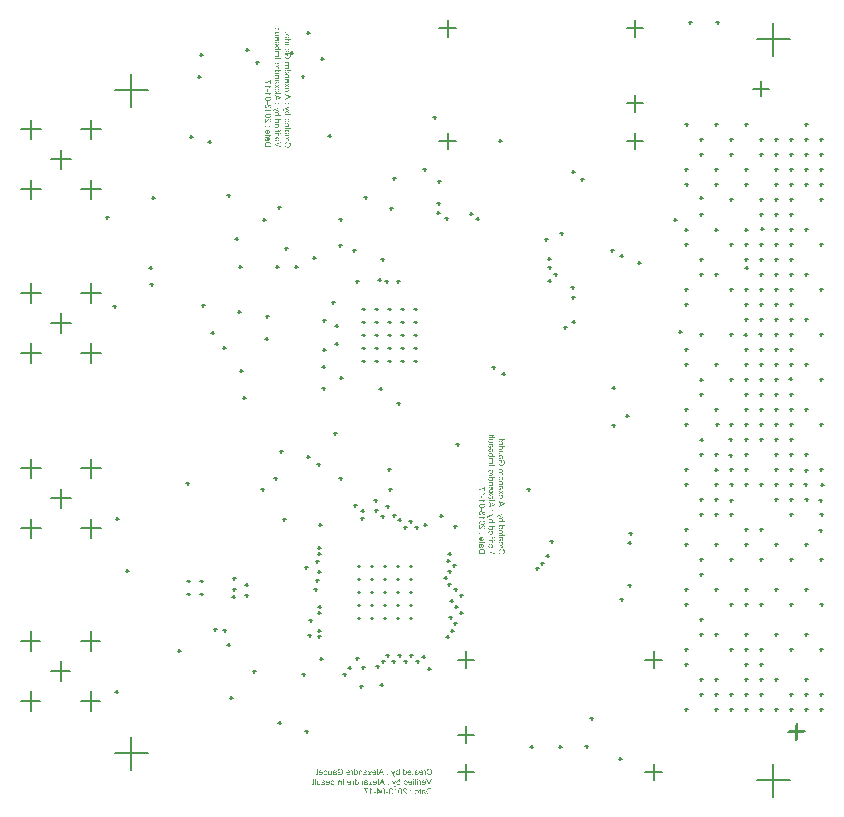
<source format=gbr>
G04 Layer_Color=128*
%FSLAX26Y26*%
%MOIN*%
%TF.FileFunction,Drillmap*%
%TF.Part,Single*%
G01*
G75*
%TA.AperFunction,NonConductor*%
%ADD37C,0.005000*%
G36*
X5655714Y8168377D02*
X5655653Y8167916D01*
Y8167732D01*
X5655622Y8167578D01*
Y8167456D01*
Y8167363D01*
Y8167302D01*
Y8167271D01*
X5655653Y8166903D01*
X5655714Y8166627D01*
X5655745Y8166473D01*
X5655776Y8166412D01*
X5655929Y8166227D01*
X5656083Y8166105D01*
X5656206Y8166043D01*
X5656267Y8166013D01*
X5656420Y8165982D01*
X5656605Y8165951D01*
X5657065Y8165921D01*
X5657280Y8165890D01*
X5666183D01*
Y8168377D01*
X5668117D01*
Y8165890D01*
X5673213D01*
X5671709Y8163403D01*
X5668117D01*
Y8161561D01*
X5666183D01*
Y8163403D01*
X5657004D01*
X5656666Y8163434D01*
X5656359D01*
X5656083Y8163465D01*
X5655868Y8163495D01*
X5655469Y8163557D01*
X5655162Y8163587D01*
X5654977Y8163649D01*
X5654855Y8163679D01*
X5654824D01*
X5654578Y8163802D01*
X5654364Y8163986D01*
X5654179Y8164140D01*
X5654026Y8164324D01*
X5653903Y8164478D01*
X5653811Y8164600D01*
X5653749Y8164693D01*
X5653719Y8164723D01*
X5653596Y8165030D01*
X5653504Y8165368D01*
X5653412Y8165736D01*
X5653381Y8166074D01*
X5653350Y8166381D01*
X5653320Y8166627D01*
Y8166780D01*
Y8166842D01*
X5653350Y8167486D01*
X5653381Y8167793D01*
X5653443Y8168069D01*
X5653473Y8168346D01*
X5653504Y8168530D01*
X5653535Y8168653D01*
Y8168714D01*
X5655714Y8168377D01*
D02*
G37*
G36*
X5673674Y8156680D02*
X5653504D01*
Y8159167D01*
X5673674D01*
Y8156680D01*
D02*
G37*
G36*
X5689179Y8155112D02*
X5689118Y8154652D01*
Y8154468D01*
X5689087Y8154314D01*
Y8154191D01*
Y8154099D01*
Y8154038D01*
Y8154007D01*
X5689118Y8153639D01*
X5689179Y8153362D01*
X5689210Y8153209D01*
X5689240Y8153148D01*
X5689394Y8152963D01*
X5689547Y8152841D01*
X5689670Y8152779D01*
X5689731Y8152748D01*
X5689885Y8152718D01*
X5690069Y8152687D01*
X5690530Y8152656D01*
X5690745Y8152626D01*
X5699648D01*
Y8155112D01*
X5701582D01*
Y8152626D01*
X5706678D01*
X5705174Y8150139D01*
X5701582D01*
Y8148297D01*
X5699648D01*
Y8150139D01*
X5690468D01*
X5690131Y8150170D01*
X5689824D01*
X5689547Y8150200D01*
X5689332Y8150231D01*
X5688933Y8150292D01*
X5688626Y8150323D01*
X5688442Y8150385D01*
X5688319Y8150415D01*
X5688289D01*
X5688043Y8150538D01*
X5687828Y8150722D01*
X5687644Y8150876D01*
X5687490Y8151060D01*
X5687368Y8151213D01*
X5687275Y8151336D01*
X5687214Y8151428D01*
X5687183Y8151459D01*
X5687061Y8151766D01*
X5686968Y8152104D01*
X5686876Y8152472D01*
X5686846Y8152810D01*
X5686815Y8153117D01*
X5686784Y8153362D01*
Y8153516D01*
Y8153577D01*
X5686815Y8154222D01*
X5686846Y8154529D01*
X5686907Y8154805D01*
X5686938Y8155082D01*
X5686968Y8155266D01*
X5686999Y8155389D01*
Y8155450D01*
X5689179Y8155112D01*
D02*
G37*
G36*
X5668117Y8150356D02*
X5660258D01*
X5659613Y8150325D01*
X5659030Y8150294D01*
X5658539Y8150233D01*
X5658140Y8150141D01*
X5657802Y8150049D01*
X5657587Y8149987D01*
X5657464Y8149957D01*
X5657403Y8149926D01*
X5657065Y8149742D01*
X5656758Y8149557D01*
X5656482Y8149312D01*
X5656267Y8149097D01*
X5656083Y8148882D01*
X5655960Y8148698D01*
X5655868Y8148575D01*
X5655837Y8148544D01*
X5655653Y8148176D01*
X5655530Y8147807D01*
X5655407Y8147470D01*
X5655346Y8147163D01*
X5655315Y8146886D01*
X5655284Y8146672D01*
Y8146549D01*
Y8146487D01*
X5655315Y8146088D01*
X5655377Y8145720D01*
X5655469Y8145413D01*
X5655561Y8145137D01*
X5655653Y8144922D01*
X5655745Y8144768D01*
X5655806Y8144645D01*
X5655837Y8144615D01*
X5656052Y8144369D01*
X5656298Y8144154D01*
X5656574Y8143970D01*
X5656819Y8143847D01*
X5657034Y8143755D01*
X5657219Y8143694D01*
X5657341Y8143632D01*
X5657372D01*
X5657679Y8143602D01*
X5658078Y8143571D01*
X5658508Y8143540D01*
X5658938D01*
X5659337Y8143510D01*
X5668117D01*
Y8141023D01*
X5658477D01*
X5658017Y8141053D01*
X5657618D01*
X5657280Y8141084D01*
X5657034Y8141115D01*
X5656881D01*
X5656758Y8141146D01*
X5656727D01*
X5656328Y8141238D01*
X5655991Y8141360D01*
X5655684Y8141483D01*
X5655407Y8141637D01*
X5655192Y8141729D01*
X5655008Y8141821D01*
X5654916Y8141882D01*
X5654885Y8141913D01*
X5654609Y8142159D01*
X5654394Y8142404D01*
X5654179Y8142681D01*
X5653995Y8142957D01*
X5653842Y8143203D01*
X5653749Y8143387D01*
X5653688Y8143510D01*
X5653657Y8143571D01*
X5653504Y8144001D01*
X5653381Y8144431D01*
X5653289Y8144830D01*
X5653228Y8145198D01*
X5653197Y8145536D01*
X5653166Y8145781D01*
Y8145935D01*
Y8145996D01*
X5653197Y8146518D01*
X5653258Y8147040D01*
X5653381Y8147501D01*
X5653565Y8147961D01*
X5653749Y8148360D01*
X5653934Y8148759D01*
X5654179Y8149097D01*
X5654394Y8149404D01*
X5654609Y8149680D01*
X5654855Y8149926D01*
X5655039Y8150141D01*
X5655254Y8150325D01*
X5655407Y8150448D01*
X5655530Y8150540D01*
X5655592Y8150601D01*
X5655622Y8150632D01*
X5653504D01*
Y8152842D01*
X5668117D01*
Y8150356D01*
D02*
G37*
G36*
X5694950Y8146670D02*
X5695565Y8146608D01*
X5696148Y8146516D01*
X5696670Y8146424D01*
X5697192Y8146271D01*
X5697652Y8146117D01*
X5698051Y8145933D01*
X5698450Y8145779D01*
X5698788Y8145595D01*
X5699064Y8145411D01*
X5699310Y8145258D01*
X5699525Y8145135D01*
X5699678Y8145012D01*
X5699801Y8144920D01*
X5699863Y8144859D01*
X5699893Y8144828D01*
X5700262Y8144459D01*
X5700569Y8144091D01*
X5700845Y8143692D01*
X5701060Y8143293D01*
X5701275Y8142894D01*
X5701428Y8142495D01*
X5701674Y8141758D01*
X5701766Y8141389D01*
X5701827Y8141082D01*
X5701858Y8140775D01*
X5701889Y8140530D01*
X5701919Y8140315D01*
Y8140161D01*
Y8140069D01*
Y8140039D01*
X5701889Y8139486D01*
X5701827Y8138964D01*
X5701735Y8138473D01*
X5701612Y8138012D01*
X5701428Y8137552D01*
X5701275Y8137153D01*
X5701091Y8136784D01*
X5700906Y8136447D01*
X5700691Y8136140D01*
X5700507Y8135894D01*
X5700354Y8135649D01*
X5700200Y8135464D01*
X5700047Y8135311D01*
X5699955Y8135219D01*
X5699893Y8135157D01*
X5699863Y8135127D01*
X5699463Y8134789D01*
X5699034Y8134513D01*
X5698573Y8134267D01*
X5698113Y8134052D01*
X5697621Y8133868D01*
X5697161Y8133714D01*
X5696240Y8133499D01*
X5695810Y8133407D01*
X5695411Y8133346D01*
X5695043Y8133315D01*
X5694736Y8133285D01*
X5694490Y8133254D01*
X5694122D01*
X5693477Y8133285D01*
X5692863Y8133346D01*
X5692280Y8133438D01*
X5691758Y8133561D01*
X5691266Y8133684D01*
X5690806Y8133837D01*
X5690407Y8134021D01*
X5690038Y8134206D01*
X5689701Y8134359D01*
X5689394Y8134543D01*
X5689148Y8134697D01*
X5688964Y8134850D01*
X5688810Y8134942D01*
X5688688Y8135034D01*
X5688626Y8135096D01*
X5688596Y8135127D01*
X5688258Y8135495D01*
X5687951Y8135894D01*
X5687675Y8136293D01*
X5687460Y8136723D01*
X5687275Y8137122D01*
X5687122Y8137552D01*
X5686876Y8138350D01*
X5686784Y8138749D01*
X5686723Y8139087D01*
X5686692Y8139394D01*
X5686662Y8139670D01*
X5686631Y8139885D01*
Y8140039D01*
Y8140161D01*
Y8140192D01*
X5686692Y8141113D01*
X5686815Y8141911D01*
X5687030Y8142648D01*
X5687245Y8143231D01*
X5687368Y8143508D01*
X5687460Y8143723D01*
X5687583Y8143907D01*
X5687675Y8144060D01*
X5687736Y8144214D01*
X5687797Y8144306D01*
X5687859Y8144337D01*
Y8144367D01*
X5688350Y8144920D01*
X5688933Y8145411D01*
X5689517Y8145779D01*
X5690069Y8146087D01*
X5690591Y8146332D01*
X5690806Y8146424D01*
X5690990Y8146486D01*
X5691144Y8146547D01*
X5691266Y8146578D01*
X5691328Y8146608D01*
X5691359D01*
X5691696Y8144060D01*
X5691144Y8143815D01*
X5690653Y8143569D01*
X5690253Y8143324D01*
X5689946Y8143078D01*
X5689670Y8142863D01*
X5689517Y8142679D01*
X5689394Y8142556D01*
X5689363Y8142525D01*
X5689118Y8142157D01*
X5688964Y8141758D01*
X5688841Y8141359D01*
X5688749Y8140990D01*
X5688688Y8140683D01*
X5688657Y8140438D01*
Y8140253D01*
Y8140223D01*
Y8140192D01*
X5688718Y8139547D01*
X5688841Y8138964D01*
X5689056Y8138442D01*
X5689302Y8137982D01*
X5689517Y8137644D01*
X5689731Y8137368D01*
X5689854Y8137214D01*
X5689916Y8137153D01*
X5690438Y8136754D01*
X5691052Y8136416D01*
X5691666Y8136201D01*
X5692249Y8136017D01*
X5692801Y8135894D01*
X5693016Y8135863D01*
X5693231Y8135833D01*
X5693385D01*
X5693538Y8135802D01*
X5693630D01*
Y8146670D01*
X5693907Y8146700D01*
X5694275D01*
X5694950Y8146670D01*
D02*
G37*
G36*
X5654118Y8137738D02*
X5654425Y8137615D01*
X5654671Y8137523D01*
X5654885Y8137462D01*
X5655070Y8137431D01*
X5655192Y8137400D01*
X5655223D01*
X5655438Y8137369D01*
X5655684Y8137339D01*
X5655960D01*
X5656298Y8137308D01*
X5657004Y8137277D01*
X5657771D01*
X5658477Y8137247D01*
X5663512D01*
X5663973Y8137216D01*
X5664372Y8137185D01*
X5664679D01*
X5664924Y8137155D01*
X5665078Y8137124D01*
X5665170Y8137093D01*
X5665201D01*
X5665569Y8137001D01*
X5665907Y8136878D01*
X5666183Y8136756D01*
X5666429Y8136633D01*
X5666644Y8136510D01*
X5666766Y8136418D01*
X5666858Y8136356D01*
X5666889Y8136326D01*
X5667135Y8136080D01*
X5667350Y8135834D01*
X5667534Y8135528D01*
X5667687Y8135251D01*
X5667810Y8135006D01*
X5667933Y8134791D01*
X5667964Y8134668D01*
X5667994Y8134606D01*
X5668148Y8134146D01*
X5668271Y8133655D01*
X5668332Y8133133D01*
X5668393Y8132642D01*
X5668424Y8132212D01*
X5668455Y8131874D01*
Y8131751D01*
Y8131659D01*
Y8131598D01*
Y8131567D01*
X5668424Y8130892D01*
X5668363Y8130247D01*
X5668301Y8129694D01*
X5668209Y8129203D01*
X5668086Y8128804D01*
X5668025Y8128497D01*
X5667994Y8128405D01*
X5667964Y8128313D01*
X5667933Y8128282D01*
Y8128252D01*
X5667718Y8127760D01*
X5667472Y8127331D01*
X5667227Y8126931D01*
X5667012Y8126624D01*
X5666797Y8126379D01*
X5666613Y8126225D01*
X5666490Y8126103D01*
X5666459Y8126072D01*
X5666091Y8125796D01*
X5665661Y8125581D01*
X5665262Y8125396D01*
X5664863Y8125243D01*
X5664494Y8125151D01*
X5664218Y8125059D01*
X5664034Y8125028D01*
X5664003Y8124997D01*
X5663973D01*
X5663635Y8127423D01*
X5664157Y8127576D01*
X5664617Y8127791D01*
X5664986Y8127975D01*
X5665293Y8128190D01*
X5665508Y8128374D01*
X5665661Y8128528D01*
X5665753Y8128620D01*
X5665784Y8128651D01*
X5665999Y8128988D01*
X5666152Y8129418D01*
X5666244Y8129817D01*
X5666337Y8130247D01*
X5666367Y8130646D01*
X5666398Y8130953D01*
Y8131076D01*
Y8131168D01*
Y8131199D01*
Y8131230D01*
X5666367Y8131874D01*
X5666275Y8132458D01*
X5666122Y8132949D01*
X5665968Y8133348D01*
X5665815Y8133655D01*
X5665661Y8133870D01*
X5665569Y8134023D01*
X5665538Y8134054D01*
X5665262Y8134300D01*
X5664955Y8134453D01*
X5664587Y8134576D01*
X5664249Y8134668D01*
X5663942Y8134729D01*
X5663666Y8134760D01*
X5663052D01*
X5662867Y8134729D01*
X5662775D01*
X5662683Y8134453D01*
X5662591Y8134146D01*
X5662407Y8133440D01*
X5662284Y8132703D01*
X5662161Y8131997D01*
X5662038Y8131322D01*
X5662008Y8131045D01*
X5661977Y8130800D01*
X5661946Y8130585D01*
Y8130431D01*
X5661916Y8130339D01*
Y8130309D01*
X5661854Y8129787D01*
X5661793Y8129357D01*
X5661731Y8128958D01*
X5661670Y8128651D01*
X5661609Y8128405D01*
X5661578Y8128252D01*
X5661547Y8128129D01*
Y8128098D01*
X5661425Y8127730D01*
X5661302Y8127392D01*
X5661179Y8127116D01*
X5661025Y8126839D01*
X5660903Y8126624D01*
X5660810Y8126471D01*
X5660749Y8126348D01*
X5660718Y8126318D01*
X5660503Y8126041D01*
X5660289Y8125796D01*
X5660043Y8125550D01*
X5659828Y8125366D01*
X5659613Y8125212D01*
X5659460Y8125120D01*
X5659337Y8125059D01*
X5659306Y8125028D01*
X5658968Y8124875D01*
X5658631Y8124752D01*
X5658293Y8124690D01*
X5657986Y8124629D01*
X5657740Y8124598D01*
X5657526Y8124568D01*
X5657341D01*
X5656697Y8124629D01*
X5656083Y8124783D01*
X5655592Y8124967D01*
X5655162Y8125212D01*
X5654793Y8125458D01*
X5654548Y8125642D01*
X5654394Y8125796D01*
X5654333Y8125857D01*
X5653934Y8126379D01*
X5653657Y8126993D01*
X5653443Y8127576D01*
X5653320Y8128190D01*
X5653228Y8128712D01*
X5653197Y8128958D01*
Y8129142D01*
X5653166Y8129326D01*
Y8129449D01*
Y8129510D01*
Y8129541D01*
X5653197Y8130094D01*
X5653258Y8130585D01*
X5653320Y8131045D01*
X5653412Y8131475D01*
X5653504Y8131813D01*
X5653596Y8132058D01*
X5653627Y8132212D01*
X5653657Y8132273D01*
X5653872Y8132765D01*
X5654118Y8133225D01*
X5654394Y8133685D01*
X5654701Y8134085D01*
X5654947Y8134453D01*
X5655162Y8134699D01*
X5655284Y8134883D01*
X5655346Y8134944D01*
X5654947Y8135006D01*
X5654609Y8135067D01*
X5654302Y8135128D01*
X5654026Y8135221D01*
X5653811Y8135313D01*
X5653627Y8135374D01*
X5653535Y8135405D01*
X5653504Y8135435D01*
Y8138014D01*
X5654118Y8137738D01*
D02*
G37*
G36*
X5707138Y8127667D02*
X5699893D01*
X5700200Y8127421D01*
X5700507Y8127145D01*
X5700753Y8126838D01*
X5700937Y8126592D01*
X5701121Y8126346D01*
X5701244Y8126162D01*
X5701305Y8126039D01*
X5701336Y8125978D01*
X5701520Y8125579D01*
X5701674Y8125180D01*
X5701766Y8124781D01*
X5701858Y8124443D01*
X5701889Y8124105D01*
X5701919Y8123860D01*
Y8123706D01*
Y8123676D01*
Y8123645D01*
X5701889Y8123000D01*
X5701766Y8122386D01*
X5701612Y8121833D01*
X5701459Y8121342D01*
X5701275Y8120943D01*
X5701121Y8120636D01*
X5700998Y8120452D01*
X5700968Y8120421D01*
Y8120391D01*
X5700569Y8119869D01*
X5700139Y8119439D01*
X5699678Y8119070D01*
X5699218Y8118764D01*
X5698819Y8118518D01*
X5698512Y8118364D01*
X5698389Y8118303D01*
X5698297Y8118242D01*
X5698235Y8118211D01*
X5698205D01*
X5697529Y8117965D01*
X5696823Y8117812D01*
X5696178Y8117689D01*
X5695565Y8117597D01*
X5695043Y8117535D01*
X5694797D01*
X5694613Y8117505D01*
X5694244D01*
X5693416Y8117535D01*
X5692679Y8117628D01*
X5692003Y8117750D01*
X5691420Y8117904D01*
X5690929Y8118057D01*
X5690714Y8118119D01*
X5690560Y8118180D01*
X5690438Y8118242D01*
X5690346Y8118272D01*
X5690284Y8118303D01*
X5690253D01*
X5689639Y8118641D01*
X5689118Y8118978D01*
X5688657Y8119377D01*
X5688289Y8119715D01*
X5687982Y8120053D01*
X5687767Y8120298D01*
X5687613Y8120483D01*
X5687583Y8120513D01*
Y8120544D01*
X5687275Y8121097D01*
X5687030Y8121680D01*
X5686876Y8122202D01*
X5686754Y8122724D01*
X5686692Y8123123D01*
X5686662Y8123461D01*
X5686631Y8123583D01*
Y8123676D01*
Y8123737D01*
Y8123768D01*
X5686662Y8124259D01*
X5686723Y8124719D01*
X5686815Y8125149D01*
X5686968Y8125548D01*
X5687122Y8125886D01*
X5687306Y8126224D01*
X5687521Y8126531D01*
X5687705Y8126807D01*
X5687920Y8127052D01*
X5688104Y8127267D01*
X5688289Y8127452D01*
X5688442Y8127574D01*
X5688596Y8127697D01*
X5688688Y8127789D01*
X5688749Y8127820D01*
X5688780Y8127851D01*
X5686968D01*
Y8130153D01*
X5707138D01*
Y8127667D01*
D02*
G37*
G36*
X5661486Y8122357D02*
X5662100Y8122296D01*
X5662683Y8122204D01*
X5663205Y8122112D01*
X5663727Y8121958D01*
X5664188Y8121805D01*
X5664587Y8121620D01*
X5664986Y8121467D01*
X5665323Y8121283D01*
X5665600Y8121099D01*
X5665845Y8120945D01*
X5666060Y8120822D01*
X5666214Y8120699D01*
X5666337Y8120607D01*
X5666398Y8120546D01*
X5666429Y8120515D01*
X5666797Y8120147D01*
X5667104Y8119778D01*
X5667380Y8119379D01*
X5667595Y8118980D01*
X5667810Y8118581D01*
X5667964Y8118182D01*
X5668209Y8117445D01*
X5668301Y8117077D01*
X5668363Y8116770D01*
X5668393Y8116463D01*
X5668424Y8116217D01*
X5668455Y8116002D01*
Y8115849D01*
Y8115757D01*
Y8115726D01*
X5668424Y8115173D01*
X5668363Y8114651D01*
X5668271Y8114160D01*
X5668148Y8113700D01*
X5667964Y8113239D01*
X5667810Y8112840D01*
X5667626Y8112472D01*
X5667442Y8112134D01*
X5667227Y8111827D01*
X5667043Y8111582D01*
X5666889Y8111336D01*
X5666736Y8111152D01*
X5666582Y8110998D01*
X5666490Y8110906D01*
X5666429Y8110845D01*
X5666398Y8110814D01*
X5665999Y8110476D01*
X5665569Y8110200D01*
X5665109Y8109954D01*
X5664648Y8109739D01*
X5664157Y8109555D01*
X5663696Y8109402D01*
X5662775Y8109187D01*
X5662346Y8109095D01*
X5661946Y8109033D01*
X5661578Y8109003D01*
X5661271Y8108972D01*
X5661025Y8108941D01*
X5660657D01*
X5660012Y8108972D01*
X5659398Y8109033D01*
X5658815Y8109126D01*
X5658293Y8109248D01*
X5657802Y8109371D01*
X5657341Y8109525D01*
X5656942Y8109709D01*
X5656574Y8109893D01*
X5656236Y8110047D01*
X5655929Y8110231D01*
X5655684Y8110384D01*
X5655499Y8110538D01*
X5655346Y8110630D01*
X5655223Y8110722D01*
X5655162Y8110783D01*
X5655131Y8110814D01*
X5654793Y8111182D01*
X5654486Y8111582D01*
X5654210Y8111981D01*
X5653995Y8112410D01*
X5653811Y8112810D01*
X5653657Y8113239D01*
X5653412Y8114038D01*
X5653320Y8114437D01*
X5653258Y8114774D01*
X5653228Y8115081D01*
X5653197Y8115358D01*
X5653166Y8115573D01*
Y8115726D01*
Y8115849D01*
Y8115880D01*
X5653228Y8116801D01*
X5653350Y8117599D01*
X5653565Y8118336D01*
X5653780Y8118919D01*
X5653903Y8119195D01*
X5653995Y8119410D01*
X5654118Y8119594D01*
X5654210Y8119748D01*
X5654271Y8119901D01*
X5654333Y8119993D01*
X5654394Y8120024D01*
Y8120055D01*
X5654885Y8120607D01*
X5655469Y8121099D01*
X5656052Y8121467D01*
X5656605Y8121774D01*
X5657127Y8122020D01*
X5657341Y8122112D01*
X5657526Y8122173D01*
X5657679Y8122234D01*
X5657802Y8122265D01*
X5657863Y8122296D01*
X5657894D01*
X5658232Y8119748D01*
X5657679Y8119502D01*
X5657188Y8119257D01*
X5656789Y8119011D01*
X5656482Y8118765D01*
X5656206Y8118550D01*
X5656052Y8118366D01*
X5655929Y8118243D01*
X5655899Y8118213D01*
X5655653Y8117844D01*
X5655499Y8117445D01*
X5655377Y8117046D01*
X5655284Y8116678D01*
X5655223Y8116371D01*
X5655192Y8116125D01*
Y8115941D01*
Y8115910D01*
Y8115880D01*
X5655254Y8115235D01*
X5655377Y8114651D01*
X5655592Y8114130D01*
X5655837Y8113669D01*
X5656052Y8113331D01*
X5656267Y8113055D01*
X5656390Y8112902D01*
X5656451Y8112840D01*
X5656973Y8112441D01*
X5657587Y8112103D01*
X5658201Y8111889D01*
X5658784Y8111704D01*
X5659337Y8111582D01*
X5659552Y8111551D01*
X5659767Y8111520D01*
X5659920D01*
X5660074Y8111489D01*
X5660166D01*
Y8122357D01*
X5660442Y8122388D01*
X5660810D01*
X5661486Y8122357D01*
D02*
G37*
G36*
X5701582Y8112040D02*
X5693722D01*
X5693078Y8112010D01*
X5692494Y8111979D01*
X5692003Y8111917D01*
X5691604Y8111825D01*
X5691266Y8111733D01*
X5691052Y8111672D01*
X5690929Y8111641D01*
X5690867Y8111610D01*
X5690530Y8111426D01*
X5690223Y8111242D01*
X5689946Y8110996D01*
X5689731Y8110782D01*
X5689547Y8110567D01*
X5689425Y8110382D01*
X5689332Y8110260D01*
X5689302Y8110229D01*
X5689118Y8109860D01*
X5688995Y8109492D01*
X5688872Y8109154D01*
X5688810Y8108847D01*
X5688780Y8108571D01*
X5688749Y8108356D01*
Y8108233D01*
Y8108172D01*
X5688780Y8107773D01*
X5688841Y8107404D01*
X5688933Y8107097D01*
X5689025Y8106821D01*
X5689118Y8106606D01*
X5689210Y8106453D01*
X5689271Y8106330D01*
X5689302Y8106299D01*
X5689517Y8106054D01*
X5689762Y8105839D01*
X5690038Y8105655D01*
X5690284Y8105532D01*
X5690499Y8105440D01*
X5690683Y8105378D01*
X5690806Y8105317D01*
X5690837D01*
X5691144Y8105286D01*
X5691543Y8105256D01*
X5691973Y8105225D01*
X5692402D01*
X5692801Y8105194D01*
X5701582D01*
Y8102707D01*
X5691942D01*
X5691481Y8102738D01*
X5691082D01*
X5690745Y8102769D01*
X5690499Y8102800D01*
X5690346D01*
X5690223Y8102830D01*
X5690192D01*
X5689793Y8102922D01*
X5689455Y8103045D01*
X5689148Y8103168D01*
X5688872Y8103321D01*
X5688657Y8103413D01*
X5688473Y8103506D01*
X5688381Y8103567D01*
X5688350Y8103598D01*
X5688074Y8103843D01*
X5687859Y8104089D01*
X5687644Y8104365D01*
X5687460Y8104641D01*
X5687306Y8104887D01*
X5687214Y8105071D01*
X5687153Y8105194D01*
X5687122Y8105256D01*
X5686968Y8105685D01*
X5686846Y8106115D01*
X5686754Y8106514D01*
X5686692Y8106883D01*
X5686662Y8107220D01*
X5686631Y8107466D01*
Y8107619D01*
Y8107681D01*
X5686662Y8108203D01*
X5686723Y8108725D01*
X5686846Y8109185D01*
X5687030Y8109646D01*
X5687214Y8110045D01*
X5687398Y8110444D01*
X5687644Y8110782D01*
X5687859Y8111088D01*
X5688074Y8111365D01*
X5688319Y8111610D01*
X5688503Y8111825D01*
X5688718Y8112010D01*
X5688872Y8112132D01*
X5688995Y8112224D01*
X5689056Y8112286D01*
X5689087Y8112316D01*
X5686968D01*
Y8114527D01*
X5701582D01*
Y8112040D01*
D02*
G37*
G36*
X5661609Y8106669D02*
X5662161Y8106639D01*
X5662653Y8106547D01*
X5663082Y8106485D01*
X5663451Y8106393D01*
X5663727Y8106301D01*
X5663911Y8106270D01*
X5663973Y8106240D01*
X5664494Y8106056D01*
X5664955Y8105871D01*
X5665354Y8105656D01*
X5665692Y8105472D01*
X5665968Y8105288D01*
X5666183Y8105135D01*
X5666337Y8105042D01*
X5666367Y8105012D01*
X5666705Y8104705D01*
X5667012Y8104367D01*
X5667288Y8104060D01*
X5667503Y8103753D01*
X5667687Y8103477D01*
X5667810Y8103262D01*
X5667872Y8103108D01*
X5667902Y8103047D01*
X5668086Y8102586D01*
X5668209Y8102157D01*
X5668332Y8101727D01*
X5668393Y8101328D01*
X5668424Y8100990D01*
X5668455Y8100744D01*
Y8100560D01*
Y8100529D01*
Y8100499D01*
X5668424Y8100069D01*
X5668363Y8099639D01*
X5668271Y8099240D01*
X5668148Y8098872D01*
X5667841Y8098166D01*
X5667472Y8097613D01*
X5667104Y8097153D01*
X5666950Y8096968D01*
X5666797Y8096815D01*
X5666674Y8096692D01*
X5666582Y8096600D01*
X5666521Y8096569D01*
X5666490Y8096538D01*
X5673674D01*
Y8094052D01*
X5653504D01*
Y8096354D01*
X5655315D01*
X5654947Y8096631D01*
X5654609Y8096938D01*
X5654333Y8097275D01*
X5654087Y8097582D01*
X5653872Y8097920D01*
X5653688Y8098258D01*
X5653535Y8098595D01*
X5653443Y8098902D01*
X5653289Y8099486D01*
X5653228Y8099731D01*
X5653197Y8099946D01*
X5653166Y8100130D01*
Y8100253D01*
Y8100345D01*
Y8100376D01*
X5653197Y8100867D01*
X5653258Y8101328D01*
X5653350Y8101757D01*
X5653473Y8102187D01*
X5653811Y8102924D01*
X5654179Y8103569D01*
X5654364Y8103876D01*
X5654548Y8104121D01*
X5654732Y8104336D01*
X5654885Y8104490D01*
X5655008Y8104643D01*
X5655100Y8104735D01*
X5655162Y8104797D01*
X5655192Y8104828D01*
X5655592Y8105165D01*
X5656021Y8105441D01*
X5656482Y8105687D01*
X5656973Y8105902D01*
X5657464Y8106086D01*
X5657955Y8106240D01*
X5658876Y8106455D01*
X5659306Y8106547D01*
X5659736Y8106608D01*
X5660074Y8106639D01*
X5660411Y8106669D01*
X5660657Y8106700D01*
X5661025D01*
X5661609Y8106669D01*
D02*
G37*
G36*
X5687583Y8099422D02*
X5687890Y8099300D01*
X5688135Y8099208D01*
X5688350Y8099146D01*
X5688534Y8099115D01*
X5688657Y8099085D01*
X5688688D01*
X5688903Y8099054D01*
X5689148Y8099023D01*
X5689425D01*
X5689762Y8098993D01*
X5690468Y8098962D01*
X5691236D01*
X5691942Y8098931D01*
X5696977D01*
X5697437Y8098901D01*
X5697836Y8098870D01*
X5698143D01*
X5698389Y8098839D01*
X5698542Y8098809D01*
X5698635Y8098778D01*
X5698665D01*
X5699034Y8098686D01*
X5699371Y8098563D01*
X5699648Y8098440D01*
X5699893Y8098317D01*
X5700108Y8098194D01*
X5700231Y8098102D01*
X5700323Y8098041D01*
X5700354Y8098010D01*
X5700599Y8097765D01*
X5700814Y8097519D01*
X5700998Y8097212D01*
X5701152Y8096936D01*
X5701275Y8096690D01*
X5701398Y8096475D01*
X5701428Y8096352D01*
X5701459Y8096291D01*
X5701612Y8095831D01*
X5701735Y8095339D01*
X5701797Y8094818D01*
X5701858Y8094326D01*
X5701889Y8093896D01*
X5701919Y8093559D01*
Y8093436D01*
Y8093344D01*
Y8093283D01*
Y8093252D01*
X5701889Y8092576D01*
X5701827Y8091932D01*
X5701766Y8091379D01*
X5701674Y8090888D01*
X5701551Y8090489D01*
X5701490Y8090182D01*
X5701459Y8090090D01*
X5701428Y8089998D01*
X5701398Y8089967D01*
Y8089936D01*
X5701183Y8089445D01*
X5700937Y8089015D01*
X5700691Y8088616D01*
X5700476Y8088309D01*
X5700262Y8088064D01*
X5700077Y8087910D01*
X5699955Y8087787D01*
X5699924Y8087757D01*
X5699556Y8087480D01*
X5699126Y8087265D01*
X5698727Y8087081D01*
X5698328Y8086928D01*
X5697959Y8086836D01*
X5697683Y8086743D01*
X5697499Y8086713D01*
X5697468Y8086682D01*
X5697437D01*
X5697100Y8089107D01*
X5697621Y8089261D01*
X5698082Y8089476D01*
X5698450Y8089660D01*
X5698757Y8089875D01*
X5698972Y8090059D01*
X5699126Y8090212D01*
X5699218Y8090305D01*
X5699248Y8090335D01*
X5699463Y8090673D01*
X5699617Y8091103D01*
X5699709Y8091502D01*
X5699801Y8091932D01*
X5699832Y8092331D01*
X5699863Y8092638D01*
Y8092761D01*
Y8092853D01*
Y8092883D01*
Y8092914D01*
X5699832Y8093559D01*
X5699740Y8094142D01*
X5699586Y8094633D01*
X5699433Y8095032D01*
X5699279Y8095339D01*
X5699126Y8095554D01*
X5699034Y8095708D01*
X5699003Y8095739D01*
X5698727Y8095984D01*
X5698420Y8096138D01*
X5698051Y8096260D01*
X5697713Y8096352D01*
X5697407Y8096414D01*
X5697130Y8096445D01*
X5696516D01*
X5696332Y8096414D01*
X5696240D01*
X5696148Y8096138D01*
X5696056Y8095831D01*
X5695872Y8095124D01*
X5695749Y8094388D01*
X5695626Y8093682D01*
X5695503Y8093006D01*
X5695472Y8092730D01*
X5695442Y8092484D01*
X5695411Y8092269D01*
Y8092116D01*
X5695380Y8092024D01*
Y8091993D01*
X5695319Y8091471D01*
X5695257Y8091041D01*
X5695196Y8090642D01*
X5695135Y8090335D01*
X5695073Y8090090D01*
X5695043Y8089936D01*
X5695012Y8089813D01*
Y8089783D01*
X5694889Y8089414D01*
X5694766Y8089077D01*
X5694644Y8088800D01*
X5694490Y8088524D01*
X5694367Y8088309D01*
X5694275Y8088156D01*
X5694214Y8088033D01*
X5694183Y8088002D01*
X5693968Y8087726D01*
X5693753Y8087480D01*
X5693508Y8087235D01*
X5693293Y8087050D01*
X5693078Y8086897D01*
X5692924Y8086805D01*
X5692801Y8086743D01*
X5692771Y8086713D01*
X5692433Y8086559D01*
X5692095Y8086436D01*
X5691758Y8086375D01*
X5691451Y8086314D01*
X5691205Y8086283D01*
X5690990Y8086252D01*
X5690806D01*
X5690161Y8086314D01*
X5689547Y8086467D01*
X5689056Y8086651D01*
X5688626Y8086897D01*
X5688258Y8087142D01*
X5688012Y8087327D01*
X5687859Y8087480D01*
X5687797Y8087542D01*
X5687398Y8088064D01*
X5687122Y8088677D01*
X5686907Y8089261D01*
X5686784Y8089875D01*
X5686692Y8090397D01*
X5686662Y8090642D01*
Y8090827D01*
X5686631Y8091011D01*
Y8091133D01*
Y8091195D01*
Y8091226D01*
X5686662Y8091778D01*
X5686723Y8092269D01*
X5686784Y8092730D01*
X5686876Y8093160D01*
X5686968Y8093497D01*
X5687061Y8093743D01*
X5687091Y8093896D01*
X5687122Y8093958D01*
X5687337Y8094449D01*
X5687583Y8094910D01*
X5687859Y8095370D01*
X5688166Y8095769D01*
X5688411Y8096138D01*
X5688626Y8096383D01*
X5688749Y8096567D01*
X5688810Y8096629D01*
X5688411Y8096690D01*
X5688074Y8096752D01*
X5687767Y8096813D01*
X5687490Y8096905D01*
X5687275Y8096997D01*
X5687091Y8097059D01*
X5686999Y8097089D01*
X5686968Y8097120D01*
Y8099699D01*
X5687583Y8099422D01*
D02*
G37*
G36*
X5664402Y8090429D02*
X5665170Y8090306D01*
X5665784Y8090122D01*
X5666306Y8089907D01*
X5666705Y8089662D01*
X5667012Y8089477D01*
X5667165Y8089355D01*
X5667227Y8089293D01*
X5667626Y8088802D01*
X5667933Y8088280D01*
X5668148Y8087728D01*
X5668301Y8087175D01*
X5668393Y8086715D01*
X5668424Y8086500D01*
Y8086315D01*
X5668455Y8086162D01*
Y8086039D01*
Y8085978D01*
Y8085947D01*
X5668424Y8085425D01*
X5668332Y8084965D01*
X5668209Y8084504D01*
X5668056Y8084074D01*
X5667626Y8083276D01*
X5667411Y8082938D01*
X5667165Y8082631D01*
X5666920Y8082355D01*
X5666705Y8082109D01*
X5666490Y8081895D01*
X5666275Y8081710D01*
X5666122Y8081588D01*
X5665999Y8081495D01*
X5665907Y8081434D01*
X5665876Y8081403D01*
X5666306Y8081219D01*
X5666705Y8081004D01*
X5667012Y8080759D01*
X5667288Y8080513D01*
X5667503Y8080298D01*
X5667657Y8080114D01*
X5667749Y8079991D01*
X5667779Y8079930D01*
X5667994Y8079531D01*
X5668178Y8079101D01*
X5668301Y8078640D01*
X5668363Y8078241D01*
X5668424Y8077873D01*
X5668455Y8077566D01*
Y8077443D01*
Y8077351D01*
Y8077320D01*
Y8077290D01*
X5668424Y8076768D01*
X5668363Y8076246D01*
X5668240Y8075816D01*
X5668117Y8075417D01*
X5667994Y8075110D01*
X5667872Y8074864D01*
X5667810Y8074711D01*
X5667779Y8074649D01*
X5667534Y8074250D01*
X5667227Y8073882D01*
X5666950Y8073575D01*
X5666674Y8073329D01*
X5666429Y8073114D01*
X5666244Y8072961D01*
X5666122Y8072869D01*
X5666060Y8072838D01*
X5668117D01*
Y8070628D01*
X5653504D01*
Y8073114D01*
X5661087D01*
X5661793Y8073145D01*
X5662407Y8073176D01*
X5662929Y8073237D01*
X5663359Y8073329D01*
X5663696Y8073391D01*
X5663942Y8073452D01*
X5664065Y8073483D01*
X5664126Y8073514D01*
X5664494Y8073698D01*
X5664832Y8073882D01*
X5665109Y8074097D01*
X5665354Y8074312D01*
X5665508Y8074496D01*
X5665661Y8074649D01*
X5665722Y8074772D01*
X5665753Y8074803D01*
X5665937Y8075141D01*
X5666060Y8075478D01*
X5666183Y8075816D01*
X5666244Y8076092D01*
X5666275Y8076369D01*
X5666306Y8076553D01*
Y8076706D01*
Y8076737D01*
X5666275Y8077228D01*
X5666183Y8077627D01*
X5666029Y8077965D01*
X5665907Y8078241D01*
X5665753Y8078456D01*
X5665600Y8078579D01*
X5665508Y8078671D01*
X5665477Y8078702D01*
X5665139Y8078917D01*
X5664740Y8079070D01*
X5664341Y8079162D01*
X5663911Y8079254D01*
X5663574Y8079285D01*
X5663266Y8079316D01*
X5653504D01*
Y8081802D01*
X5661977D01*
X5662775Y8081833D01*
X5663451Y8081956D01*
X5664003Y8082109D01*
X5664464Y8082324D01*
X5664832Y8082509D01*
X5665078Y8082662D01*
X5665201Y8082785D01*
X5665262Y8082816D01*
X5665600Y8083215D01*
X5665876Y8083675D01*
X5666060Y8084105D01*
X5666183Y8084504D01*
X5666244Y8084842D01*
X5666306Y8085149D01*
Y8085333D01*
Y8085364D01*
Y8085394D01*
X5666275Y8085701D01*
X5666244Y8085978D01*
X5666183Y8086254D01*
X5666122Y8086469D01*
X5666029Y8086622D01*
X5665968Y8086745D01*
X5665937Y8086837D01*
X5665907Y8086868D01*
X5665753Y8087083D01*
X5665569Y8087267D01*
X5665385Y8087421D01*
X5665231Y8087543D01*
X5665078Y8087636D01*
X5664955Y8087697D01*
X5664863Y8087758D01*
X5664832D01*
X5664556Y8087850D01*
X5664218Y8087912D01*
X5663512Y8087973D01*
X5663205Y8088004D01*
X5653504D01*
Y8090491D01*
X5663973D01*
X5664402Y8090429D01*
D02*
G37*
G36*
X5697253Y8074955D02*
X5694889D01*
Y8080880D01*
X5691082D01*
X5690806Y8080511D01*
X5690530Y8080112D01*
X5690284Y8079713D01*
X5690069Y8079314D01*
X5689885Y8078946D01*
X5689762Y8078639D01*
X5689701Y8078516D01*
X5689670Y8078424D01*
X5689639Y8078393D01*
Y8078362D01*
X5689425Y8077748D01*
X5689271Y8077134D01*
X5689148Y8076551D01*
X5689087Y8076060D01*
X5689025Y8075630D01*
X5688995Y8075292D01*
Y8075169D01*
Y8075077D01*
Y8075016D01*
Y8074985D01*
X5689025Y8074248D01*
X5689118Y8073542D01*
X5689271Y8072928D01*
X5689425Y8072345D01*
X5689578Y8071885D01*
X5689670Y8071670D01*
X5689731Y8071516D01*
X5689762Y8071393D01*
X5689824Y8071301D01*
X5689854Y8071240D01*
Y8071209D01*
X5690223Y8070595D01*
X5690653Y8070043D01*
X5691113Y8069582D01*
X5691543Y8069214D01*
X5691942Y8068937D01*
X5692249Y8068722D01*
X5692372Y8068630D01*
X5692464Y8068569D01*
X5692525Y8068538D01*
X5692556D01*
X5693293Y8068231D01*
X5694029Y8068016D01*
X5694797Y8067832D01*
X5695534Y8067740D01*
X5695841Y8067709D01*
X5696148Y8067679D01*
X5696424Y8067648D01*
X5696639D01*
X5696854Y8067617D01*
X5697100D01*
X5697898Y8067648D01*
X5698665Y8067740D01*
X5699341Y8067863D01*
X5699955Y8068016D01*
X5700446Y8068139D01*
X5700661Y8068201D01*
X5700814Y8068262D01*
X5700968Y8068323D01*
X5701060Y8068354D01*
X5701121Y8068385D01*
X5701152D01*
X5701551Y8068569D01*
X5701919Y8068753D01*
X5702257Y8068968D01*
X5702564Y8069183D01*
X5702810Y8069367D01*
X5702994Y8069521D01*
X5703117Y8069613D01*
X5703147Y8069644D01*
X5703485Y8069981D01*
X5703761Y8070319D01*
X5704007Y8070687D01*
X5704222Y8071025D01*
X5704406Y8071332D01*
X5704529Y8071578D01*
X5704590Y8071731D01*
X5704621Y8071792D01*
X5704805Y8072314D01*
X5704959Y8072836D01*
X5705051Y8073389D01*
X5705143Y8073880D01*
X5705174Y8074310D01*
X5705204Y8074648D01*
Y8074770D01*
Y8074863D01*
Y8074924D01*
Y8074955D01*
X5705174Y8075507D01*
X5705112Y8076029D01*
X5705020Y8076490D01*
X5704928Y8076889D01*
X5704836Y8077226D01*
X5704744Y8077503D01*
X5704682Y8077656D01*
X5704652Y8077718D01*
X5704437Y8078178D01*
X5704222Y8078547D01*
X5703976Y8078884D01*
X5703761Y8079160D01*
X5703547Y8079375D01*
X5703393Y8079529D01*
X5703270Y8079621D01*
X5703239Y8079652D01*
X5702871Y8079897D01*
X5702472Y8080112D01*
X5702073Y8080296D01*
X5701704Y8080450D01*
X5701336Y8080573D01*
X5701060Y8080695D01*
X5700876Y8080726D01*
X5700845Y8080757D01*
X5700814D01*
X5701490Y8083182D01*
X5702226Y8082967D01*
X5702871Y8082722D01*
X5703424Y8082476D01*
X5703884Y8082230D01*
X5704283Y8081985D01*
X5704560Y8081801D01*
X5704713Y8081678D01*
X5704775Y8081647D01*
X5705235Y8081248D01*
X5705603Y8080788D01*
X5705941Y8080327D01*
X5706217Y8079867D01*
X5706463Y8079467D01*
X5706617Y8079160D01*
X5706678Y8079038D01*
X5706709Y8078946D01*
X5706739Y8078884D01*
Y8078854D01*
X5706985Y8078178D01*
X5707169Y8077503D01*
X5707292Y8076827D01*
X5707384Y8076244D01*
X5707445Y8075722D01*
Y8075476D01*
X5707476Y8075292D01*
Y8075139D01*
Y8075016D01*
Y8074955D01*
Y8074924D01*
X5707415Y8073819D01*
X5707292Y8072836D01*
X5707077Y8071915D01*
X5706954Y8071516D01*
X5706862Y8071148D01*
X5706739Y8070810D01*
X5706617Y8070503D01*
X5706524Y8070227D01*
X5706402Y8070012D01*
X5706340Y8069858D01*
X5706279Y8069705D01*
X5706217Y8069644D01*
Y8069613D01*
X5705972Y8069183D01*
X5705695Y8068815D01*
X5705112Y8068078D01*
X5704498Y8067494D01*
X5703884Y8066973D01*
X5703301Y8066604D01*
X5703086Y8066451D01*
X5702871Y8066297D01*
X5702687Y8066205D01*
X5702564Y8066144D01*
X5702472Y8066082D01*
X5702441D01*
X5701490Y8065683D01*
X5700507Y8065376D01*
X5699586Y8065161D01*
X5698727Y8065008D01*
X5698358Y8064946D01*
X5698020Y8064916D01*
X5697713Y8064885D01*
X5697437D01*
X5697222Y8064854D01*
X5696946D01*
X5695872Y8064916D01*
X5694858Y8065038D01*
X5693937Y8065253D01*
X5693508Y8065346D01*
X5693139Y8065468D01*
X5692771Y8065591D01*
X5692464Y8065683D01*
X5692188Y8065806D01*
X5691973Y8065898D01*
X5691788Y8065959D01*
X5691666Y8066021D01*
X5691574Y8066082D01*
X5691543D01*
X5690714Y8066604D01*
X5689977Y8067188D01*
X5689332Y8067771D01*
X5688810Y8068385D01*
X5688411Y8068907D01*
X5688258Y8069122D01*
X5688135Y8069337D01*
X5688012Y8069490D01*
X5687951Y8069644D01*
X5687920Y8069705D01*
X5687890Y8069736D01*
X5687460Y8070657D01*
X5687153Y8071608D01*
X5686938Y8072499D01*
X5686784Y8073358D01*
X5686723Y8073727D01*
X5686692Y8074064D01*
X5686662Y8074371D01*
Y8074648D01*
X5686631Y8074863D01*
Y8075016D01*
Y8075108D01*
Y8075139D01*
X5686662Y8075937D01*
X5686754Y8076735D01*
X5686876Y8077441D01*
X5687030Y8078086D01*
X5687091Y8078362D01*
X5687153Y8078639D01*
X5687214Y8078854D01*
X5687275Y8079038D01*
X5687337Y8079191D01*
X5687368Y8079314D01*
X5687398Y8079375D01*
Y8079406D01*
X5687736Y8080174D01*
X5688104Y8080941D01*
X5688503Y8081617D01*
X5688872Y8082230D01*
X5689240Y8082752D01*
X5689363Y8082967D01*
X5689517Y8083151D01*
X5689609Y8083305D01*
X5689701Y8083397D01*
X5689731Y8083458D01*
X5689762Y8083489D01*
X5697253D01*
Y8074955D01*
D02*
G37*
G36*
X5673674Y8063597D02*
X5653504D01*
Y8066268D01*
X5673674D01*
Y8063597D01*
D02*
G37*
G36*
X5694950Y8054324D02*
X5695565Y8054263D01*
X5696148Y8054171D01*
X5696670Y8054079D01*
X5697192Y8053925D01*
X5697652Y8053772D01*
X5698051Y8053587D01*
X5698450Y8053434D01*
X5698788Y8053250D01*
X5699064Y8053065D01*
X5699310Y8052912D01*
X5699525Y8052789D01*
X5699678Y8052666D01*
X5699801Y8052574D01*
X5699863Y8052513D01*
X5699893Y8052482D01*
X5700262Y8052114D01*
X5700569Y8051745D01*
X5700845Y8051346D01*
X5701060Y8050947D01*
X5701275Y8050548D01*
X5701428Y8050149D01*
X5701674Y8049412D01*
X5701766Y8049044D01*
X5701827Y8048737D01*
X5701858Y8048430D01*
X5701889Y8048184D01*
X5701919Y8047969D01*
Y8047816D01*
Y8047724D01*
Y8047693D01*
X5701889Y8047140D01*
X5701827Y8046618D01*
X5701735Y8046127D01*
X5701612Y8045667D01*
X5701428Y8045206D01*
X5701275Y8044807D01*
X5701091Y8044439D01*
X5700906Y8044101D01*
X5700691Y8043794D01*
X5700507Y8043548D01*
X5700354Y8043303D01*
X5700200Y8043119D01*
X5700047Y8042965D01*
X5699955Y8042873D01*
X5699893Y8042812D01*
X5699863Y8042781D01*
X5699463Y8042443D01*
X5699034Y8042167D01*
X5698573Y8041921D01*
X5698113Y8041707D01*
X5697621Y8041522D01*
X5697161Y8041369D01*
X5696240Y8041154D01*
X5695810Y8041062D01*
X5695411Y8041000D01*
X5695043Y8040970D01*
X5694736Y8040939D01*
X5694490Y8040908D01*
X5694122D01*
X5693477Y8040939D01*
X5692863Y8041000D01*
X5692280Y8041092D01*
X5691758Y8041215D01*
X5691266Y8041338D01*
X5690806Y8041492D01*
X5690407Y8041676D01*
X5690038Y8041860D01*
X5689701Y8042014D01*
X5689394Y8042198D01*
X5689148Y8042351D01*
X5688964Y8042505D01*
X5688810Y8042597D01*
X5688688Y8042689D01*
X5688626Y8042750D01*
X5688596Y8042781D01*
X5688258Y8043149D01*
X5687951Y8043548D01*
X5687675Y8043948D01*
X5687460Y8044377D01*
X5687275Y8044776D01*
X5687122Y8045206D01*
X5686876Y8046005D01*
X5686784Y8046404D01*
X5686723Y8046741D01*
X5686692Y8047048D01*
X5686662Y8047325D01*
X5686631Y8047539D01*
Y8047693D01*
Y8047816D01*
Y8047846D01*
X5686692Y8048767D01*
X5686815Y8049566D01*
X5687030Y8050302D01*
X5687245Y8050886D01*
X5687368Y8051162D01*
X5687460Y8051377D01*
X5687583Y8051561D01*
X5687675Y8051715D01*
X5687736Y8051868D01*
X5687797Y8051960D01*
X5687859Y8051991D01*
Y8052022D01*
X5688350Y8052574D01*
X5688933Y8053065D01*
X5689517Y8053434D01*
X5690069Y8053741D01*
X5690591Y8053986D01*
X5690806Y8054079D01*
X5690990Y8054140D01*
X5691144Y8054201D01*
X5691266Y8054232D01*
X5691328Y8054263D01*
X5691359D01*
X5691696Y8051715D01*
X5691144Y8051469D01*
X5690653Y8051224D01*
X5690253Y8050978D01*
X5689946Y8050732D01*
X5689670Y8050517D01*
X5689517Y8050333D01*
X5689394Y8050210D01*
X5689363Y8050180D01*
X5689118Y8049811D01*
X5688964Y8049412D01*
X5688841Y8049013D01*
X5688749Y8048645D01*
X5688688Y8048338D01*
X5688657Y8048092D01*
Y8047908D01*
Y8047877D01*
Y8047846D01*
X5688718Y8047202D01*
X5688841Y8046618D01*
X5689056Y8046097D01*
X5689302Y8045636D01*
X5689517Y8045298D01*
X5689731Y8045022D01*
X5689854Y8044869D01*
X5689916Y8044807D01*
X5690438Y8044408D01*
X5691052Y8044070D01*
X5691666Y8043855D01*
X5692249Y8043671D01*
X5692801Y8043548D01*
X5693016Y8043518D01*
X5693231Y8043487D01*
X5693385D01*
X5693538Y8043456D01*
X5693630D01*
Y8054324D01*
X5693907Y8054355D01*
X5694275D01*
X5694950Y8054324D01*
D02*
G37*
G36*
X5661486Y8051931D02*
X5662100Y8051870D01*
X5662683Y8051778D01*
X5663205Y8051686D01*
X5663727Y8051532D01*
X5664188Y8051379D01*
X5664587Y8051195D01*
X5664986Y8051041D01*
X5665323Y8050857D01*
X5665600Y8050673D01*
X5665845Y8050519D01*
X5666060Y8050396D01*
X5666214Y8050274D01*
X5666337Y8050181D01*
X5666398Y8050120D01*
X5666429Y8050089D01*
X5666797Y8049721D01*
X5667104Y8049353D01*
X5667380Y8048953D01*
X5667595Y8048554D01*
X5667810Y8048155D01*
X5667964Y8047756D01*
X5668209Y8047019D01*
X5668301Y8046651D01*
X5668363Y8046344D01*
X5668393Y8046037D01*
X5668424Y8045791D01*
X5668455Y8045577D01*
Y8045423D01*
Y8045331D01*
Y8045300D01*
X5668424Y8044748D01*
X5668363Y8044226D01*
X5668271Y8043734D01*
X5668148Y8043274D01*
X5667964Y8042814D01*
X5667810Y8042414D01*
X5667626Y8042046D01*
X5667442Y8041708D01*
X5667227Y8041401D01*
X5667043Y8041156D01*
X5666889Y8040910D01*
X5666736Y8040726D01*
X5666582Y8040572D01*
X5666490Y8040480D01*
X5666429Y8040419D01*
X5666398Y8040388D01*
X5665999Y8040051D01*
X5665569Y8039774D01*
X5665109Y8039529D01*
X5664648Y8039314D01*
X5664157Y8039130D01*
X5663696Y8038976D01*
X5662775Y8038761D01*
X5662346Y8038669D01*
X5661946Y8038608D01*
X5661578Y8038577D01*
X5661271Y8038546D01*
X5661025Y8038516D01*
X5660657D01*
X5660012Y8038546D01*
X5659398Y8038608D01*
X5658815Y8038700D01*
X5658293Y8038823D01*
X5657802Y8038945D01*
X5657341Y8039099D01*
X5656942Y8039283D01*
X5656574Y8039467D01*
X5656236Y8039621D01*
X5655929Y8039805D01*
X5655684Y8039958D01*
X5655499Y8040112D01*
X5655346Y8040204D01*
X5655223Y8040296D01*
X5655162Y8040358D01*
X5655131Y8040388D01*
X5654793Y8040757D01*
X5654486Y8041156D01*
X5654210Y8041555D01*
X5653995Y8041985D01*
X5653811Y8042384D01*
X5653657Y8042814D01*
X5653412Y8043612D01*
X5653320Y8044011D01*
X5653258Y8044349D01*
X5653228Y8044655D01*
X5653197Y8044932D01*
X5653166Y8045147D01*
Y8045300D01*
Y8045423D01*
Y8045454D01*
X5653228Y8046375D01*
X5653350Y8047173D01*
X5653565Y8047910D01*
X5653780Y8048493D01*
X5653903Y8048769D01*
X5653995Y8048984D01*
X5654118Y8049168D01*
X5654210Y8049322D01*
X5654271Y8049475D01*
X5654333Y8049568D01*
X5654394Y8049598D01*
Y8049629D01*
X5654885Y8050181D01*
X5655469Y8050673D01*
X5656052Y8051041D01*
X5656605Y8051348D01*
X5657127Y8051594D01*
X5657341Y8051686D01*
X5657526Y8051747D01*
X5657679Y8051809D01*
X5657802Y8051839D01*
X5657863Y8051870D01*
X5657894D01*
X5658232Y8049322D01*
X5657679Y8049076D01*
X5657188Y8048831D01*
X5656789Y8048585D01*
X5656482Y8048340D01*
X5656206Y8048125D01*
X5656052Y8047940D01*
X5655929Y8047818D01*
X5655899Y8047787D01*
X5655653Y8047418D01*
X5655499Y8047019D01*
X5655377Y8046620D01*
X5655284Y8046252D01*
X5655223Y8045945D01*
X5655192Y8045699D01*
Y8045515D01*
Y8045484D01*
Y8045454D01*
X5655254Y8044809D01*
X5655377Y8044226D01*
X5655592Y8043704D01*
X5655837Y8043243D01*
X5656052Y8042906D01*
X5656267Y8042629D01*
X5656390Y8042476D01*
X5656451Y8042414D01*
X5656973Y8042015D01*
X5657587Y8041678D01*
X5658201Y8041463D01*
X5658784Y8041279D01*
X5659337Y8041156D01*
X5659552Y8041125D01*
X5659767Y8041094D01*
X5659920D01*
X5660074Y8041064D01*
X5660166D01*
Y8051931D01*
X5660442Y8051962D01*
X5660810D01*
X5661486Y8051931D01*
D02*
G37*
G36*
X5701367Y8039772D02*
X5701582Y8039312D01*
X5701704Y8038882D01*
X5701827Y8038514D01*
X5701889Y8038176D01*
X5701919Y8037930D01*
Y8037777D01*
Y8037716D01*
X5701889Y8037408D01*
X5701827Y8037101D01*
X5701766Y8036825D01*
X5701674Y8036610D01*
X5701551Y8036395D01*
X5701490Y8036242D01*
X5701428Y8036150D01*
X5701398Y8036119D01*
X5701183Y8035843D01*
X5700876Y8035597D01*
X5700538Y8035321D01*
X5700200Y8035075D01*
X5699893Y8034891D01*
X5699617Y8034738D01*
X5699433Y8034615D01*
X5699402Y8034584D01*
X5701582D01*
Y8032343D01*
X5686968D01*
Y8034830D01*
X5694613D01*
X5695196Y8034860D01*
X5695718Y8034891D01*
X5696209Y8034953D01*
X5696639Y8035045D01*
X5697007Y8035106D01*
X5697284Y8035167D01*
X5697437Y8035198D01*
X5697499Y8035229D01*
X5697806Y8035352D01*
X5698082Y8035474D01*
X5698328Y8035628D01*
X5698512Y8035781D01*
X5698665Y8035904D01*
X5698788Y8036027D01*
X5698849Y8036088D01*
X5698880Y8036119D01*
X5699034Y8036365D01*
X5699156Y8036610D01*
X5699248Y8036856D01*
X5699310Y8037071D01*
X5699341Y8037286D01*
X5699371Y8037439D01*
Y8037531D01*
Y8037562D01*
X5699341Y8037900D01*
X5699279Y8038237D01*
X5699187Y8038544D01*
X5699095Y8038821D01*
X5699003Y8039036D01*
X5698911Y8039220D01*
X5698849Y8039343D01*
X5698819Y8039373D01*
X5701091Y8040264D01*
X5701367Y8039772D01*
D02*
G37*
G36*
X5667902Y8037380D02*
X5668117Y8036919D01*
X5668240Y8036489D01*
X5668363Y8036121D01*
X5668424Y8035783D01*
X5668455Y8035538D01*
Y8035384D01*
Y8035323D01*
X5668424Y8035016D01*
X5668363Y8034709D01*
X5668301Y8034432D01*
X5668209Y8034217D01*
X5668086Y8034003D01*
X5668025Y8033849D01*
X5667964Y8033757D01*
X5667933Y8033726D01*
X5667718Y8033450D01*
X5667411Y8033204D01*
X5667073Y8032928D01*
X5666736Y8032682D01*
X5666429Y8032498D01*
X5666152Y8032345D01*
X5665968Y8032222D01*
X5665937Y8032191D01*
X5668117D01*
Y8029950D01*
X5653504D01*
Y8032437D01*
X5661148D01*
X5661731Y8032468D01*
X5662253Y8032498D01*
X5662745Y8032560D01*
X5663174Y8032652D01*
X5663543Y8032713D01*
X5663819Y8032775D01*
X5663973Y8032805D01*
X5664034Y8032836D01*
X5664341Y8032959D01*
X5664617Y8033082D01*
X5664863Y8033235D01*
X5665047Y8033389D01*
X5665201Y8033511D01*
X5665323Y8033634D01*
X5665385Y8033696D01*
X5665416Y8033726D01*
X5665569Y8033972D01*
X5665692Y8034217D01*
X5665784Y8034463D01*
X5665845Y8034678D01*
X5665876Y8034893D01*
X5665907Y8035046D01*
Y8035139D01*
Y8035169D01*
X5665876Y8035507D01*
X5665815Y8035845D01*
X5665722Y8036152D01*
X5665630Y8036428D01*
X5665538Y8036643D01*
X5665446Y8036827D01*
X5665385Y8036950D01*
X5665354Y8036980D01*
X5667626Y8037871D01*
X5667902Y8037380D01*
D02*
G37*
G36*
X5707138Y8025957D02*
X5699893D01*
X5700200Y8025712D01*
X5700507Y8025435D01*
X5700753Y8025128D01*
X5700937Y8024883D01*
X5701121Y8024637D01*
X5701244Y8024453D01*
X5701305Y8024330D01*
X5701336Y8024269D01*
X5701520Y8023870D01*
X5701674Y8023471D01*
X5701766Y8023072D01*
X5701858Y8022734D01*
X5701889Y8022396D01*
X5701919Y8022151D01*
Y8021997D01*
Y8021966D01*
Y8021936D01*
X5701889Y8021291D01*
X5701766Y8020677D01*
X5701612Y8020124D01*
X5701459Y8019633D01*
X5701275Y8019234D01*
X5701121Y8018927D01*
X5700998Y8018743D01*
X5700968Y8018712D01*
Y8018681D01*
X5700569Y8018160D01*
X5700139Y8017730D01*
X5699678Y8017361D01*
X5699218Y8017054D01*
X5698819Y8016809D01*
X5698512Y8016655D01*
X5698389Y8016594D01*
X5698297Y8016533D01*
X5698235Y8016502D01*
X5698205D01*
X5697529Y8016256D01*
X5696823Y8016103D01*
X5696178Y8015980D01*
X5695565Y8015888D01*
X5695043Y8015826D01*
X5694797D01*
X5694613Y8015796D01*
X5694244D01*
X5693416Y8015826D01*
X5692679Y8015918D01*
X5692003Y8016041D01*
X5691420Y8016195D01*
X5690929Y8016348D01*
X5690714Y8016410D01*
X5690560Y8016471D01*
X5690438Y8016533D01*
X5690346Y8016563D01*
X5690284Y8016594D01*
X5690253D01*
X5689639Y8016932D01*
X5689118Y8017269D01*
X5688657Y8017668D01*
X5688289Y8018006D01*
X5687982Y8018344D01*
X5687767Y8018589D01*
X5687613Y8018774D01*
X5687583Y8018804D01*
Y8018835D01*
X5687275Y8019388D01*
X5687030Y8019971D01*
X5686876Y8020493D01*
X5686754Y8021015D01*
X5686692Y8021414D01*
X5686662Y8021752D01*
X5686631Y8021874D01*
Y8021966D01*
Y8022028D01*
Y8022059D01*
X5686662Y8022550D01*
X5686723Y8023010D01*
X5686815Y8023440D01*
X5686968Y8023839D01*
X5687122Y8024177D01*
X5687306Y8024515D01*
X5687521Y8024822D01*
X5687705Y8025098D01*
X5687920Y8025343D01*
X5688104Y8025558D01*
X5688289Y8025743D01*
X5688442Y8025865D01*
X5688596Y8025988D01*
X5688688Y8026080D01*
X5688749Y8026111D01*
X5688780Y8026142D01*
X5686968D01*
Y8028444D01*
X5707138D01*
Y8025957D01*
D02*
G37*
G36*
X5673674Y8023565D02*
X5666429D01*
X5666736Y8023319D01*
X5667043Y8023043D01*
X5667288Y8022736D01*
X5667472Y8022490D01*
X5667657Y8022244D01*
X5667779Y8022060D01*
X5667841Y8021938D01*
X5667872Y8021876D01*
X5668056Y8021477D01*
X5668209Y8021078D01*
X5668301Y8020679D01*
X5668393Y8020341D01*
X5668424Y8020003D01*
X5668455Y8019758D01*
Y8019604D01*
Y8019574D01*
Y8019543D01*
X5668424Y8018898D01*
X5668301Y8018284D01*
X5668148Y8017732D01*
X5667994Y8017240D01*
X5667810Y8016841D01*
X5667657Y8016534D01*
X5667534Y8016350D01*
X5667503Y8016319D01*
Y8016289D01*
X5667104Y8015767D01*
X5666674Y8015337D01*
X5666214Y8014969D01*
X5665753Y8014662D01*
X5665354Y8014416D01*
X5665047Y8014262D01*
X5664924Y8014201D01*
X5664832Y8014140D01*
X5664771Y8014109D01*
X5664740D01*
X5664065Y8013863D01*
X5663359Y8013710D01*
X5662714Y8013587D01*
X5662100Y8013495D01*
X5661578Y8013434D01*
X5661332D01*
X5661148Y8013403D01*
X5660780D01*
X5659951Y8013434D01*
X5659214Y8013526D01*
X5658539Y8013649D01*
X5657955Y8013802D01*
X5657464Y8013956D01*
X5657249Y8014017D01*
X5657096Y8014078D01*
X5656973Y8014140D01*
X5656881Y8014170D01*
X5656819Y8014201D01*
X5656789D01*
X5656175Y8014539D01*
X5655653Y8014877D01*
X5655192Y8015276D01*
X5654824Y8015613D01*
X5654517Y8015951D01*
X5654302Y8016197D01*
X5654149Y8016381D01*
X5654118Y8016412D01*
Y8016442D01*
X5653811Y8016995D01*
X5653565Y8017578D01*
X5653412Y8018100D01*
X5653289Y8018622D01*
X5653228Y8019021D01*
X5653197Y8019359D01*
X5653166Y8019481D01*
Y8019574D01*
Y8019635D01*
Y8019666D01*
X5653197Y8020157D01*
X5653258Y8020617D01*
X5653350Y8021047D01*
X5653504Y8021446D01*
X5653657Y8021784D01*
X5653842Y8022122D01*
X5654056Y8022429D01*
X5654241Y8022705D01*
X5654456Y8022951D01*
X5654640Y8023166D01*
X5654824Y8023350D01*
X5654977Y8023472D01*
X5655131Y8023595D01*
X5655223Y8023687D01*
X5655284Y8023718D01*
X5655315Y8023749D01*
X5653504D01*
Y8026051D01*
X5673674D01*
Y8023565D01*
D02*
G37*
G36*
X5697038Y8012879D02*
X5697468Y8012849D01*
X5697806D01*
X5698051Y8012818D01*
X5698235Y8012787D01*
X5698328Y8012756D01*
X5698358D01*
X5698727Y8012664D01*
X5699095Y8012542D01*
X5699402Y8012419D01*
X5699648Y8012296D01*
X5699863Y8012173D01*
X5700047Y8012081D01*
X5700139Y8012020D01*
X5700169Y8011989D01*
X5700446Y8011774D01*
X5700691Y8011498D01*
X5700906Y8011221D01*
X5701091Y8010945D01*
X5701244Y8010699D01*
X5701336Y8010515D01*
X5701398Y8010392D01*
X5701428Y8010331D01*
X5701582Y8009901D01*
X5701704Y8009502D01*
X5701797Y8009072D01*
X5701858Y8008704D01*
X5701889Y8008397D01*
X5701919Y8008121D01*
Y8007967D01*
Y8007936D01*
Y8007906D01*
X5701889Y8007353D01*
X5701827Y8006831D01*
X5701704Y8006340D01*
X5701551Y8005910D01*
X5701367Y8005480D01*
X5701152Y8005112D01*
X5700937Y8004774D01*
X5700722Y8004437D01*
X5700476Y8004160D01*
X5700262Y8003945D01*
X5700047Y8003731D01*
X5699863Y8003577D01*
X5699709Y8003424D01*
X5699586Y8003332D01*
X5699525Y8003301D01*
X5699494Y8003270D01*
X5701582D01*
Y8001029D01*
X5686968D01*
Y8003516D01*
X5695442D01*
X5695902Y8003577D01*
X5696332Y8003608D01*
X5696731Y8003700D01*
X5697069Y8003792D01*
X5697376Y8003884D01*
X5697652Y8003976D01*
X5697898Y8004099D01*
X5698113Y8004191D01*
X5698297Y8004283D01*
X5698542Y8004467D01*
X5698696Y8004590D01*
X5698757Y8004652D01*
X5699095Y8005081D01*
X5699341Y8005573D01*
X5699525Y8006002D01*
X5699648Y8006432D01*
X5699709Y8006831D01*
X5699770Y8007108D01*
Y8007230D01*
Y8007323D01*
Y8007353D01*
Y8007384D01*
X5699740Y8007752D01*
X5699709Y8008059D01*
X5699617Y8008366D01*
X5699556Y8008612D01*
X5699463Y8008827D01*
X5699371Y8008980D01*
X5699341Y8009072D01*
X5699310Y8009103D01*
X5699126Y8009349D01*
X5698911Y8009564D01*
X5698727Y8009748D01*
X5698512Y8009901D01*
X5698358Y8009993D01*
X5698205Y8010055D01*
X5698113Y8010116D01*
X5698082D01*
X5697775Y8010208D01*
X5697437Y8010300D01*
X5697038Y8010362D01*
X5696700Y8010392D01*
X5696363Y8010423D01*
X5686968D01*
Y8012910D01*
X5696547D01*
X5697038Y8012879D01*
D02*
G37*
G36*
X5663574Y8010486D02*
X5664003Y8010456D01*
X5664341D01*
X5664587Y8010425D01*
X5664771Y8010394D01*
X5664863Y8010364D01*
X5664894D01*
X5665262Y8010271D01*
X5665630Y8010149D01*
X5665937Y8010026D01*
X5666183Y8009903D01*
X5666398Y8009780D01*
X5666582Y8009688D01*
X5666674Y8009627D01*
X5666705Y8009596D01*
X5666981Y8009381D01*
X5667227Y8009105D01*
X5667442Y8008829D01*
X5667626Y8008552D01*
X5667779Y8008307D01*
X5667872Y8008123D01*
X5667933Y8008000D01*
X5667964Y8007938D01*
X5668117Y8007508D01*
X5668240Y8007109D01*
X5668332Y8006680D01*
X5668393Y8006311D01*
X5668424Y8006004D01*
X5668455Y8005728D01*
Y8005574D01*
Y8005544D01*
Y8005513D01*
X5668424Y8004960D01*
X5668363Y8004439D01*
X5668240Y8003947D01*
X5668086Y8003517D01*
X5667902Y8003088D01*
X5667687Y8002719D01*
X5667472Y8002382D01*
X5667257Y8002044D01*
X5667012Y8001768D01*
X5666797Y8001553D01*
X5666582Y8001338D01*
X5666398Y8001184D01*
X5666244Y8001031D01*
X5666122Y8000939D01*
X5666060Y8000908D01*
X5666029Y8000877D01*
X5668117D01*
Y7998636D01*
X5653504D01*
Y8001123D01*
X5661977D01*
X5662438Y8001184D01*
X5662867Y8001215D01*
X5663266Y8001307D01*
X5663604Y8001399D01*
X5663911Y8001491D01*
X5664188Y8001583D01*
X5664433Y8001706D01*
X5664648Y8001798D01*
X5664832Y8001890D01*
X5665078Y8002075D01*
X5665231Y8002197D01*
X5665293Y8002259D01*
X5665630Y8002689D01*
X5665876Y8003180D01*
X5666060Y8003610D01*
X5666183Y8004039D01*
X5666244Y8004439D01*
X5666306Y8004715D01*
Y8004838D01*
Y8004930D01*
Y8004960D01*
Y8004991D01*
X5666275Y8005359D01*
X5666244Y8005667D01*
X5666152Y8005974D01*
X5666091Y8006219D01*
X5665999Y8006434D01*
X5665907Y8006587D01*
X5665876Y8006680D01*
X5665845Y8006710D01*
X5665661Y8006956D01*
X5665446Y8007171D01*
X5665262Y8007355D01*
X5665047Y8007508D01*
X5664894Y8007601D01*
X5664740Y8007662D01*
X5664648Y8007723D01*
X5664617D01*
X5664310Y8007815D01*
X5663973Y8007908D01*
X5663574Y8007969D01*
X5663236Y8008000D01*
X5662898Y8008030D01*
X5653504D01*
Y8010517D01*
X5663082D01*
X5663574Y8010486D01*
D02*
G37*
G36*
X5687583Y7997713D02*
X5687890Y7997591D01*
X5688135Y7997498D01*
X5688350Y7997437D01*
X5688534Y7997406D01*
X5688657Y7997376D01*
X5688688D01*
X5688903Y7997345D01*
X5689148Y7997314D01*
X5689425D01*
X5689762Y7997284D01*
X5690468Y7997253D01*
X5691236D01*
X5691942Y7997222D01*
X5696977D01*
X5697437Y7997191D01*
X5697836Y7997161D01*
X5698143D01*
X5698389Y7997130D01*
X5698542Y7997099D01*
X5698635Y7997069D01*
X5698665D01*
X5699034Y7996977D01*
X5699371Y7996854D01*
X5699648Y7996731D01*
X5699893Y7996608D01*
X5700108Y7996485D01*
X5700231Y7996393D01*
X5700323Y7996332D01*
X5700354Y7996301D01*
X5700599Y7996056D01*
X5700814Y7995810D01*
X5700998Y7995503D01*
X5701152Y7995227D01*
X5701275Y7994981D01*
X5701398Y7994766D01*
X5701428Y7994643D01*
X5701459Y7994582D01*
X5701612Y7994122D01*
X5701735Y7993630D01*
X5701797Y7993108D01*
X5701858Y7992617D01*
X5701889Y7992187D01*
X5701919Y7991850D01*
Y7991727D01*
Y7991635D01*
Y7991573D01*
Y7991543D01*
X5701889Y7990867D01*
X5701827Y7990223D01*
X5701766Y7989670D01*
X5701674Y7989179D01*
X5701551Y7988780D01*
X5701490Y7988473D01*
X5701459Y7988381D01*
X5701428Y7988288D01*
X5701398Y7988258D01*
Y7988227D01*
X5701183Y7987736D01*
X5700937Y7987306D01*
X5700691Y7986907D01*
X5700476Y7986600D01*
X5700262Y7986354D01*
X5700077Y7986201D01*
X5699955Y7986078D01*
X5699924Y7986047D01*
X5699556Y7985771D01*
X5699126Y7985556D01*
X5698727Y7985372D01*
X5698328Y7985218D01*
X5697959Y7985126D01*
X5697683Y7985034D01*
X5697499Y7985004D01*
X5697468Y7984973D01*
X5697437D01*
X5697100Y7987398D01*
X5697621Y7987552D01*
X5698082Y7987767D01*
X5698450Y7987951D01*
X5698757Y7988166D01*
X5698972Y7988350D01*
X5699126Y7988503D01*
X5699218Y7988596D01*
X5699248Y7988626D01*
X5699463Y7988964D01*
X5699617Y7989394D01*
X5699709Y7989793D01*
X5699801Y7990223D01*
X5699832Y7990622D01*
X5699863Y7990929D01*
Y7991051D01*
Y7991144D01*
Y7991174D01*
Y7991205D01*
X5699832Y7991850D01*
X5699740Y7992433D01*
X5699586Y7992924D01*
X5699433Y7993323D01*
X5699279Y7993630D01*
X5699126Y7993845D01*
X5699034Y7993999D01*
X5699003Y7994029D01*
X5698727Y7994275D01*
X5698420Y7994428D01*
X5698051Y7994551D01*
X5697713Y7994643D01*
X5697407Y7994705D01*
X5697130Y7994735D01*
X5696516D01*
X5696332Y7994705D01*
X5696240D01*
X5696148Y7994428D01*
X5696056Y7994122D01*
X5695872Y7993415D01*
X5695749Y7992679D01*
X5695626Y7991972D01*
X5695503Y7991297D01*
X5695472Y7991021D01*
X5695442Y7990775D01*
X5695411Y7990560D01*
Y7990407D01*
X5695380Y7990315D01*
Y7990284D01*
X5695319Y7989762D01*
X5695257Y7989332D01*
X5695196Y7988933D01*
X5695135Y7988626D01*
X5695073Y7988381D01*
X5695043Y7988227D01*
X5695012Y7988104D01*
Y7988074D01*
X5694889Y7987705D01*
X5694766Y7987368D01*
X5694644Y7987091D01*
X5694490Y7986815D01*
X5694367Y7986600D01*
X5694275Y7986447D01*
X5694214Y7986324D01*
X5694183Y7986293D01*
X5693968Y7986017D01*
X5693753Y7985771D01*
X5693508Y7985525D01*
X5693293Y7985341D01*
X5693078Y7985188D01*
X5692924Y7985096D01*
X5692801Y7985034D01*
X5692771Y7985004D01*
X5692433Y7984850D01*
X5692095Y7984727D01*
X5691758Y7984666D01*
X5691451Y7984605D01*
X5691205Y7984574D01*
X5690990Y7984543D01*
X5690806D01*
X5690161Y7984605D01*
X5689547Y7984758D01*
X5689056Y7984942D01*
X5688626Y7985188D01*
X5688258Y7985433D01*
X5688012Y7985618D01*
X5687859Y7985771D01*
X5687797Y7985833D01*
X5687398Y7986354D01*
X5687122Y7986968D01*
X5686907Y7987552D01*
X5686784Y7988166D01*
X5686692Y7988688D01*
X5686662Y7988933D01*
Y7989117D01*
X5686631Y7989302D01*
Y7989424D01*
Y7989486D01*
Y7989516D01*
X5686662Y7990069D01*
X5686723Y7990560D01*
X5686784Y7991021D01*
X5686876Y7991451D01*
X5686968Y7991788D01*
X5687061Y7992034D01*
X5687091Y7992187D01*
X5687122Y7992249D01*
X5687337Y7992740D01*
X5687583Y7993200D01*
X5687859Y7993661D01*
X5688166Y7994060D01*
X5688411Y7994428D01*
X5688626Y7994674D01*
X5688749Y7994858D01*
X5688810Y7994920D01*
X5688411Y7994981D01*
X5688074Y7995042D01*
X5687767Y7995104D01*
X5687490Y7995196D01*
X5687275Y7995288D01*
X5687091Y7995350D01*
X5686999Y7995380D01*
X5686968Y7995411D01*
Y7997990D01*
X5687583Y7997713D01*
D02*
G37*
G36*
X5654118Y7995321D02*
X5654425Y7995198D01*
X5654671Y7995106D01*
X5654885Y7995044D01*
X5655070Y7995014D01*
X5655192Y7994983D01*
X5655223D01*
X5655438Y7994952D01*
X5655684Y7994922D01*
X5655960D01*
X5656298Y7994891D01*
X5657004Y7994860D01*
X5657771D01*
X5658477Y7994829D01*
X5663512D01*
X5663973Y7994799D01*
X5664372Y7994768D01*
X5664679D01*
X5664924Y7994737D01*
X5665078Y7994707D01*
X5665170Y7994676D01*
X5665201D01*
X5665569Y7994584D01*
X5665907Y7994461D01*
X5666183Y7994338D01*
X5666429Y7994215D01*
X5666644Y7994093D01*
X5666766Y7994001D01*
X5666858Y7993939D01*
X5666889Y7993908D01*
X5667135Y7993663D01*
X5667350Y7993417D01*
X5667534Y7993110D01*
X5667687Y7992834D01*
X5667810Y7992588D01*
X5667933Y7992373D01*
X5667964Y7992251D01*
X5667994Y7992189D01*
X5668148Y7991729D01*
X5668271Y7991238D01*
X5668332Y7990716D01*
X5668393Y7990224D01*
X5668424Y7989795D01*
X5668455Y7989457D01*
Y7989334D01*
Y7989242D01*
Y7989181D01*
Y7989150D01*
X5668424Y7988475D01*
X5668363Y7987830D01*
X5668301Y7987277D01*
X5668209Y7986786D01*
X5668086Y7986387D01*
X5668025Y7986080D01*
X5667994Y7985988D01*
X5667964Y7985896D01*
X5667933Y7985865D01*
Y7985834D01*
X5667718Y7985343D01*
X5667472Y7984913D01*
X5667227Y7984514D01*
X5667012Y7984207D01*
X5666797Y7983962D01*
X5666613Y7983808D01*
X5666490Y7983685D01*
X5666459Y7983655D01*
X5666091Y7983378D01*
X5665661Y7983163D01*
X5665262Y7982979D01*
X5664863Y7982826D01*
X5664494Y7982734D01*
X5664218Y7982641D01*
X5664034Y7982611D01*
X5664003Y7982580D01*
X5663973D01*
X5663635Y7985005D01*
X5664157Y7985159D01*
X5664617Y7985374D01*
X5664986Y7985558D01*
X5665293Y7985773D01*
X5665508Y7985957D01*
X5665661Y7986111D01*
X5665753Y7986203D01*
X5665784Y7986233D01*
X5665999Y7986571D01*
X5666152Y7987001D01*
X5666244Y7987400D01*
X5666337Y7987830D01*
X5666367Y7988229D01*
X5666398Y7988536D01*
Y7988659D01*
Y7988751D01*
Y7988782D01*
Y7988812D01*
X5666367Y7989457D01*
X5666275Y7990040D01*
X5666122Y7990531D01*
X5665968Y7990931D01*
X5665815Y7991238D01*
X5665661Y7991452D01*
X5665569Y7991606D01*
X5665538Y7991637D01*
X5665262Y7991882D01*
X5664955Y7992036D01*
X5664587Y7992158D01*
X5664249Y7992251D01*
X5663942Y7992312D01*
X5663666Y7992343D01*
X5663052D01*
X5662867Y7992312D01*
X5662775D01*
X5662683Y7992036D01*
X5662591Y7991729D01*
X5662407Y7991023D01*
X5662284Y7990286D01*
X5662161Y7989580D01*
X5662038Y7988904D01*
X5662008Y7988628D01*
X5661977Y7988382D01*
X5661946Y7988167D01*
Y7988014D01*
X5661916Y7987922D01*
Y7987891D01*
X5661854Y7987369D01*
X5661793Y7986940D01*
X5661731Y7986540D01*
X5661670Y7986233D01*
X5661609Y7985988D01*
X5661578Y7985834D01*
X5661547Y7985712D01*
Y7985681D01*
X5661425Y7985312D01*
X5661302Y7984975D01*
X5661179Y7984698D01*
X5661025Y7984422D01*
X5660903Y7984207D01*
X5660810Y7984054D01*
X5660749Y7983931D01*
X5660718Y7983900D01*
X5660503Y7983624D01*
X5660289Y7983378D01*
X5660043Y7983133D01*
X5659828Y7982949D01*
X5659613Y7982795D01*
X5659460Y7982703D01*
X5659337Y7982641D01*
X5659306Y7982611D01*
X5658968Y7982457D01*
X5658631Y7982334D01*
X5658293Y7982273D01*
X5657986Y7982212D01*
X5657740Y7982181D01*
X5657526Y7982150D01*
X5657341D01*
X5656697Y7982212D01*
X5656083Y7982365D01*
X5655592Y7982549D01*
X5655162Y7982795D01*
X5654793Y7983041D01*
X5654548Y7983225D01*
X5654394Y7983378D01*
X5654333Y7983440D01*
X5653934Y7983962D01*
X5653657Y7984576D01*
X5653443Y7985159D01*
X5653320Y7985773D01*
X5653228Y7986295D01*
X5653197Y7986540D01*
Y7986725D01*
X5653166Y7986909D01*
Y7987032D01*
Y7987093D01*
Y7987124D01*
X5653197Y7987676D01*
X5653258Y7988167D01*
X5653320Y7988628D01*
X5653412Y7989058D01*
X5653504Y7989395D01*
X5653596Y7989641D01*
X5653627Y7989795D01*
X5653657Y7989856D01*
X5653872Y7990347D01*
X5654118Y7990808D01*
X5654394Y7991268D01*
X5654701Y7991667D01*
X5654947Y7992036D01*
X5655162Y7992281D01*
X5655284Y7992466D01*
X5655346Y7992527D01*
X5654947Y7992588D01*
X5654609Y7992650D01*
X5654302Y7992711D01*
X5654026Y7992803D01*
X5653811Y7992895D01*
X5653627Y7992957D01*
X5653535Y7992987D01*
X5653504Y7993018D01*
Y7995597D01*
X5654118Y7995321D01*
D02*
G37*
G36*
X5641932Y7981323D02*
X5639568D01*
Y7991209D01*
X5638709Y7990503D01*
X5637818Y7989858D01*
X5636928Y7989244D01*
X5636099Y7988691D01*
X5635700Y7988476D01*
X5635362Y7988261D01*
X5635055Y7988077D01*
X5634779Y7987924D01*
X5634564Y7987801D01*
X5634411Y7987709D01*
X5634288Y7987648D01*
X5634257Y7987617D01*
X5633091Y7987033D01*
X5631924Y7986512D01*
X5630819Y7986082D01*
X5630297Y7985898D01*
X5629836Y7985713D01*
X5629376Y7985560D01*
X5628977Y7985437D01*
X5628639Y7985314D01*
X5628332Y7985222D01*
X5628087Y7985161D01*
X5627902Y7985099D01*
X5627779Y7985069D01*
X5627749D01*
X5626521Y7984762D01*
X5625968Y7984639D01*
X5625416Y7984547D01*
X5624924Y7984455D01*
X5624464Y7984393D01*
X5624003Y7984332D01*
X5623604Y7984270D01*
X5623267Y7984240D01*
X5622929Y7984209D01*
X5622653Y7984178D01*
X5622438D01*
X5622253Y7984148D01*
X5622008D01*
Y7986696D01*
X5623113Y7986788D01*
X5624157Y7986911D01*
X5625078Y7987064D01*
X5625508Y7987156D01*
X5625907Y7987218D01*
X5626244Y7987310D01*
X5626582Y7987371D01*
X5626859Y7987433D01*
X5627104Y7987494D01*
X5627288Y7987555D01*
X5627411Y7987586D01*
X5627503Y7987617D01*
X5627534D01*
X5628885Y7988047D01*
X5630143Y7988507D01*
X5630757Y7988753D01*
X5631341Y7988998D01*
X5631893Y7989244D01*
X5632385Y7989459D01*
X5632845Y7989674D01*
X5633275Y7989889D01*
X5633643Y7990073D01*
X5633950Y7990226D01*
X5634196Y7990349D01*
X5634380Y7990441D01*
X5634503Y7990503D01*
X5634533Y7990533D01*
X5635148Y7990902D01*
X5635761Y7991239D01*
X5636314Y7991608D01*
X5636836Y7991945D01*
X5637327Y7992252D01*
X5637757Y7992590D01*
X5638187Y7992897D01*
X5638555Y7993173D01*
X5638862Y7993419D01*
X5639169Y7993665D01*
X5639415Y7993880D01*
X5639630Y7994033D01*
X5639783Y7994187D01*
X5639906Y7994279D01*
X5639967Y7994340D01*
X5639998Y7994371D01*
X5641932D01*
Y7981323D01*
D02*
G37*
G36*
X5694521Y7977973D02*
X5701582Y7982947D01*
Y7979938D01*
X5698113Y7977482D01*
X5697560Y7977114D01*
X5697284Y7976930D01*
X5697038Y7976745D01*
X5696823Y7976592D01*
X5696670Y7976469D01*
X5696547Y7976408D01*
X5696516Y7976377D01*
X5697038Y7976070D01*
X5697560Y7975732D01*
X5697775Y7975579D01*
X5697959Y7975487D01*
X5698082Y7975395D01*
X5698113Y7975364D01*
X5701582Y7973061D01*
Y7970022D01*
X5694521Y7974934D01*
X5686968Y7969623D01*
Y7972632D01*
X5692556Y7976561D01*
X5691481Y7977236D01*
X5686968Y7980245D01*
Y7983284D01*
X5694521Y7977973D01*
D02*
G37*
G36*
X5661056Y7975581D02*
X5668117Y7980554D01*
Y7977545D01*
X5664648Y7975089D01*
X5664095Y7974721D01*
X5663819Y7974537D01*
X5663574Y7974352D01*
X5663359Y7974199D01*
X5663205Y7974076D01*
X5663082Y7974015D01*
X5663052Y7973984D01*
X5663574Y7973677D01*
X5664095Y7973339D01*
X5664310Y7973186D01*
X5664494Y7973094D01*
X5664617Y7973002D01*
X5664648Y7972971D01*
X5668117Y7970668D01*
Y7967629D01*
X5661056Y7972541D01*
X5653504Y7967230D01*
Y7970239D01*
X5659091Y7974168D01*
X5658017Y7974844D01*
X5653504Y7977852D01*
Y7980892D01*
X5661056Y7975581D01*
D02*
G37*
G36*
X5642270Y7973218D02*
X5641779Y7972942D01*
X5641288Y7972605D01*
X5640827Y7972236D01*
X5640397Y7971868D01*
X5640060Y7971530D01*
X5639783Y7971254D01*
X5639599Y7971069D01*
X5639568Y7971039D01*
X5639538Y7971008D01*
X5639046Y7970425D01*
X5638586Y7969811D01*
X5638187Y7969197D01*
X5637849Y7968644D01*
X5637573Y7968153D01*
X5637481Y7967938D01*
X5637389Y7967754D01*
X5637297Y7967631D01*
X5637235Y7967508D01*
X5637204Y7967447D01*
Y7967416D01*
X5634779D01*
X5634963Y7967846D01*
X5635178Y7968306D01*
X5635362Y7968736D01*
X5635577Y7969135D01*
X5635761Y7969473D01*
X5635915Y7969749D01*
X5636038Y7969934D01*
X5636069Y7969964D01*
Y7969995D01*
X5636376Y7970517D01*
X5636713Y7970977D01*
X5636989Y7971377D01*
X5637266Y7971714D01*
X5637481Y7971990D01*
X5637634Y7972205D01*
X5637757Y7972328D01*
X5637788Y7972359D01*
X5622008D01*
Y7974846D01*
X5642270D01*
Y7973218D01*
D02*
G37*
G36*
X5694950Y7968241D02*
X5695565Y7968180D01*
X5696148Y7968088D01*
X5696670Y7967996D01*
X5697192Y7967842D01*
X5697652Y7967689D01*
X5698051Y7967505D01*
X5698450Y7967351D01*
X5698788Y7967167D01*
X5699064Y7966983D01*
X5699310Y7966829D01*
X5699525Y7966706D01*
X5699678Y7966584D01*
X5699801Y7966492D01*
X5699863Y7966430D01*
X5699893Y7966399D01*
X5700262Y7966031D01*
X5700569Y7965663D01*
X5700845Y7965264D01*
X5701060Y7964864D01*
X5701275Y7964465D01*
X5701428Y7964066D01*
X5701674Y7963329D01*
X5701766Y7962961D01*
X5701827Y7962654D01*
X5701858Y7962347D01*
X5701889Y7962101D01*
X5701919Y7961886D01*
Y7961733D01*
Y7961641D01*
Y7961610D01*
X5701889Y7961058D01*
X5701827Y7960536D01*
X5701735Y7960044D01*
X5701612Y7959584D01*
X5701428Y7959123D01*
X5701275Y7958724D01*
X5701091Y7958356D01*
X5700906Y7958018D01*
X5700691Y7957711D01*
X5700507Y7957466D01*
X5700354Y7957220D01*
X5700200Y7957036D01*
X5700047Y7956882D01*
X5699955Y7956790D01*
X5699893Y7956729D01*
X5699863Y7956698D01*
X5699463Y7956360D01*
X5699034Y7956084D01*
X5698573Y7955839D01*
X5698113Y7955624D01*
X5697621Y7955440D01*
X5697161Y7955286D01*
X5696240Y7955071D01*
X5695810Y7954979D01*
X5695411Y7954918D01*
X5695043Y7954887D01*
X5694736Y7954856D01*
X5694490Y7954825D01*
X5694122D01*
X5693477Y7954856D01*
X5692863Y7954918D01*
X5692280Y7955010D01*
X5691758Y7955132D01*
X5691266Y7955255D01*
X5690806Y7955409D01*
X5690407Y7955593D01*
X5690038Y7955777D01*
X5689701Y7955931D01*
X5689394Y7956115D01*
X5689148Y7956268D01*
X5688964Y7956422D01*
X5688810Y7956514D01*
X5688688Y7956606D01*
X5688626Y7956667D01*
X5688596Y7956698D01*
X5688258Y7957067D01*
X5687951Y7957466D01*
X5687675Y7957865D01*
X5687460Y7958295D01*
X5687275Y7958694D01*
X5687122Y7959123D01*
X5686876Y7959922D01*
X5686784Y7960321D01*
X5686723Y7960658D01*
X5686692Y7960966D01*
X5686662Y7961242D01*
X5686631Y7961457D01*
Y7961610D01*
Y7961733D01*
Y7961764D01*
X5686692Y7962685D01*
X5686815Y7963483D01*
X5687030Y7964220D01*
X5687245Y7964803D01*
X5687368Y7965079D01*
X5687460Y7965294D01*
X5687583Y7965478D01*
X5687675Y7965632D01*
X5687736Y7965785D01*
X5687797Y7965877D01*
X5687859Y7965908D01*
Y7965939D01*
X5688350Y7966492D01*
X5688933Y7966983D01*
X5689517Y7967351D01*
X5690069Y7967658D01*
X5690591Y7967904D01*
X5690806Y7967996D01*
X5690990Y7968057D01*
X5691144Y7968119D01*
X5691266Y7968149D01*
X5691328Y7968180D01*
X5691359D01*
X5691696Y7965632D01*
X5691144Y7965386D01*
X5690653Y7965141D01*
X5690253Y7964895D01*
X5689946Y7964650D01*
X5689670Y7964435D01*
X5689517Y7964250D01*
X5689394Y7964128D01*
X5689363Y7964097D01*
X5689118Y7963729D01*
X5688964Y7963329D01*
X5688841Y7962930D01*
X5688749Y7962562D01*
X5688688Y7962255D01*
X5688657Y7962009D01*
Y7961825D01*
Y7961794D01*
Y7961764D01*
X5688718Y7961119D01*
X5688841Y7960536D01*
X5689056Y7960014D01*
X5689302Y7959553D01*
X5689517Y7959216D01*
X5689731Y7958939D01*
X5689854Y7958786D01*
X5689916Y7958724D01*
X5690438Y7958325D01*
X5691052Y7957988D01*
X5691666Y7957773D01*
X5692249Y7957588D01*
X5692801Y7957466D01*
X5693016Y7957435D01*
X5693231Y7957404D01*
X5693385D01*
X5693538Y7957374D01*
X5693630D01*
Y7968241D01*
X5693907Y7968272D01*
X5694275D01*
X5694950Y7968241D01*
D02*
G37*
G36*
X5630542Y7955873D02*
X5628056D01*
Y7963456D01*
X5630542D01*
Y7955873D01*
D02*
G37*
G36*
X5661486Y7965849D02*
X5662100Y7965787D01*
X5662683Y7965695D01*
X5663205Y7965603D01*
X5663727Y7965449D01*
X5664188Y7965296D01*
X5664587Y7965112D01*
X5664986Y7964958D01*
X5665323Y7964774D01*
X5665600Y7964590D01*
X5665845Y7964436D01*
X5666060Y7964314D01*
X5666214Y7964191D01*
X5666337Y7964099D01*
X5666398Y7964037D01*
X5666429Y7964007D01*
X5666797Y7963638D01*
X5667104Y7963270D01*
X5667380Y7962871D01*
X5667595Y7962472D01*
X5667810Y7962073D01*
X5667964Y7961673D01*
X5668209Y7960937D01*
X5668301Y7960568D01*
X5668363Y7960261D01*
X5668393Y7959954D01*
X5668424Y7959709D01*
X5668455Y7959494D01*
Y7959340D01*
Y7959248D01*
Y7959217D01*
X5668424Y7958665D01*
X5668363Y7958143D01*
X5668271Y7957652D01*
X5668148Y7957191D01*
X5667964Y7956731D01*
X5667810Y7956332D01*
X5667626Y7955963D01*
X5667442Y7955626D01*
X5667227Y7955319D01*
X5667043Y7955073D01*
X5666889Y7954827D01*
X5666736Y7954643D01*
X5666582Y7954490D01*
X5666490Y7954398D01*
X5666429Y7954336D01*
X5666398Y7954305D01*
X5665999Y7953968D01*
X5665569Y7953691D01*
X5665109Y7953446D01*
X5664648Y7953231D01*
X5664157Y7953047D01*
X5663696Y7952893D01*
X5662775Y7952678D01*
X5662346Y7952586D01*
X5661946Y7952525D01*
X5661578Y7952494D01*
X5661271Y7952463D01*
X5661025Y7952433D01*
X5660657D01*
X5660012Y7952463D01*
X5659398Y7952525D01*
X5658815Y7952617D01*
X5658293Y7952740D01*
X5657802Y7952863D01*
X5657341Y7953016D01*
X5656942Y7953200D01*
X5656574Y7953384D01*
X5656236Y7953538D01*
X5655929Y7953722D01*
X5655684Y7953876D01*
X5655499Y7954029D01*
X5655346Y7954121D01*
X5655223Y7954213D01*
X5655162Y7954275D01*
X5655131Y7954305D01*
X5654793Y7954674D01*
X5654486Y7955073D01*
X5654210Y7955472D01*
X5653995Y7955902D01*
X5653811Y7956301D01*
X5653657Y7956731D01*
X5653412Y7957529D01*
X5653320Y7957928D01*
X5653258Y7958266D01*
X5653228Y7958573D01*
X5653197Y7958849D01*
X5653166Y7959064D01*
Y7959217D01*
Y7959340D01*
Y7959371D01*
X5653228Y7960292D01*
X5653350Y7961090D01*
X5653565Y7961827D01*
X5653780Y7962410D01*
X5653903Y7962686D01*
X5653995Y7962901D01*
X5654118Y7963086D01*
X5654210Y7963239D01*
X5654271Y7963393D01*
X5654333Y7963485D01*
X5654394Y7963515D01*
Y7963546D01*
X5654885Y7964099D01*
X5655469Y7964590D01*
X5656052Y7964958D01*
X5656605Y7965265D01*
X5657127Y7965511D01*
X5657341Y7965603D01*
X5657526Y7965664D01*
X5657679Y7965726D01*
X5657802Y7965757D01*
X5657863Y7965787D01*
X5657894D01*
X5658232Y7963239D01*
X5657679Y7962993D01*
X5657188Y7962748D01*
X5656789Y7962502D01*
X5656482Y7962257D01*
X5656206Y7962042D01*
X5656052Y7961858D01*
X5655929Y7961735D01*
X5655899Y7961704D01*
X5655653Y7961336D01*
X5655499Y7960937D01*
X5655377Y7960538D01*
X5655284Y7960169D01*
X5655223Y7959862D01*
X5655192Y7959617D01*
Y7959432D01*
Y7959402D01*
Y7959371D01*
X5655254Y7958726D01*
X5655377Y7958143D01*
X5655592Y7957621D01*
X5655837Y7957160D01*
X5656052Y7956823D01*
X5656267Y7956547D01*
X5656390Y7956393D01*
X5656451Y7956332D01*
X5656973Y7955932D01*
X5657587Y7955595D01*
X5658201Y7955380D01*
X5658784Y7955196D01*
X5659337Y7955073D01*
X5659552Y7955042D01*
X5659767Y7955011D01*
X5659920D01*
X5660074Y7954981D01*
X5660166D01*
Y7965849D01*
X5660442Y7965879D01*
X5660810D01*
X5661486Y7965849D01*
D02*
G37*
G36*
X5707138Y7949330D02*
X5686968D01*
Y7951817D01*
X5707138D01*
Y7949330D01*
D02*
G37*
G36*
X5673674Y7946937D02*
X5653504D01*
Y7949424D01*
X5673674D01*
Y7946937D01*
D02*
G37*
G36*
X5629100Y7950900D02*
X5642147D01*
Y7948873D01*
X5629100Y7939663D01*
X5626828D01*
Y7948413D01*
X5622008D01*
Y7950900D01*
X5626828D01*
Y7953632D01*
X5629100D01*
Y7950900D01*
D02*
G37*
G36*
X5707138Y7939322D02*
Y7936405D01*
X5686968Y7928700D01*
Y7931524D01*
X5693078Y7933704D01*
Y7942177D01*
X5686968Y7944510D01*
Y7947519D01*
X5707138Y7939322D01*
D02*
G37*
G36*
X5673674Y7936929D02*
Y7934013D01*
X5653504Y7926307D01*
Y7929131D01*
X5659613Y7931311D01*
Y7939784D01*
X5653504Y7942118D01*
Y7945126D01*
X5673674Y7936929D01*
D02*
G37*
G36*
X5633029Y7937944D02*
X5633490D01*
X5633950Y7937913D01*
X5634380Y7937883D01*
X5634779Y7937821D01*
X5635117Y7937791D01*
X5635454Y7937760D01*
X5635731Y7937699D01*
X5636007Y7937668D01*
X5636222Y7937637D01*
X5636376Y7937576D01*
X5636529Y7937545D01*
X5636621D01*
X5636682Y7937514D01*
X5636713D01*
X5637358Y7937330D01*
X5637941Y7937115D01*
X5638463Y7936900D01*
X5638893Y7936716D01*
X5639231Y7936532D01*
X5639507Y7936378D01*
X5639660Y7936286D01*
X5639722Y7936256D01*
X5640152Y7935949D01*
X5640520Y7935611D01*
X5640858Y7935273D01*
X5641134Y7934966D01*
X5641318Y7934659D01*
X5641472Y7934444D01*
X5641564Y7934291D01*
X5641595Y7934230D01*
X5641809Y7933769D01*
X5641994Y7933278D01*
X5642116Y7932787D01*
X5642178Y7932357D01*
X5642239Y7931988D01*
X5642270Y7931681D01*
Y7931559D01*
Y7931467D01*
Y7931436D01*
Y7931405D01*
X5642208Y7930607D01*
X5642086Y7929901D01*
X5641901Y7929256D01*
X5641687Y7928734D01*
X5641441Y7928304D01*
X5641257Y7927997D01*
X5641195Y7927875D01*
X5641134Y7927783D01*
X5641073Y7927752D01*
Y7927721D01*
X5640581Y7927199D01*
X5640060Y7926769D01*
X5639507Y7926401D01*
X5638954Y7926094D01*
X5638463Y7925848D01*
X5638248Y7925756D01*
X5638064Y7925695D01*
X5637910Y7925633D01*
X5637788Y7925572D01*
X5637726Y7925541D01*
X5637696D01*
X5637266Y7925419D01*
X5636836Y7925296D01*
X5635884Y7925142D01*
X5634933Y7925020D01*
X5634012Y7924927D01*
X5633582Y7924897D01*
X5633183Y7924866D01*
X5632845D01*
X5632538Y7924835D01*
X5631955D01*
X5630942Y7924866D01*
X5629959Y7924927D01*
X5629100Y7925020D01*
X5628271Y7925142D01*
X5627534Y7925296D01*
X5626859Y7925449D01*
X5626244Y7925633D01*
X5625723Y7925818D01*
X5625231Y7926002D01*
X5624832Y7926186D01*
X5624495Y7926340D01*
X5624218Y7926493D01*
X5624003Y7926616D01*
X5623850Y7926708D01*
X5623758Y7926769D01*
X5623727Y7926800D01*
X5623359Y7927138D01*
X5623052Y7927475D01*
X5622775Y7927844D01*
X5622530Y7928243D01*
X5622346Y7928611D01*
X5622161Y7929011D01*
X5621916Y7929747D01*
X5621854Y7930085D01*
X5621793Y7930392D01*
X5621732Y7930668D01*
X5621701Y7930914D01*
X5621670Y7931129D01*
Y7931282D01*
Y7931374D01*
Y7931405D01*
X5621732Y7932203D01*
X5621854Y7932909D01*
X5622039Y7933523D01*
X5622253Y7934076D01*
X5622468Y7934475D01*
X5622653Y7934813D01*
X5622745Y7934905D01*
X5622775Y7934997D01*
X5622837Y7935028D01*
Y7935058D01*
X5623328Y7935580D01*
X5623881Y7936010D01*
X5624433Y7936378D01*
X5624986Y7936685D01*
X5625477Y7936931D01*
X5625661Y7937023D01*
X5625845Y7937115D01*
X5625999Y7937177D01*
X5626122Y7937207D01*
X5626183Y7937238D01*
X5626214D01*
X5626644Y7937361D01*
X5627073Y7937484D01*
X5628025Y7937668D01*
X5628977Y7937791D01*
X5629898Y7937883D01*
X5630328Y7937913D01*
X5630727Y7937944D01*
X5631064D01*
X5631371Y7937975D01*
X5631955D01*
X5633029Y7937944D01*
D02*
G37*
G36*
X5701582Y7915622D02*
X5698757D01*
Y7918446D01*
X5701582D01*
Y7915622D01*
D02*
G37*
G36*
X5689793D02*
X5686968D01*
Y7918446D01*
X5689793D01*
Y7915622D01*
D02*
G37*
G36*
X5630542Y7915195D02*
X5628056D01*
Y7922778D01*
X5630542D01*
Y7915195D01*
D02*
G37*
G36*
X5668117Y7913229D02*
X5665293D01*
Y7916053D01*
X5668117D01*
Y7913229D01*
D02*
G37*
G36*
X5656328D02*
X5653504D01*
Y7916053D01*
X5656328D01*
Y7913229D01*
D02*
G37*
G36*
X5628670Y7912985D02*
X5629315Y7912862D01*
X5629867Y7912709D01*
X5630328Y7912525D01*
X5630696Y7912310D01*
X5630972Y7912156D01*
X5631157Y7912033D01*
X5631218Y7912003D01*
X5631678Y7911604D01*
X5632047Y7911143D01*
X5632354Y7910683D01*
X5632569Y7910253D01*
X5632753Y7909854D01*
X5632845Y7909547D01*
X5632906Y7909424D01*
Y7909332D01*
X5632937Y7909270D01*
Y7909240D01*
X5633183Y7909731D01*
X5633490Y7910161D01*
X5633766Y7910498D01*
X5634042Y7910805D01*
X5634288Y7911020D01*
X5634472Y7911204D01*
X5634595Y7911297D01*
X5634656Y7911327D01*
X5635055Y7911573D01*
X5635485Y7911726D01*
X5635884Y7911849D01*
X5636253Y7911941D01*
X5636560Y7912003D01*
X5636805Y7912033D01*
X5637020D01*
X5637542Y7912003D01*
X5638003Y7911911D01*
X5638432Y7911788D01*
X5638832Y7911665D01*
X5639139Y7911542D01*
X5639384Y7911419D01*
X5639538Y7911327D01*
X5639599Y7911297D01*
X5640029Y7910990D01*
X5640428Y7910652D01*
X5640766Y7910283D01*
X5641042Y7909946D01*
X5641257Y7909639D01*
X5641410Y7909393D01*
X5641502Y7909209D01*
X5641533Y7909178D01*
Y7909148D01*
X5641779Y7908626D01*
X5641963Y7908104D01*
X5642086Y7907582D01*
X5642178Y7907121D01*
X5642239Y7906722D01*
X5642270Y7906415D01*
Y7906292D01*
Y7906200D01*
Y7906170D01*
Y7906139D01*
Y7905709D01*
X5642208Y7905279D01*
X5642055Y7904512D01*
X5641840Y7903806D01*
X5641595Y7903222D01*
X5641318Y7902762D01*
X5641195Y7902578D01*
X5641103Y7902424D01*
X5641011Y7902271D01*
X5640950Y7902179D01*
X5640919Y7902148D01*
X5640888Y7902117D01*
X5640336Y7901565D01*
X5639722Y7901135D01*
X5639077Y7900766D01*
X5638463Y7900521D01*
X5637910Y7900306D01*
X5637665Y7900245D01*
X5637450Y7900183D01*
X5637297Y7900153D01*
X5637174Y7900122D01*
X5637082Y7900091D01*
X5637051D01*
X5636621Y7902578D01*
X5637266Y7902701D01*
X5637818Y7902885D01*
X5638279Y7903069D01*
X5638647Y7903284D01*
X5638954Y7903468D01*
X5639169Y7903622D01*
X5639292Y7903744D01*
X5639323Y7903775D01*
X5639630Y7904174D01*
X5639845Y7904573D01*
X5640029Y7904972D01*
X5640121Y7905372D01*
X5640182Y7905678D01*
X5640244Y7905955D01*
Y7906139D01*
Y7906170D01*
Y7906200D01*
X5640213Y7906722D01*
X5640090Y7907183D01*
X5639967Y7907582D01*
X5639783Y7907920D01*
X5639630Y7908196D01*
X5639476Y7908411D01*
X5639353Y7908534D01*
X5639323Y7908564D01*
X5638985Y7908871D01*
X5638586Y7909086D01*
X5638217Y7909270D01*
X5637880Y7909363D01*
X5637542Y7909424D01*
X5637297Y7909485D01*
X5637082D01*
X5636468Y7909424D01*
X5635946Y7909270D01*
X5635516Y7909086D01*
X5635178Y7908841D01*
X5634902Y7908595D01*
X5634687Y7908411D01*
X5634564Y7908257D01*
X5634533Y7908196D01*
X5634257Y7907705D01*
X5634073Y7907213D01*
X5633919Y7906753D01*
X5633827Y7906323D01*
X5633766Y7905924D01*
X5633735Y7905648D01*
Y7905525D01*
Y7905433D01*
Y7905402D01*
Y7905372D01*
Y7905249D01*
X5633766Y7905126D01*
Y7905003D01*
Y7904972D01*
X5631586Y7904696D01*
X5631678Y7905065D01*
X5631740Y7905402D01*
X5631770Y7905709D01*
X5631801Y7905955D01*
X5631832Y7906170D01*
Y7906323D01*
Y7906415D01*
Y7906446D01*
X5631770Y7907060D01*
X5631648Y7907582D01*
X5631494Y7908073D01*
X5631279Y7908472D01*
X5631064Y7908810D01*
X5630911Y7909056D01*
X5630788Y7909178D01*
X5630727Y7909240D01*
X5630297Y7909608D01*
X5629836Y7909884D01*
X5629345Y7910099D01*
X5628915Y7910222D01*
X5628516Y7910314D01*
X5628209Y7910345D01*
X5628087Y7910376D01*
X5627933D01*
X5627288Y7910314D01*
X5626705Y7910191D01*
X5626183Y7910007D01*
X5625753Y7909792D01*
X5625385Y7909547D01*
X5625139Y7909363D01*
X5624986Y7909240D01*
X5624924Y7909178D01*
X5624525Y7908718D01*
X5624218Y7908227D01*
X5624034Y7907735D01*
X5623881Y7907244D01*
X5623788Y7906845D01*
X5623758Y7906538D01*
X5623727Y7906415D01*
Y7906323D01*
Y7906262D01*
Y7906231D01*
X5623758Y7905709D01*
X5623881Y7905218D01*
X5624034Y7904788D01*
X5624188Y7904450D01*
X5624372Y7904144D01*
X5624495Y7903929D01*
X5624617Y7903806D01*
X5624648Y7903744D01*
X5625047Y7903407D01*
X5625508Y7903100D01*
X5626030Y7902854D01*
X5626521Y7902670D01*
X5626981Y7902516D01*
X5627350Y7902424D01*
X5627472Y7902363D01*
X5627595D01*
X5627657Y7902332D01*
X5627687D01*
X5627350Y7899846D01*
X5626889Y7899907D01*
X5626459Y7899999D01*
X5625661Y7900275D01*
X5624955Y7900582D01*
X5624341Y7900951D01*
X5624096Y7901104D01*
X5623881Y7901288D01*
X5623696Y7901442D01*
X5623512Y7901565D01*
X5623389Y7901688D01*
X5623297Y7901780D01*
X5623267Y7901810D01*
X5623236Y7901841D01*
X5622960Y7902179D01*
X5622714Y7902547D01*
X5622499Y7902885D01*
X5622346Y7903253D01*
X5622039Y7903990D01*
X5621854Y7904696D01*
X5621793Y7905003D01*
X5621762Y7905310D01*
X5621732Y7905556D01*
X5621701Y7905801D01*
X5621670Y7905985D01*
Y7906108D01*
Y7906200D01*
Y7906231D01*
X5621701Y7906753D01*
X5621762Y7907275D01*
X5621824Y7907766D01*
X5621947Y7908227D01*
X5622100Y7908656D01*
X5622253Y7909056D01*
X5622407Y7909424D01*
X5622591Y7909762D01*
X5622745Y7910038D01*
X5622898Y7910314D01*
X5623052Y7910560D01*
X5623205Y7910744D01*
X5623328Y7910898D01*
X5623389Y7910990D01*
X5623451Y7911051D01*
X5623481Y7911082D01*
X5623850Y7911419D01*
X5624218Y7911726D01*
X5624587Y7911972D01*
X5624955Y7912187D01*
X5625324Y7912402D01*
X5625723Y7912555D01*
X5626429Y7912770D01*
X5626736Y7912862D01*
X5627043Y7912924D01*
X5627288Y7912954D01*
X5627534Y7912985D01*
X5627718Y7913016D01*
X5627964D01*
X5628670Y7912985D01*
D02*
G37*
G36*
X5701582Y7902513D02*
X5693047Y7899381D01*
X5692433Y7899166D01*
X5691850Y7898982D01*
X5691297Y7898798D01*
X5690806Y7898645D01*
X5690407Y7898522D01*
X5690069Y7898460D01*
X5689946Y7898399D01*
X5689854D01*
X5689824Y7898368D01*
X5689793D01*
X5690438Y7898184D01*
X5691052Y7898000D01*
X5691635Y7897816D01*
X5692126Y7897662D01*
X5692556Y7897509D01*
X5692894Y7897386D01*
X5693016Y7897355D01*
X5693109Y7897324D01*
X5693139Y7897294D01*
X5693170D01*
X5701582Y7894254D01*
Y7891614D01*
X5686938Y7897171D01*
X5686662Y7897079D01*
X5686477Y7896987D01*
X5686355Y7896956D01*
X5686324Y7896925D01*
X5685833Y7896741D01*
X5685403Y7896588D01*
X5685096Y7896465D01*
X5684850Y7896373D01*
X5684666Y7896281D01*
X5684574Y7896219D01*
X5684512Y7896189D01*
X5684482D01*
X5684144Y7895912D01*
X5683899Y7895636D01*
X5683806Y7895544D01*
X5683745Y7895452D01*
X5683684Y7895390D01*
Y7895360D01*
X5683592Y7895175D01*
X5683530Y7894961D01*
X5683438Y7894531D01*
Y7894316D01*
X5683407Y7894193D01*
Y7894070D01*
Y7894039D01*
X5683438Y7893548D01*
X5683530Y7893118D01*
X5683592Y7892904D01*
X5683622Y7892750D01*
X5683653Y7892658D01*
Y7892627D01*
X5681350Y7892904D01*
X5681166Y7893518D01*
X5681105Y7893794D01*
X5681074Y7894039D01*
Y7894224D01*
X5681043Y7894377D01*
Y7894469D01*
Y7894500D01*
X5681074Y7894930D01*
X5681136Y7895298D01*
X5681228Y7895667D01*
X5681350Y7895943D01*
X5681443Y7896189D01*
X5681535Y7896373D01*
X5681596Y7896495D01*
X5681627Y7896526D01*
X5681872Y7896833D01*
X5682149Y7897140D01*
X5682456Y7897386D01*
X5682732Y7897631D01*
X5683008Y7897816D01*
X5683223Y7897938D01*
X5683346Y7898030D01*
X5683407Y7898061D01*
X5683592Y7898153D01*
X5683806Y7898276D01*
X5684328Y7898491D01*
X5684850Y7898706D01*
X5685403Y7898952D01*
X5685925Y7899136D01*
X5686140Y7899228D01*
X5686324Y7899289D01*
X5686508Y7899351D01*
X5686631Y7899412D01*
X5686692Y7899443D01*
X5686723D01*
X5701582Y7904969D01*
Y7902513D01*
D02*
G37*
G36*
X5668117Y7900120D02*
X5659583Y7896989D01*
X5658968Y7896774D01*
X5658385Y7896589D01*
X5657833Y7896405D01*
X5657341Y7896252D01*
X5656942Y7896129D01*
X5656605Y7896068D01*
X5656482Y7896006D01*
X5656390D01*
X5656359Y7895975D01*
X5656328D01*
X5656973Y7895791D01*
X5657587Y7895607D01*
X5658170Y7895423D01*
X5658662Y7895269D01*
X5659091Y7895116D01*
X5659429Y7894993D01*
X5659552Y7894962D01*
X5659644Y7894932D01*
X5659675Y7894901D01*
X5659705D01*
X5668117Y7891862D01*
Y7889221D01*
X5653473Y7894778D01*
X5653197Y7894686D01*
X5653013Y7894594D01*
X5652890Y7894563D01*
X5652859Y7894533D01*
X5652368Y7894348D01*
X5651938Y7894195D01*
X5651631Y7894072D01*
X5651386Y7893980D01*
X5651201Y7893888D01*
X5651109Y7893826D01*
X5651048Y7893796D01*
X5651017D01*
X5650680Y7893519D01*
X5650434Y7893243D01*
X5650342Y7893151D01*
X5650280Y7893059D01*
X5650219Y7892998D01*
Y7892967D01*
X5650127Y7892783D01*
X5650065Y7892568D01*
X5649973Y7892138D01*
Y7891923D01*
X5649943Y7891800D01*
Y7891677D01*
Y7891647D01*
X5649973Y7891155D01*
X5650065Y7890726D01*
X5650127Y7890511D01*
X5650158Y7890357D01*
X5650188Y7890265D01*
Y7890234D01*
X5647886Y7890511D01*
X5647702Y7891125D01*
X5647640Y7891401D01*
X5647609Y7891647D01*
Y7891831D01*
X5647579Y7891984D01*
Y7892077D01*
Y7892107D01*
X5647609Y7892537D01*
X5647671Y7892905D01*
X5647763Y7893274D01*
X5647886Y7893550D01*
X5647978Y7893796D01*
X5648070Y7893980D01*
X5648131Y7894103D01*
X5648162Y7894133D01*
X5648408Y7894440D01*
X5648684Y7894747D01*
X5648991Y7894993D01*
X5649267Y7895239D01*
X5649544Y7895423D01*
X5649758Y7895546D01*
X5649881Y7895638D01*
X5649943Y7895668D01*
X5650127Y7895761D01*
X5650342Y7895883D01*
X5650864Y7896098D01*
X5651386Y7896313D01*
X5651938Y7896559D01*
X5652460Y7896743D01*
X5652675Y7896835D01*
X5652859Y7896896D01*
X5653043Y7896958D01*
X5653166Y7897019D01*
X5653228Y7897050D01*
X5653258D01*
X5668117Y7902576D01*
Y7900120D01*
D02*
G37*
G36*
X5642270Y7891864D02*
X5641779Y7891587D01*
X5641288Y7891249D01*
X5640827Y7890881D01*
X5640397Y7890513D01*
X5640060Y7890175D01*
X5639783Y7889899D01*
X5639599Y7889715D01*
X5639568Y7889684D01*
X5639538Y7889653D01*
X5639046Y7889070D01*
X5638586Y7888456D01*
X5638187Y7887842D01*
X5637849Y7887289D01*
X5637573Y7886798D01*
X5637481Y7886583D01*
X5637389Y7886399D01*
X5637297Y7886276D01*
X5637235Y7886153D01*
X5637204Y7886092D01*
Y7886061D01*
X5634779D01*
X5634963Y7886491D01*
X5635178Y7886952D01*
X5635362Y7887381D01*
X5635577Y7887780D01*
X5635761Y7888118D01*
X5635915Y7888394D01*
X5636038Y7888579D01*
X5636069Y7888609D01*
Y7888640D01*
X5636376Y7889162D01*
X5636713Y7889622D01*
X5636989Y7890021D01*
X5637266Y7890359D01*
X5637481Y7890636D01*
X5637634Y7890850D01*
X5637757Y7890973D01*
X5637788Y7891004D01*
X5622008D01*
Y7893491D01*
X5642270D01*
Y7891864D01*
D02*
G37*
G36*
X5695073Y7889926D02*
X5695626Y7889895D01*
X5696117Y7889803D01*
X5696547Y7889742D01*
X5696915Y7889649D01*
X5697192Y7889557D01*
X5697376Y7889527D01*
X5697437Y7889496D01*
X5697959Y7889312D01*
X5698420Y7889127D01*
X5698819Y7888913D01*
X5699156Y7888728D01*
X5699433Y7888544D01*
X5699648Y7888391D01*
X5699801Y7888299D01*
X5699832Y7888268D01*
X5700169Y7887961D01*
X5700476Y7887623D01*
X5700753Y7887316D01*
X5700968Y7887009D01*
X5701152Y7886733D01*
X5701275Y7886518D01*
X5701336Y7886364D01*
X5701367Y7886303D01*
X5701551Y7885843D01*
X5701674Y7885413D01*
X5701797Y7884983D01*
X5701858Y7884584D01*
X5701889Y7884246D01*
X5701919Y7884001D01*
Y7883816D01*
Y7883786D01*
Y7883755D01*
X5701889Y7883325D01*
X5701827Y7882895D01*
X5701735Y7882496D01*
X5701612Y7882128D01*
X5701305Y7881422D01*
X5700937Y7880869D01*
X5700569Y7880409D01*
X5700415Y7880225D01*
X5700262Y7880071D01*
X5700139Y7879948D01*
X5700047Y7879856D01*
X5699985Y7879825D01*
X5699955Y7879795D01*
X5707138D01*
Y7877308D01*
X5686968D01*
Y7879610D01*
X5688780D01*
X5688411Y7879887D01*
X5688074Y7880194D01*
X5687797Y7880532D01*
X5687552Y7880838D01*
X5687337Y7881176D01*
X5687153Y7881514D01*
X5686999Y7881852D01*
X5686907Y7882159D01*
X5686754Y7882742D01*
X5686692Y7882988D01*
X5686662Y7883202D01*
X5686631Y7883387D01*
Y7883509D01*
Y7883601D01*
Y7883632D01*
X5686662Y7884123D01*
X5686723Y7884584D01*
X5686815Y7885014D01*
X5686938Y7885444D01*
X5687275Y7886180D01*
X5687644Y7886825D01*
X5687828Y7887132D01*
X5688012Y7887378D01*
X5688197Y7887592D01*
X5688350Y7887746D01*
X5688473Y7887900D01*
X5688565Y7887992D01*
X5688626Y7888053D01*
X5688657Y7888084D01*
X5689056Y7888421D01*
X5689486Y7888698D01*
X5689946Y7888943D01*
X5690438Y7889158D01*
X5690929Y7889342D01*
X5691420Y7889496D01*
X5692341Y7889711D01*
X5692771Y7889803D01*
X5693201Y7889864D01*
X5693538Y7889895D01*
X5693876Y7889926D01*
X5694122Y7889956D01*
X5694490D01*
X5695073Y7889926D01*
D02*
G37*
G36*
X5661609Y7887533D02*
X5662161Y7887502D01*
X5662653Y7887410D01*
X5663082Y7887349D01*
X5663451Y7887257D01*
X5663727Y7887164D01*
X5663911Y7887134D01*
X5663973Y7887103D01*
X5664494Y7886919D01*
X5664955Y7886735D01*
X5665354Y7886520D01*
X5665692Y7886336D01*
X5665968Y7886151D01*
X5666183Y7885998D01*
X5666337Y7885906D01*
X5666367Y7885875D01*
X5666705Y7885568D01*
X5667012Y7885230D01*
X5667288Y7884923D01*
X5667503Y7884616D01*
X5667687Y7884340D01*
X5667810Y7884125D01*
X5667872Y7883972D01*
X5667902Y7883910D01*
X5668086Y7883450D01*
X5668209Y7883020D01*
X5668332Y7882590D01*
X5668393Y7882191D01*
X5668424Y7881853D01*
X5668455Y7881608D01*
Y7881424D01*
Y7881393D01*
Y7881362D01*
X5668424Y7880932D01*
X5668363Y7880503D01*
X5668271Y7880104D01*
X5668148Y7879735D01*
X5667841Y7879029D01*
X5667472Y7878476D01*
X5667104Y7878016D01*
X5666950Y7877832D01*
X5666797Y7877678D01*
X5666674Y7877555D01*
X5666582Y7877463D01*
X5666521Y7877433D01*
X5666490Y7877402D01*
X5673674D01*
Y7874915D01*
X5653504D01*
Y7877218D01*
X5655315D01*
X5654947Y7877494D01*
X5654609Y7877801D01*
X5654333Y7878139D01*
X5654087Y7878446D01*
X5653872Y7878783D01*
X5653688Y7879121D01*
X5653535Y7879459D01*
X5653443Y7879766D01*
X5653289Y7880349D01*
X5653228Y7880595D01*
X5653197Y7880810D01*
X5653166Y7880994D01*
Y7881117D01*
Y7881209D01*
Y7881239D01*
X5653197Y7881731D01*
X5653258Y7882191D01*
X5653350Y7882621D01*
X5653473Y7883051D01*
X5653811Y7883788D01*
X5654179Y7884432D01*
X5654364Y7884739D01*
X5654548Y7884985D01*
X5654732Y7885200D01*
X5654885Y7885353D01*
X5655008Y7885507D01*
X5655100Y7885599D01*
X5655162Y7885660D01*
X5655192Y7885691D01*
X5655592Y7886029D01*
X5656021Y7886305D01*
X5656482Y7886551D01*
X5656973Y7886765D01*
X5657464Y7886950D01*
X5657955Y7887103D01*
X5658876Y7887318D01*
X5659306Y7887410D01*
X5659736Y7887471D01*
X5660074Y7887502D01*
X5660411Y7887533D01*
X5660657Y7887564D01*
X5661025D01*
X5661609Y7887533D01*
D02*
G37*
G36*
X5633029Y7881610D02*
X5633490D01*
X5633950Y7881579D01*
X5634380Y7881548D01*
X5634779Y7881487D01*
X5635117Y7881456D01*
X5635454Y7881426D01*
X5635731Y7881364D01*
X5636007Y7881333D01*
X5636222Y7881303D01*
X5636376Y7881241D01*
X5636529Y7881211D01*
X5636621D01*
X5636682Y7881180D01*
X5636713D01*
X5637358Y7880996D01*
X5637941Y7880781D01*
X5638463Y7880566D01*
X5638893Y7880382D01*
X5639231Y7880198D01*
X5639507Y7880044D01*
X5639660Y7879952D01*
X5639722Y7879921D01*
X5640152Y7879614D01*
X5640520Y7879276D01*
X5640858Y7878939D01*
X5641134Y7878632D01*
X5641318Y7878325D01*
X5641472Y7878110D01*
X5641564Y7877956D01*
X5641595Y7877895D01*
X5641809Y7877435D01*
X5641994Y7876943D01*
X5642116Y7876452D01*
X5642178Y7876022D01*
X5642239Y7875654D01*
X5642270Y7875347D01*
Y7875224D01*
Y7875132D01*
Y7875101D01*
Y7875071D01*
X5642208Y7874272D01*
X5642086Y7873566D01*
X5641901Y7872922D01*
X5641687Y7872400D01*
X5641441Y7871970D01*
X5641257Y7871663D01*
X5641195Y7871540D01*
X5641134Y7871448D01*
X5641073Y7871417D01*
Y7871387D01*
X5640581Y7870865D01*
X5640060Y7870435D01*
X5639507Y7870066D01*
X5638954Y7869760D01*
X5638463Y7869514D01*
X5638248Y7869422D01*
X5638064Y7869360D01*
X5637910Y7869299D01*
X5637788Y7869238D01*
X5637726Y7869207D01*
X5637696D01*
X5637266Y7869084D01*
X5636836Y7868961D01*
X5635884Y7868808D01*
X5634933Y7868685D01*
X5634012Y7868593D01*
X5633582Y7868562D01*
X5633183Y7868532D01*
X5632845D01*
X5632538Y7868501D01*
X5631955D01*
X5630942Y7868532D01*
X5629959Y7868593D01*
X5629100Y7868685D01*
X5628271Y7868808D01*
X5627534Y7868961D01*
X5626859Y7869115D01*
X5626244Y7869299D01*
X5625723Y7869483D01*
X5625231Y7869667D01*
X5624832Y7869852D01*
X5624495Y7870005D01*
X5624218Y7870159D01*
X5624003Y7870281D01*
X5623850Y7870373D01*
X5623758Y7870435D01*
X5623727Y7870466D01*
X5623359Y7870803D01*
X5623052Y7871141D01*
X5622775Y7871509D01*
X5622530Y7871908D01*
X5622346Y7872277D01*
X5622161Y7872676D01*
X5621916Y7873413D01*
X5621854Y7873751D01*
X5621793Y7874057D01*
X5621732Y7874334D01*
X5621701Y7874579D01*
X5621670Y7874794D01*
Y7874948D01*
Y7875040D01*
Y7875071D01*
X5621732Y7875869D01*
X5621854Y7876575D01*
X5622039Y7877189D01*
X5622253Y7877742D01*
X5622468Y7878141D01*
X5622653Y7878478D01*
X5622745Y7878570D01*
X5622775Y7878663D01*
X5622837Y7878693D01*
Y7878724D01*
X5623328Y7879246D01*
X5623881Y7879676D01*
X5624433Y7880044D01*
X5624986Y7880351D01*
X5625477Y7880597D01*
X5625661Y7880689D01*
X5625845Y7880781D01*
X5625999Y7880842D01*
X5626122Y7880873D01*
X5626183Y7880904D01*
X5626214D01*
X5626644Y7881026D01*
X5627073Y7881149D01*
X5628025Y7881333D01*
X5628977Y7881456D01*
X5629898Y7881548D01*
X5630328Y7881579D01*
X5630727Y7881610D01*
X5631064D01*
X5631371Y7881640D01*
X5631955D01*
X5633029Y7881610D01*
D02*
G37*
G36*
X5624372Y7855944D02*
X5624863Y7856282D01*
X5625262Y7856620D01*
X5625446Y7856773D01*
X5625569Y7856896D01*
X5625661Y7856958D01*
X5625692Y7856988D01*
X5625845Y7857142D01*
X5625999Y7857295D01*
X5626367Y7857694D01*
X5626797Y7858186D01*
X5627227Y7858646D01*
X5627626Y7859107D01*
X5627933Y7859475D01*
X5628056Y7859628D01*
X5628148Y7859751D01*
X5628209Y7859813D01*
X5628240Y7859843D01*
X5628670Y7860335D01*
X5629038Y7860764D01*
X5629407Y7861194D01*
X5629744Y7861563D01*
X5630082Y7861900D01*
X5630358Y7862207D01*
X5630635Y7862514D01*
X5630880Y7862760D01*
X5631095Y7862975D01*
X5631279Y7863159D01*
X5631556Y7863435D01*
X5631740Y7863589D01*
X5631801Y7863650D01*
X5632292Y7864049D01*
X5632722Y7864418D01*
X5633152Y7864694D01*
X5633520Y7864909D01*
X5633827Y7865093D01*
X5634042Y7865216D01*
X5634196Y7865277D01*
X5634257Y7865308D01*
X5634687Y7865492D01*
X5635117Y7865615D01*
X5635516Y7865707D01*
X5635884Y7865769D01*
X5636191Y7865799D01*
X5636437Y7865830D01*
X5636652D01*
X5637082Y7865799D01*
X5637511Y7865769D01*
X5638279Y7865554D01*
X5638954Y7865277D01*
X5639538Y7864970D01*
X5639998Y7864663D01*
X5640182Y7864510D01*
X5640367Y7864387D01*
X5640489Y7864264D01*
X5640581Y7864172D01*
X5640612Y7864141D01*
X5640643Y7864111D01*
X5640919Y7863773D01*
X5641195Y7863435D01*
X5641410Y7863067D01*
X5641595Y7862668D01*
X5641871Y7861900D01*
X5642055Y7861163D01*
X5642147Y7860826D01*
X5642178Y7860519D01*
X5642208Y7860243D01*
X5642239Y7859997D01*
X5642270Y7859782D01*
Y7859628D01*
Y7859536D01*
Y7859506D01*
X5642239Y7858984D01*
X5642208Y7858493D01*
X5642024Y7857572D01*
X5641932Y7857172D01*
X5641809Y7856773D01*
X5641656Y7856436D01*
X5641533Y7856129D01*
X5641380Y7855852D01*
X5641257Y7855607D01*
X5641103Y7855392D01*
X5641011Y7855208D01*
X5640919Y7855085D01*
X5640827Y7854993D01*
X5640796Y7854931D01*
X5640766Y7854901D01*
X5640459Y7854594D01*
X5640152Y7854348D01*
X5639445Y7853888D01*
X5638739Y7853550D01*
X5638033Y7853304D01*
X5637419Y7853120D01*
X5637143Y7853089D01*
X5636897Y7853028D01*
X5636713Y7852997D01*
X5636560Y7852967D01*
X5636437D01*
X5636161Y7855515D01*
X5636836Y7855576D01*
X5637419Y7855699D01*
X5637910Y7855852D01*
X5638340Y7856067D01*
X5638678Y7856252D01*
X5638924Y7856436D01*
X5639046Y7856559D01*
X5639108Y7856589D01*
X5639476Y7857019D01*
X5639752Y7857480D01*
X5639937Y7857971D01*
X5640090Y7858431D01*
X5640152Y7858830D01*
X5640182Y7859137D01*
X5640213Y7859260D01*
Y7859352D01*
Y7859414D01*
Y7859444D01*
X5640182Y7860058D01*
X5640060Y7860611D01*
X5639906Y7861071D01*
X5639722Y7861471D01*
X5639507Y7861778D01*
X5639353Y7862023D01*
X5639231Y7862146D01*
X5639200Y7862207D01*
X5638801Y7862576D01*
X5638371Y7862821D01*
X5637972Y7863006D01*
X5637573Y7863159D01*
X5637235Y7863220D01*
X5636959Y7863251D01*
X5636775Y7863282D01*
X5636713D01*
X5636191Y7863220D01*
X5635639Y7863098D01*
X5635148Y7862913D01*
X5634687Y7862699D01*
X5634288Y7862484D01*
X5633981Y7862299D01*
X5633858Y7862238D01*
X5633766Y7862177D01*
X5633735Y7862115D01*
X5633705D01*
X5633398Y7861870D01*
X5633060Y7861593D01*
X5632722Y7861286D01*
X5632385Y7860918D01*
X5631678Y7860181D01*
X5630972Y7859444D01*
X5630389Y7858769D01*
X5630113Y7858462D01*
X5629898Y7858186D01*
X5629683Y7857971D01*
X5629560Y7857817D01*
X5629468Y7857694D01*
X5629437Y7857664D01*
X5628793Y7856927D01*
X5628209Y7856252D01*
X5627687Y7855699D01*
X5627258Y7855238D01*
X5626889Y7854870D01*
X5626613Y7854624D01*
X5626429Y7854471D01*
X5626398Y7854409D01*
X5626367D01*
X5625876Y7854010D01*
X5625416Y7853703D01*
X5624955Y7853396D01*
X5624556Y7853181D01*
X5624188Y7852997D01*
X5623942Y7852874D01*
X5623758Y7852813D01*
X5623727Y7852782D01*
X5623696D01*
X5623389Y7852690D01*
X5623082Y7852598D01*
X5622806Y7852568D01*
X5622560Y7852537D01*
X5622346Y7852506D01*
X5622008D01*
Y7865861D01*
X5624372D01*
Y7855944D01*
D02*
G37*
G36*
X5707138Y7863125D02*
X5699893D01*
X5700200Y7862879D01*
X5700507Y7862603D01*
X5700753Y7862296D01*
X5700937Y7862050D01*
X5701121Y7861805D01*
X5701244Y7861620D01*
X5701305Y7861498D01*
X5701336Y7861436D01*
X5701520Y7861037D01*
X5701674Y7860638D01*
X5701766Y7860239D01*
X5701858Y7859901D01*
X5701889Y7859563D01*
X5701919Y7859318D01*
Y7859164D01*
Y7859134D01*
Y7859103D01*
X5701889Y7858458D01*
X5701766Y7857844D01*
X5701612Y7857292D01*
X5701459Y7856800D01*
X5701275Y7856401D01*
X5701121Y7856094D01*
X5700998Y7855910D01*
X5700968Y7855879D01*
Y7855849D01*
X5700569Y7855327D01*
X5700139Y7854897D01*
X5699678Y7854529D01*
X5699218Y7854222D01*
X5698819Y7853976D01*
X5698512Y7853823D01*
X5698389Y7853761D01*
X5698297Y7853700D01*
X5698235Y7853669D01*
X5698205D01*
X5697529Y7853423D01*
X5696823Y7853270D01*
X5696178Y7853147D01*
X5695565Y7853055D01*
X5695043Y7852994D01*
X5694797D01*
X5694613Y7852963D01*
X5694244D01*
X5693416Y7852994D01*
X5692679Y7853086D01*
X5692003Y7853208D01*
X5691420Y7853362D01*
X5690929Y7853516D01*
X5690714Y7853577D01*
X5690560Y7853638D01*
X5690438Y7853700D01*
X5690346Y7853730D01*
X5690284Y7853761D01*
X5690253D01*
X5689639Y7854099D01*
X5689118Y7854436D01*
X5688657Y7854836D01*
X5688289Y7855173D01*
X5687982Y7855511D01*
X5687767Y7855757D01*
X5687613Y7855941D01*
X5687583Y7855971D01*
Y7856002D01*
X5687275Y7856555D01*
X5687030Y7857138D01*
X5686876Y7857660D01*
X5686754Y7858182D01*
X5686692Y7858581D01*
X5686662Y7858919D01*
X5686631Y7859042D01*
Y7859134D01*
Y7859195D01*
Y7859226D01*
X5686662Y7859717D01*
X5686723Y7860177D01*
X5686815Y7860607D01*
X5686968Y7861006D01*
X5687122Y7861344D01*
X5687306Y7861682D01*
X5687521Y7861989D01*
X5687705Y7862265D01*
X5687920Y7862511D01*
X5688104Y7862725D01*
X5688289Y7862910D01*
X5688442Y7863033D01*
X5688596Y7863155D01*
X5688688Y7863247D01*
X5688749Y7863278D01*
X5688780Y7863309D01*
X5686968D01*
Y7865611D01*
X5707138D01*
Y7863125D01*
D02*
G37*
G36*
X5673674Y7860732D02*
X5666429D01*
X5666736Y7860486D01*
X5667043Y7860210D01*
X5667288Y7859903D01*
X5667472Y7859657D01*
X5667657Y7859412D01*
X5667779Y7859227D01*
X5667841Y7859105D01*
X5667872Y7859043D01*
X5668056Y7858644D01*
X5668209Y7858245D01*
X5668301Y7857846D01*
X5668393Y7857508D01*
X5668424Y7857171D01*
X5668455Y7856925D01*
Y7856771D01*
Y7856741D01*
Y7856710D01*
X5668424Y7856065D01*
X5668301Y7855451D01*
X5668148Y7854899D01*
X5667994Y7854408D01*
X5667810Y7854008D01*
X5667657Y7853702D01*
X5667534Y7853517D01*
X5667503Y7853487D01*
Y7853456D01*
X5667104Y7852934D01*
X5666674Y7852504D01*
X5666214Y7852136D01*
X5665753Y7851829D01*
X5665354Y7851583D01*
X5665047Y7851430D01*
X5664924Y7851368D01*
X5664832Y7851307D01*
X5664771Y7851276D01*
X5664740D01*
X5664065Y7851031D01*
X5663359Y7850877D01*
X5662714Y7850754D01*
X5662100Y7850662D01*
X5661578Y7850601D01*
X5661332D01*
X5661148Y7850570D01*
X5660780D01*
X5659951Y7850601D01*
X5659214Y7850693D01*
X5658539Y7850816D01*
X5657955Y7850969D01*
X5657464Y7851123D01*
X5657249Y7851184D01*
X5657096Y7851245D01*
X5656973Y7851307D01*
X5656881Y7851338D01*
X5656819Y7851368D01*
X5656789D01*
X5656175Y7851706D01*
X5655653Y7852044D01*
X5655192Y7852443D01*
X5654824Y7852780D01*
X5654517Y7853118D01*
X5654302Y7853364D01*
X5654149Y7853548D01*
X5654118Y7853579D01*
Y7853609D01*
X5653811Y7854162D01*
X5653565Y7854745D01*
X5653412Y7855267D01*
X5653289Y7855789D01*
X5653228Y7856188D01*
X5653197Y7856526D01*
X5653166Y7856649D01*
Y7856741D01*
Y7856802D01*
Y7856833D01*
X5653197Y7857324D01*
X5653258Y7857785D01*
X5653350Y7858214D01*
X5653504Y7858614D01*
X5653657Y7858951D01*
X5653842Y7859289D01*
X5654056Y7859596D01*
X5654241Y7859872D01*
X5654456Y7860118D01*
X5654640Y7860333D01*
X5654824Y7860517D01*
X5654977Y7860640D01*
X5655131Y7860762D01*
X5655223Y7860855D01*
X5655284Y7860885D01*
X5655315Y7860916D01*
X5653504D01*
Y7863218D01*
X5673674D01*
Y7860732D01*
D02*
G37*
G36*
X5694950Y7850814D02*
X5695565Y7850752D01*
X5696148Y7850660D01*
X5696670Y7850568D01*
X5697192Y7850415D01*
X5697652Y7850261D01*
X5698051Y7850077D01*
X5698450Y7849924D01*
X5698788Y7849739D01*
X5699064Y7849555D01*
X5699310Y7849402D01*
X5699525Y7849279D01*
X5699678Y7849156D01*
X5699801Y7849064D01*
X5699863Y7849003D01*
X5699893Y7848972D01*
X5700262Y7848604D01*
X5700569Y7848235D01*
X5700845Y7847836D01*
X5701060Y7847437D01*
X5701275Y7847038D01*
X5701428Y7846639D01*
X5701674Y7845902D01*
X5701766Y7845533D01*
X5701827Y7845226D01*
X5701858Y7844919D01*
X5701889Y7844674D01*
X5701919Y7844459D01*
Y7844306D01*
Y7844213D01*
Y7844183D01*
X5701889Y7843630D01*
X5701827Y7843108D01*
X5701735Y7842617D01*
X5701612Y7842157D01*
X5701428Y7841696D01*
X5701275Y7841297D01*
X5701091Y7840928D01*
X5700906Y7840591D01*
X5700691Y7840284D01*
X5700507Y7840038D01*
X5700354Y7839793D01*
X5700200Y7839608D01*
X5700047Y7839455D01*
X5699955Y7839363D01*
X5699893Y7839301D01*
X5699863Y7839271D01*
X5699463Y7838933D01*
X5699034Y7838657D01*
X5698573Y7838411D01*
X5698113Y7838196D01*
X5697621Y7838012D01*
X5697161Y7837859D01*
X5696240Y7837644D01*
X5695810Y7837551D01*
X5695411Y7837490D01*
X5695043Y7837459D01*
X5694736Y7837429D01*
X5694490Y7837398D01*
X5694122D01*
X5693477Y7837429D01*
X5692863Y7837490D01*
X5692280Y7837582D01*
X5691758Y7837705D01*
X5691266Y7837828D01*
X5690806Y7837981D01*
X5690407Y7838166D01*
X5690038Y7838350D01*
X5689701Y7838503D01*
X5689394Y7838687D01*
X5689148Y7838841D01*
X5688964Y7838994D01*
X5688810Y7839087D01*
X5688688Y7839179D01*
X5688626Y7839240D01*
X5688596Y7839271D01*
X5688258Y7839639D01*
X5687951Y7840038D01*
X5687675Y7840437D01*
X5687460Y7840867D01*
X5687275Y7841266D01*
X5687122Y7841696D01*
X5686876Y7842494D01*
X5686784Y7842893D01*
X5686723Y7843231D01*
X5686692Y7843538D01*
X5686662Y7843814D01*
X5686631Y7844029D01*
Y7844183D01*
Y7844306D01*
Y7844336D01*
X5686692Y7845257D01*
X5686815Y7846055D01*
X5687030Y7846792D01*
X5687245Y7847376D01*
X5687368Y7847652D01*
X5687460Y7847867D01*
X5687583Y7848051D01*
X5687675Y7848204D01*
X5687736Y7848358D01*
X5687797Y7848450D01*
X5687859Y7848481D01*
Y7848511D01*
X5688350Y7849064D01*
X5688933Y7849555D01*
X5689517Y7849924D01*
X5690069Y7850231D01*
X5690591Y7850476D01*
X5690806Y7850568D01*
X5690990Y7850630D01*
X5691144Y7850691D01*
X5691266Y7850722D01*
X5691328Y7850752D01*
X5691359D01*
X5691696Y7848204D01*
X5691144Y7847959D01*
X5690653Y7847713D01*
X5690253Y7847468D01*
X5689946Y7847222D01*
X5689670Y7847007D01*
X5689517Y7846823D01*
X5689394Y7846700D01*
X5689363Y7846669D01*
X5689118Y7846301D01*
X5688964Y7845902D01*
X5688841Y7845503D01*
X5688749Y7845134D01*
X5688688Y7844827D01*
X5688657Y7844582D01*
Y7844398D01*
Y7844367D01*
Y7844336D01*
X5688718Y7843691D01*
X5688841Y7843108D01*
X5689056Y7842586D01*
X5689302Y7842126D01*
X5689517Y7841788D01*
X5689731Y7841512D01*
X5689854Y7841358D01*
X5689916Y7841297D01*
X5690438Y7840898D01*
X5691052Y7840560D01*
X5691666Y7840345D01*
X5692249Y7840161D01*
X5692801Y7840038D01*
X5693016Y7840007D01*
X5693231Y7839977D01*
X5693385D01*
X5693538Y7839946D01*
X5693630D01*
Y7850814D01*
X5693907Y7850845D01*
X5694275D01*
X5694950Y7850814D01*
D02*
G37*
G36*
X5636621Y7838568D02*
X5633797D01*
Y7841393D01*
X5636621D01*
Y7838568D01*
D02*
G37*
G36*
X5624832D02*
X5622008D01*
Y7841393D01*
X5624832D01*
Y7838568D01*
D02*
G37*
G36*
X5661486Y7848421D02*
X5662100Y7848360D01*
X5662683Y7848268D01*
X5663205Y7848176D01*
X5663727Y7848022D01*
X5664188Y7847868D01*
X5664587Y7847684D01*
X5664986Y7847531D01*
X5665323Y7847347D01*
X5665600Y7847162D01*
X5665845Y7847009D01*
X5666060Y7846886D01*
X5666214Y7846763D01*
X5666337Y7846671D01*
X5666398Y7846610D01*
X5666429Y7846579D01*
X5666797Y7846211D01*
X5667104Y7845842D01*
X5667380Y7845443D01*
X5667595Y7845044D01*
X5667810Y7844645D01*
X5667964Y7844246D01*
X5668209Y7843509D01*
X5668301Y7843141D01*
X5668363Y7842834D01*
X5668393Y7842527D01*
X5668424Y7842281D01*
X5668455Y7842066D01*
Y7841913D01*
Y7841821D01*
Y7841790D01*
X5668424Y7841237D01*
X5668363Y7840715D01*
X5668271Y7840224D01*
X5668148Y7839764D01*
X5667964Y7839303D01*
X5667810Y7838904D01*
X5667626Y7838536D01*
X5667442Y7838198D01*
X5667227Y7837891D01*
X5667043Y7837645D01*
X5666889Y7837400D01*
X5666736Y7837216D01*
X5666582Y7837062D01*
X5666490Y7836970D01*
X5666429Y7836909D01*
X5666398Y7836878D01*
X5665999Y7836540D01*
X5665569Y7836264D01*
X5665109Y7836018D01*
X5664648Y7835803D01*
X5664157Y7835619D01*
X5663696Y7835466D01*
X5662775Y7835251D01*
X5662346Y7835159D01*
X5661946Y7835097D01*
X5661578Y7835067D01*
X5661271Y7835036D01*
X5661025Y7835005D01*
X5660657D01*
X5660012Y7835036D01*
X5659398Y7835097D01*
X5658815Y7835189D01*
X5658293Y7835312D01*
X5657802Y7835435D01*
X5657341Y7835588D01*
X5656942Y7835773D01*
X5656574Y7835957D01*
X5656236Y7836110D01*
X5655929Y7836295D01*
X5655684Y7836448D01*
X5655499Y7836602D01*
X5655346Y7836694D01*
X5655223Y7836786D01*
X5655162Y7836847D01*
X5655131Y7836878D01*
X5654793Y7837246D01*
X5654486Y7837645D01*
X5654210Y7838044D01*
X5653995Y7838474D01*
X5653811Y7838873D01*
X5653657Y7839303D01*
X5653412Y7840101D01*
X5653320Y7840501D01*
X5653258Y7840838D01*
X5653228Y7841145D01*
X5653197Y7841422D01*
X5653166Y7841636D01*
Y7841790D01*
Y7841913D01*
Y7841943D01*
X5653228Y7842864D01*
X5653350Y7843663D01*
X5653565Y7844399D01*
X5653780Y7844983D01*
X5653903Y7845259D01*
X5653995Y7845474D01*
X5654118Y7845658D01*
X5654210Y7845812D01*
X5654271Y7845965D01*
X5654333Y7846057D01*
X5654394Y7846088D01*
Y7846119D01*
X5654885Y7846671D01*
X5655469Y7847162D01*
X5656052Y7847531D01*
X5656605Y7847838D01*
X5657127Y7848083D01*
X5657341Y7848176D01*
X5657526Y7848237D01*
X5657679Y7848298D01*
X5657802Y7848329D01*
X5657863Y7848360D01*
X5657894D01*
X5658232Y7845812D01*
X5657679Y7845566D01*
X5657188Y7845320D01*
X5656789Y7845075D01*
X5656482Y7844829D01*
X5656206Y7844614D01*
X5656052Y7844430D01*
X5655929Y7844307D01*
X5655899Y7844277D01*
X5655653Y7843908D01*
X5655499Y7843509D01*
X5655377Y7843110D01*
X5655284Y7842742D01*
X5655223Y7842435D01*
X5655192Y7842189D01*
Y7842005D01*
Y7841974D01*
Y7841943D01*
X5655254Y7841299D01*
X5655377Y7840715D01*
X5655592Y7840194D01*
X5655837Y7839733D01*
X5656052Y7839395D01*
X5656267Y7839119D01*
X5656390Y7838966D01*
X5656451Y7838904D01*
X5656973Y7838505D01*
X5657587Y7838167D01*
X5658201Y7837952D01*
X5658784Y7837768D01*
X5659337Y7837645D01*
X5659552Y7837615D01*
X5659767Y7837584D01*
X5659920D01*
X5660074Y7837553D01*
X5660166D01*
Y7848421D01*
X5660442Y7848452D01*
X5660810D01*
X5661486Y7848421D01*
D02*
G37*
G36*
X5673674Y7829571D02*
X5670849D01*
Y7832058D01*
X5673674D01*
Y7829571D01*
D02*
G37*
G36*
X5668117D02*
X5653504D01*
Y7832058D01*
X5668117D01*
Y7829571D01*
D02*
G37*
G36*
X5689179Y7835771D02*
X5689118Y7835310D01*
Y7835126D01*
X5689087Y7834973D01*
Y7834850D01*
Y7834758D01*
Y7834696D01*
Y7834666D01*
X5689118Y7834297D01*
X5689179Y7834021D01*
X5689210Y7833868D01*
X5689240Y7833806D01*
X5689394Y7833622D01*
X5689547Y7833499D01*
X5689670Y7833438D01*
X5689731Y7833407D01*
X5689885Y7833376D01*
X5690069Y7833346D01*
X5690530Y7833315D01*
X5690745Y7833284D01*
X5699648D01*
Y7835771D01*
X5701582D01*
Y7833284D01*
X5706678D01*
X5705174Y7830797D01*
X5701582D01*
Y7828956D01*
X5699648D01*
Y7830797D01*
X5690468D01*
X5690131Y7830828D01*
X5689824D01*
X5689547Y7830859D01*
X5689332Y7830890D01*
X5688933Y7830951D01*
X5688626Y7830982D01*
X5688442Y7831043D01*
X5688319Y7831074D01*
X5688289D01*
X5688043Y7831197D01*
X5687828Y7831381D01*
X5687644Y7831534D01*
X5687490Y7831718D01*
X5687368Y7831872D01*
X5687275Y7831995D01*
X5687214Y7832087D01*
X5687183Y7832118D01*
X5687061Y7832425D01*
X5686968Y7832762D01*
X5686876Y7833131D01*
X5686846Y7833468D01*
X5686815Y7833775D01*
X5686784Y7834021D01*
Y7834175D01*
Y7834236D01*
X5686815Y7834881D01*
X5686846Y7835188D01*
X5686907Y7835464D01*
X5686938Y7835740D01*
X5686968Y7835924D01*
X5686999Y7836047D01*
Y7836109D01*
X5689179Y7835771D01*
D02*
G37*
G36*
X5673827Y7828190D02*
X5673889Y7827760D01*
X5673950Y7827361D01*
X5673981Y7827023D01*
X5674011Y7826747D01*
Y7826532D01*
Y7826409D01*
Y7826348D01*
X5673981Y7825765D01*
X5673919Y7825273D01*
X5673827Y7824813D01*
X5673704Y7824475D01*
X5673582Y7824168D01*
X5673490Y7823984D01*
X5673428Y7823830D01*
X5673398Y7823800D01*
X5673152Y7823493D01*
X5672906Y7823247D01*
X5672661Y7823032D01*
X5672384Y7822848D01*
X5672169Y7822725D01*
X5671985Y7822633D01*
X5671863Y7822602D01*
X5671832Y7822572D01*
X5671525Y7822480D01*
X5671187Y7822418D01*
X5670819Y7822357D01*
X5670481Y7822326D01*
X5670143D01*
X5669898Y7822295D01*
X5668117D01*
Y7820116D01*
X5666183D01*
Y7822295D01*
X5653504D01*
Y7824782D01*
X5666183D01*
Y7827606D01*
X5668117D01*
Y7824751D01*
X5669437D01*
X5669898Y7824782D01*
X5670266Y7824813D01*
X5670604Y7824905D01*
X5670849Y7824997D01*
X5671034Y7825058D01*
X5671156Y7825150D01*
X5671218Y7825181D01*
X5671248Y7825212D01*
X5671402Y7825427D01*
X5671525Y7825672D01*
X5671617Y7825949D01*
X5671678Y7826194D01*
X5671709Y7826440D01*
X5671740Y7826624D01*
Y7826747D01*
Y7826808D01*
X5671709Y7827330D01*
X5671678Y7827576D01*
Y7827821D01*
X5671648Y7828006D01*
X5671617Y7828159D01*
X5671586Y7828251D01*
Y7828282D01*
X5673735Y7828650D01*
X5673827Y7828190D01*
D02*
G37*
G36*
X5629990Y7826994D02*
X5630604Y7826933D01*
X5631187Y7826841D01*
X5631709Y7826749D01*
X5632231Y7826595D01*
X5632691Y7826442D01*
X5633091Y7826258D01*
X5633490Y7826104D01*
X5633827Y7825920D01*
X5634104Y7825736D01*
X5634349Y7825582D01*
X5634564Y7825459D01*
X5634718Y7825337D01*
X5634841Y7825244D01*
X5634902Y7825183D01*
X5634933Y7825152D01*
X5635301Y7824784D01*
X5635608Y7824416D01*
X5635884Y7824016D01*
X5636099Y7823617D01*
X5636314Y7823218D01*
X5636468Y7822819D01*
X5636713Y7822082D01*
X5636805Y7821714D01*
X5636867Y7821407D01*
X5636897Y7821100D01*
X5636928Y7820854D01*
X5636959Y7820640D01*
Y7820486D01*
Y7820394D01*
Y7820363D01*
X5636928Y7819811D01*
X5636867Y7819289D01*
X5636775Y7818797D01*
X5636652Y7818337D01*
X5636468Y7817877D01*
X5636314Y7817477D01*
X5636130Y7817109D01*
X5635946Y7816771D01*
X5635731Y7816464D01*
X5635547Y7816219D01*
X5635393Y7815973D01*
X5635240Y7815789D01*
X5635086Y7815635D01*
X5634994Y7815543D01*
X5634933Y7815482D01*
X5634902Y7815451D01*
X5634503Y7815114D01*
X5634073Y7814837D01*
X5633613Y7814592D01*
X5633152Y7814377D01*
X5632661Y7814193D01*
X5632200Y7814039D01*
X5631279Y7813824D01*
X5630850Y7813732D01*
X5630450Y7813671D01*
X5630082Y7813640D01*
X5629775Y7813609D01*
X5629529Y7813578D01*
X5629161D01*
X5628516Y7813609D01*
X5627902Y7813671D01*
X5627319Y7813763D01*
X5626797Y7813886D01*
X5626306Y7814008D01*
X5625845Y7814162D01*
X5625446Y7814346D01*
X5625078Y7814530D01*
X5624740Y7814684D01*
X5624433Y7814868D01*
X5624188Y7815021D01*
X5624003Y7815175D01*
X5623850Y7815267D01*
X5623727Y7815359D01*
X5623666Y7815421D01*
X5623635Y7815451D01*
X5623297Y7815820D01*
X5622990Y7816219D01*
X5622714Y7816618D01*
X5622499Y7817048D01*
X5622315Y7817447D01*
X5622161Y7817877D01*
X5621916Y7818675D01*
X5621824Y7819074D01*
X5621762Y7819412D01*
X5621732Y7819718D01*
X5621701Y7819995D01*
X5621670Y7820210D01*
Y7820363D01*
Y7820486D01*
Y7820517D01*
X5621732Y7821438D01*
X5621854Y7822236D01*
X5622069Y7822973D01*
X5622284Y7823556D01*
X5622407Y7823832D01*
X5622499Y7824047D01*
X5622622Y7824231D01*
X5622714Y7824385D01*
X5622775Y7824538D01*
X5622837Y7824631D01*
X5622898Y7824661D01*
Y7824692D01*
X5623389Y7825244D01*
X5623973Y7825736D01*
X5624556Y7826104D01*
X5625109Y7826411D01*
X5625631Y7826657D01*
X5625845Y7826749D01*
X5626030Y7826810D01*
X5626183Y7826872D01*
X5626306Y7826902D01*
X5626367Y7826933D01*
X5626398D01*
X5626736Y7824385D01*
X5626183Y7824139D01*
X5625692Y7823894D01*
X5625293Y7823648D01*
X5624986Y7823403D01*
X5624709Y7823188D01*
X5624556Y7823003D01*
X5624433Y7822881D01*
X5624403Y7822850D01*
X5624157Y7822481D01*
X5624003Y7822082D01*
X5623881Y7821683D01*
X5623788Y7821315D01*
X5623727Y7821008D01*
X5623696Y7820762D01*
Y7820578D01*
Y7820547D01*
Y7820517D01*
X5623758Y7819872D01*
X5623881Y7819289D01*
X5624096Y7818767D01*
X5624341Y7818306D01*
X5624556Y7817969D01*
X5624771Y7817692D01*
X5624894Y7817539D01*
X5624955Y7817477D01*
X5625477Y7817078D01*
X5626091Y7816741D01*
X5626705Y7816526D01*
X5627288Y7816342D01*
X5627841Y7816219D01*
X5628056Y7816188D01*
X5628271Y7816157D01*
X5628424D01*
X5628578Y7816127D01*
X5628670D01*
Y7826994D01*
X5628946Y7827025D01*
X5629315D01*
X5629990Y7826994D01*
D02*
G37*
G36*
X5673674Y7815480D02*
X5670849D01*
Y7817967D01*
X5673674D01*
Y7815480D01*
D02*
G37*
G36*
X5668117D02*
X5653504D01*
Y7817967D01*
X5668117D01*
Y7815480D01*
D02*
G37*
G36*
X5687583Y7827052D02*
X5687890Y7826929D01*
X5688135Y7826837D01*
X5688350Y7826776D01*
X5688534Y7826745D01*
X5688657Y7826714D01*
X5688688D01*
X5688903Y7826684D01*
X5689148Y7826653D01*
X5689425D01*
X5689762Y7826622D01*
X5690468Y7826592D01*
X5691236D01*
X5691942Y7826561D01*
X5696977D01*
X5697437Y7826530D01*
X5697836Y7826499D01*
X5698143D01*
X5698389Y7826469D01*
X5698542Y7826438D01*
X5698635Y7826407D01*
X5698665D01*
X5699034Y7826315D01*
X5699371Y7826193D01*
X5699648Y7826070D01*
X5699893Y7825947D01*
X5700108Y7825824D01*
X5700231Y7825732D01*
X5700323Y7825671D01*
X5700354Y7825640D01*
X5700599Y7825394D01*
X5700814Y7825149D01*
X5700998Y7824842D01*
X5701152Y7824565D01*
X5701275Y7824320D01*
X5701398Y7824105D01*
X5701428Y7823982D01*
X5701459Y7823921D01*
X5701612Y7823460D01*
X5701735Y7822969D01*
X5701797Y7822447D01*
X5701858Y7821956D01*
X5701889Y7821526D01*
X5701919Y7821188D01*
Y7821066D01*
Y7820974D01*
Y7820912D01*
Y7820881D01*
X5701889Y7820206D01*
X5701827Y7819561D01*
X5701766Y7819009D01*
X5701674Y7818517D01*
X5701551Y7818118D01*
X5701490Y7817811D01*
X5701459Y7817719D01*
X5701428Y7817627D01*
X5701398Y7817596D01*
Y7817566D01*
X5701183Y7817075D01*
X5700937Y7816645D01*
X5700691Y7816246D01*
X5700476Y7815939D01*
X5700262Y7815693D01*
X5700077Y7815540D01*
X5699955Y7815417D01*
X5699924Y7815386D01*
X5699556Y7815110D01*
X5699126Y7814895D01*
X5698727Y7814711D01*
X5698328Y7814557D01*
X5697959Y7814465D01*
X5697683Y7814373D01*
X5697499Y7814342D01*
X5697468Y7814312D01*
X5697437D01*
X5697100Y7816737D01*
X5697621Y7816890D01*
X5698082Y7817105D01*
X5698450Y7817289D01*
X5698757Y7817504D01*
X5698972Y7817689D01*
X5699126Y7817842D01*
X5699218Y7817934D01*
X5699248Y7817965D01*
X5699463Y7818303D01*
X5699617Y7818732D01*
X5699709Y7819132D01*
X5699801Y7819561D01*
X5699832Y7819960D01*
X5699863Y7820267D01*
Y7820390D01*
Y7820482D01*
Y7820513D01*
Y7820544D01*
X5699832Y7821188D01*
X5699740Y7821772D01*
X5699586Y7822263D01*
X5699433Y7822662D01*
X5699279Y7822969D01*
X5699126Y7823184D01*
X5699034Y7823337D01*
X5699003Y7823368D01*
X5698727Y7823614D01*
X5698420Y7823767D01*
X5698051Y7823890D01*
X5697713Y7823982D01*
X5697407Y7824043D01*
X5697130Y7824074D01*
X5696516D01*
X5696332Y7824043D01*
X5696240D01*
X5696148Y7823767D01*
X5696056Y7823460D01*
X5695872Y7822754D01*
X5695749Y7822017D01*
X5695626Y7821311D01*
X5695503Y7820636D01*
X5695472Y7820359D01*
X5695442Y7820114D01*
X5695411Y7819899D01*
Y7819745D01*
X5695380Y7819653D01*
Y7819623D01*
X5695319Y7819101D01*
X5695257Y7818671D01*
X5695196Y7818272D01*
X5695135Y7817965D01*
X5695073Y7817719D01*
X5695043Y7817566D01*
X5695012Y7817443D01*
Y7817412D01*
X5694889Y7817044D01*
X5694766Y7816706D01*
X5694644Y7816430D01*
X5694490Y7816154D01*
X5694367Y7815939D01*
X5694275Y7815785D01*
X5694214Y7815662D01*
X5694183Y7815632D01*
X5693968Y7815355D01*
X5693753Y7815110D01*
X5693508Y7814864D01*
X5693293Y7814680D01*
X5693078Y7814526D01*
X5692924Y7814434D01*
X5692801Y7814373D01*
X5692771Y7814342D01*
X5692433Y7814189D01*
X5692095Y7814066D01*
X5691758Y7814005D01*
X5691451Y7813943D01*
X5691205Y7813913D01*
X5690990Y7813882D01*
X5690806D01*
X5690161Y7813943D01*
X5689547Y7814097D01*
X5689056Y7814281D01*
X5688626Y7814526D01*
X5688258Y7814772D01*
X5688012Y7814956D01*
X5687859Y7815110D01*
X5687797Y7815171D01*
X5687398Y7815693D01*
X5687122Y7816307D01*
X5686907Y7816890D01*
X5686784Y7817504D01*
X5686692Y7818026D01*
X5686662Y7818272D01*
Y7818456D01*
X5686631Y7818640D01*
Y7818763D01*
Y7818824D01*
Y7818855D01*
X5686662Y7819408D01*
X5686723Y7819899D01*
X5686784Y7820359D01*
X5686876Y7820789D01*
X5686968Y7821127D01*
X5687061Y7821373D01*
X5687091Y7821526D01*
X5687122Y7821587D01*
X5687337Y7822079D01*
X5687583Y7822539D01*
X5687859Y7823000D01*
X5688166Y7823399D01*
X5688411Y7823767D01*
X5688626Y7824013D01*
X5688749Y7824197D01*
X5688810Y7824258D01*
X5688411Y7824320D01*
X5688074Y7824381D01*
X5687767Y7824443D01*
X5687490Y7824535D01*
X5687275Y7824627D01*
X5687091Y7824688D01*
X5686999Y7824719D01*
X5686968Y7824750D01*
Y7827328D01*
X5687583Y7827052D01*
D02*
G37*
G36*
X5667902Y7813515D02*
X5668117Y7813055D01*
X5668240Y7812625D01*
X5668363Y7812257D01*
X5668424Y7811919D01*
X5668455Y7811673D01*
Y7811520D01*
Y7811458D01*
X5668424Y7811151D01*
X5668363Y7810844D01*
X5668301Y7810568D01*
X5668209Y7810353D01*
X5668086Y7810138D01*
X5668025Y7809985D01*
X5667964Y7809893D01*
X5667933Y7809862D01*
X5667718Y7809586D01*
X5667411Y7809340D01*
X5667073Y7809064D01*
X5666736Y7808818D01*
X5666429Y7808634D01*
X5666152Y7808480D01*
X5665968Y7808358D01*
X5665937Y7808327D01*
X5668117D01*
Y7806086D01*
X5653504D01*
Y7808573D01*
X5661148D01*
X5661731Y7808603D01*
X5662253Y7808634D01*
X5662745Y7808695D01*
X5663174Y7808787D01*
X5663543Y7808849D01*
X5663819Y7808910D01*
X5663973Y7808941D01*
X5664034Y7808972D01*
X5664341Y7809094D01*
X5664617Y7809217D01*
X5664863Y7809371D01*
X5665047Y7809524D01*
X5665201Y7809647D01*
X5665323Y7809770D01*
X5665385Y7809831D01*
X5665416Y7809862D01*
X5665569Y7810108D01*
X5665692Y7810353D01*
X5665784Y7810599D01*
X5665845Y7810814D01*
X5665876Y7811029D01*
X5665907Y7811182D01*
Y7811274D01*
Y7811305D01*
X5665876Y7811642D01*
X5665815Y7811980D01*
X5665722Y7812287D01*
X5665630Y7812564D01*
X5665538Y7812778D01*
X5665446Y7812963D01*
X5665385Y7813085D01*
X5665354Y7813116D01*
X5667626Y7814006D01*
X5667902Y7813515D01*
D02*
G37*
G36*
X5624218Y7811951D02*
X5624157Y7811491D01*
Y7811307D01*
X5624126Y7811153D01*
Y7811030D01*
Y7810938D01*
Y7810877D01*
Y7810846D01*
X5624157Y7810478D01*
X5624218Y7810202D01*
X5624249Y7810048D01*
X5624280Y7809987D01*
X5624433Y7809802D01*
X5624587Y7809680D01*
X5624709Y7809618D01*
X5624771Y7809587D01*
X5624924Y7809557D01*
X5625109Y7809526D01*
X5625569Y7809495D01*
X5625784Y7809465D01*
X5634687D01*
Y7811951D01*
X5636621D01*
Y7809465D01*
X5641717D01*
X5640213Y7806978D01*
X5636621D01*
Y7805136D01*
X5634687D01*
Y7806978D01*
X5625508D01*
X5625170Y7807009D01*
X5624863D01*
X5624587Y7807039D01*
X5624372Y7807070D01*
X5623973Y7807132D01*
X5623666Y7807162D01*
X5623481Y7807224D01*
X5623359Y7807254D01*
X5623328D01*
X5623082Y7807377D01*
X5622868Y7807561D01*
X5622683Y7807715D01*
X5622530Y7807899D01*
X5622407Y7808052D01*
X5622315Y7808175D01*
X5622253Y7808267D01*
X5622223Y7808298D01*
X5622100Y7808605D01*
X5622008Y7808943D01*
X5621916Y7809311D01*
X5621885Y7809649D01*
X5621854Y7809956D01*
X5621824Y7810202D01*
Y7810355D01*
Y7810416D01*
X5621854Y7811061D01*
X5621885Y7811368D01*
X5621947Y7811644D01*
X5621977Y7811921D01*
X5622008Y7812105D01*
X5622039Y7812228D01*
Y7812289D01*
X5624218Y7811951D01*
D02*
G37*
G36*
X5694950Y7811671D02*
X5695565Y7811610D01*
X5696148Y7811518D01*
X5696670Y7811426D01*
X5697192Y7811272D01*
X5697652Y7811119D01*
X5698051Y7810935D01*
X5698450Y7810781D01*
X5698788Y7810597D01*
X5699064Y7810413D01*
X5699310Y7810259D01*
X5699525Y7810136D01*
X5699678Y7810014D01*
X5699801Y7809922D01*
X5699863Y7809860D01*
X5699893Y7809829D01*
X5700262Y7809461D01*
X5700569Y7809093D01*
X5700845Y7808694D01*
X5701060Y7808294D01*
X5701275Y7807895D01*
X5701428Y7807496D01*
X5701674Y7806759D01*
X5701766Y7806391D01*
X5701827Y7806084D01*
X5701858Y7805777D01*
X5701889Y7805531D01*
X5701919Y7805316D01*
Y7805163D01*
Y7805071D01*
Y7805040D01*
X5701889Y7804488D01*
X5701827Y7803966D01*
X5701735Y7803475D01*
X5701612Y7803014D01*
X5701428Y7802553D01*
X5701275Y7802154D01*
X5701091Y7801786D01*
X5700906Y7801448D01*
X5700691Y7801141D01*
X5700507Y7800896D01*
X5700354Y7800650D01*
X5700200Y7800466D01*
X5700047Y7800312D01*
X5699955Y7800220D01*
X5699893Y7800159D01*
X5699863Y7800128D01*
X5699463Y7799791D01*
X5699034Y7799514D01*
X5698573Y7799269D01*
X5698113Y7799054D01*
X5697621Y7798869D01*
X5697161Y7798716D01*
X5696240Y7798501D01*
X5695810Y7798409D01*
X5695411Y7798348D01*
X5695043Y7798317D01*
X5694736Y7798286D01*
X5694490Y7798256D01*
X5694122D01*
X5693477Y7798286D01*
X5692863Y7798348D01*
X5692280Y7798440D01*
X5691758Y7798562D01*
X5691266Y7798685D01*
X5690806Y7798839D01*
X5690407Y7799023D01*
X5690038Y7799207D01*
X5689701Y7799361D01*
X5689394Y7799545D01*
X5689148Y7799698D01*
X5688964Y7799852D01*
X5688810Y7799944D01*
X5688688Y7800036D01*
X5688626Y7800097D01*
X5688596Y7800128D01*
X5688258Y7800497D01*
X5687951Y7800896D01*
X5687675Y7801295D01*
X5687460Y7801725D01*
X5687275Y7802124D01*
X5687122Y7802553D01*
X5686876Y7803352D01*
X5686784Y7803751D01*
X5686723Y7804088D01*
X5686692Y7804395D01*
X5686662Y7804672D01*
X5686631Y7804887D01*
Y7805040D01*
Y7805163D01*
Y7805194D01*
X5686692Y7806115D01*
X5686815Y7806913D01*
X5687030Y7807650D01*
X5687245Y7808233D01*
X5687368Y7808509D01*
X5687460Y7808724D01*
X5687583Y7808908D01*
X5687675Y7809062D01*
X5687736Y7809215D01*
X5687797Y7809307D01*
X5687859Y7809338D01*
Y7809369D01*
X5688350Y7809922D01*
X5688933Y7810413D01*
X5689517Y7810781D01*
X5690069Y7811088D01*
X5690591Y7811334D01*
X5690806Y7811426D01*
X5690990Y7811487D01*
X5691144Y7811549D01*
X5691266Y7811579D01*
X5691328Y7811610D01*
X5691359D01*
X5691696Y7809062D01*
X5691144Y7808816D01*
X5690653Y7808571D01*
X5690253Y7808325D01*
X5689946Y7808079D01*
X5689670Y7807865D01*
X5689517Y7807680D01*
X5689394Y7807558D01*
X5689363Y7807527D01*
X5689118Y7807158D01*
X5688964Y7806759D01*
X5688841Y7806360D01*
X5688749Y7805992D01*
X5688688Y7805685D01*
X5688657Y7805439D01*
Y7805255D01*
Y7805224D01*
Y7805194D01*
X5688718Y7804549D01*
X5688841Y7803966D01*
X5689056Y7803444D01*
X5689302Y7802983D01*
X5689517Y7802646D01*
X5689731Y7802369D01*
X5689854Y7802216D01*
X5689916Y7802154D01*
X5690438Y7801755D01*
X5691052Y7801418D01*
X5691666Y7801203D01*
X5692249Y7801019D01*
X5692801Y7800896D01*
X5693016Y7800865D01*
X5693231Y7800834D01*
X5693385D01*
X5693538Y7800804D01*
X5693630D01*
Y7811671D01*
X5693907Y7811702D01*
X5694275D01*
X5694950Y7811671D01*
D02*
G37*
G36*
X5661486Y7803047D02*
X5662100Y7802985D01*
X5662683Y7802893D01*
X5663205Y7802801D01*
X5663727Y7802647D01*
X5664188Y7802494D01*
X5664587Y7802310D01*
X5664986Y7802156D01*
X5665323Y7801972D01*
X5665600Y7801788D01*
X5665845Y7801634D01*
X5666060Y7801511D01*
X5666214Y7801389D01*
X5666337Y7801297D01*
X5666398Y7801235D01*
X5666429Y7801204D01*
X5666797Y7800836D01*
X5667104Y7800468D01*
X5667380Y7800069D01*
X5667595Y7799669D01*
X5667810Y7799270D01*
X5667964Y7798871D01*
X5668209Y7798135D01*
X5668301Y7797766D01*
X5668363Y7797459D01*
X5668393Y7797152D01*
X5668424Y7796907D01*
X5668455Y7796692D01*
Y7796538D01*
Y7796446D01*
Y7796415D01*
X5668424Y7795863D01*
X5668363Y7795341D01*
X5668271Y7794850D01*
X5668148Y7794389D01*
X5667964Y7793929D01*
X5667810Y7793529D01*
X5667626Y7793161D01*
X5667442Y7792823D01*
X5667227Y7792516D01*
X5667043Y7792271D01*
X5666889Y7792025D01*
X5666736Y7791841D01*
X5666582Y7791688D01*
X5666490Y7791595D01*
X5666429Y7791534D01*
X5666398Y7791503D01*
X5665999Y7791166D01*
X5665569Y7790889D01*
X5665109Y7790644D01*
X5664648Y7790429D01*
X5664157Y7790245D01*
X5663696Y7790091D01*
X5662775Y7789876D01*
X5662346Y7789784D01*
X5661946Y7789723D01*
X5661578Y7789692D01*
X5661271Y7789661D01*
X5661025Y7789631D01*
X5660657D01*
X5660012Y7789661D01*
X5659398Y7789723D01*
X5658815Y7789815D01*
X5658293Y7789938D01*
X5657802Y7790060D01*
X5657341Y7790214D01*
X5656942Y7790398D01*
X5656574Y7790582D01*
X5656236Y7790736D01*
X5655929Y7790920D01*
X5655684Y7791074D01*
X5655499Y7791227D01*
X5655346Y7791319D01*
X5655223Y7791411D01*
X5655162Y7791473D01*
X5655131Y7791503D01*
X5654793Y7791872D01*
X5654486Y7792271D01*
X5654210Y7792670D01*
X5653995Y7793100D01*
X5653811Y7793499D01*
X5653657Y7793929D01*
X5653412Y7794727D01*
X5653320Y7795126D01*
X5653258Y7795464D01*
X5653228Y7795771D01*
X5653197Y7796047D01*
X5653166Y7796262D01*
Y7796415D01*
Y7796538D01*
Y7796569D01*
X5653228Y7797490D01*
X5653350Y7798288D01*
X5653565Y7799025D01*
X5653780Y7799608D01*
X5653903Y7799884D01*
X5653995Y7800099D01*
X5654118Y7800283D01*
X5654210Y7800437D01*
X5654271Y7800591D01*
X5654333Y7800683D01*
X5654394Y7800713D01*
Y7800744D01*
X5654885Y7801297D01*
X5655469Y7801788D01*
X5656052Y7802156D01*
X5656605Y7802463D01*
X5657127Y7802709D01*
X5657341Y7802801D01*
X5657526Y7802862D01*
X5657679Y7802924D01*
X5657802Y7802954D01*
X5657863Y7802985D01*
X5657894D01*
X5658232Y7800437D01*
X5657679Y7800191D01*
X5657188Y7799946D01*
X5656789Y7799700D01*
X5656482Y7799455D01*
X5656206Y7799240D01*
X5656052Y7799056D01*
X5655929Y7798933D01*
X5655899Y7798902D01*
X5655653Y7798534D01*
X5655499Y7798135D01*
X5655377Y7797735D01*
X5655284Y7797367D01*
X5655223Y7797060D01*
X5655192Y7796814D01*
Y7796630D01*
Y7796600D01*
Y7796569D01*
X5655254Y7795924D01*
X5655377Y7795341D01*
X5655592Y7794819D01*
X5655837Y7794358D01*
X5656052Y7794021D01*
X5656267Y7793744D01*
X5656390Y7793591D01*
X5656451Y7793529D01*
X5656973Y7793130D01*
X5657587Y7792793D01*
X5658201Y7792578D01*
X5658784Y7792394D01*
X5659337Y7792271D01*
X5659552Y7792240D01*
X5659767Y7792209D01*
X5659920D01*
X5660074Y7792179D01*
X5660166D01*
Y7803047D01*
X5660442Y7803077D01*
X5660810D01*
X5661486Y7803047D01*
D02*
G37*
G36*
X5622622Y7803233D02*
X5622929Y7803110D01*
X5623175Y7803018D01*
X5623389Y7802956D01*
X5623574Y7802926D01*
X5623696Y7802895D01*
X5623727D01*
X5623942Y7802864D01*
X5624188Y7802833D01*
X5624464D01*
X5624802Y7802803D01*
X5625508Y7802772D01*
X5626275D01*
X5626981Y7802741D01*
X5632016D01*
X5632477Y7802711D01*
X5632876Y7802680D01*
X5633183D01*
X5633428Y7802649D01*
X5633582Y7802619D01*
X5633674Y7802588D01*
X5633705D01*
X5634073Y7802496D01*
X5634411Y7802373D01*
X5634687Y7802250D01*
X5634933Y7802127D01*
X5635148Y7802005D01*
X5635270Y7801913D01*
X5635362Y7801851D01*
X5635393Y7801820D01*
X5635639Y7801575D01*
X5635854Y7801329D01*
X5636038Y7801022D01*
X5636191Y7800746D01*
X5636314Y7800500D01*
X5636437Y7800285D01*
X5636468Y7800163D01*
X5636498Y7800101D01*
X5636652Y7799641D01*
X5636775Y7799150D01*
X5636836Y7798628D01*
X5636897Y7798136D01*
X5636928Y7797707D01*
X5636959Y7797369D01*
Y7797246D01*
Y7797154D01*
Y7797093D01*
Y7797062D01*
X5636928Y7796386D01*
X5636867Y7795742D01*
X5636805Y7795189D01*
X5636713Y7794698D01*
X5636590Y7794299D01*
X5636529Y7793992D01*
X5636498Y7793900D01*
X5636468Y7793808D01*
X5636437Y7793777D01*
Y7793746D01*
X5636222Y7793255D01*
X5635976Y7792825D01*
X5635731Y7792426D01*
X5635516Y7792119D01*
X5635301Y7791874D01*
X5635117Y7791720D01*
X5634994Y7791597D01*
X5634963Y7791567D01*
X5634595Y7791290D01*
X5634165Y7791075D01*
X5633766Y7790891D01*
X5633367Y7790738D01*
X5632998Y7790646D01*
X5632722Y7790553D01*
X5632538Y7790523D01*
X5632507Y7790492D01*
X5632477D01*
X5632139Y7792917D01*
X5632661Y7793071D01*
X5633121Y7793286D01*
X5633490Y7793470D01*
X5633797Y7793685D01*
X5634012Y7793869D01*
X5634165Y7794023D01*
X5634257Y7794115D01*
X5634288Y7794145D01*
X5634503Y7794483D01*
X5634656Y7794913D01*
X5634748Y7795312D01*
X5634841Y7795742D01*
X5634871Y7796141D01*
X5634902Y7796448D01*
Y7796571D01*
Y7796663D01*
Y7796694D01*
Y7796724D01*
X5634871Y7797369D01*
X5634779Y7797952D01*
X5634626Y7798443D01*
X5634472Y7798842D01*
X5634319Y7799150D01*
X5634165Y7799364D01*
X5634073Y7799518D01*
X5634042Y7799549D01*
X5633766Y7799794D01*
X5633459Y7799948D01*
X5633091Y7800070D01*
X5632753Y7800163D01*
X5632446Y7800224D01*
X5632170Y7800255D01*
X5631556D01*
X5631371Y7800224D01*
X5631279D01*
X5631187Y7799948D01*
X5631095Y7799641D01*
X5630911Y7798935D01*
X5630788Y7798198D01*
X5630665Y7797492D01*
X5630542Y7796816D01*
X5630512Y7796540D01*
X5630481Y7796294D01*
X5630450Y7796079D01*
Y7795926D01*
X5630420Y7795834D01*
Y7795803D01*
X5630358Y7795281D01*
X5630297Y7794851D01*
X5630235Y7794452D01*
X5630174Y7794145D01*
X5630113Y7793900D01*
X5630082Y7793746D01*
X5630051Y7793623D01*
Y7793593D01*
X5629928Y7793224D01*
X5629806Y7792887D01*
X5629683Y7792610D01*
X5629529Y7792334D01*
X5629407Y7792119D01*
X5629315Y7791966D01*
X5629253Y7791843D01*
X5629222Y7791812D01*
X5629007Y7791536D01*
X5628793Y7791290D01*
X5628547Y7791045D01*
X5628332Y7790860D01*
X5628117Y7790707D01*
X5627964Y7790615D01*
X5627841Y7790553D01*
X5627810Y7790523D01*
X5627472Y7790369D01*
X5627135Y7790247D01*
X5626797Y7790185D01*
X5626490Y7790124D01*
X5626244Y7790093D01*
X5626030Y7790062D01*
X5625845D01*
X5625201Y7790124D01*
X5624587Y7790277D01*
X5624096Y7790461D01*
X5623666Y7790707D01*
X5623297Y7790953D01*
X5623052Y7791137D01*
X5622898Y7791290D01*
X5622837Y7791352D01*
X5622438Y7791874D01*
X5622161Y7792488D01*
X5621947Y7793071D01*
X5621824Y7793685D01*
X5621732Y7794207D01*
X5621701Y7794452D01*
Y7794637D01*
X5621670Y7794821D01*
Y7794944D01*
Y7795005D01*
Y7795036D01*
X5621701Y7795588D01*
X5621762Y7796079D01*
X5621824Y7796540D01*
X5621916Y7796970D01*
X5622008Y7797307D01*
X5622100Y7797553D01*
X5622131Y7797707D01*
X5622161Y7797768D01*
X5622376Y7798259D01*
X5622622Y7798720D01*
X5622898Y7799180D01*
X5623205Y7799579D01*
X5623451Y7799948D01*
X5623666Y7800193D01*
X5623788Y7800377D01*
X5623850Y7800439D01*
X5623451Y7800500D01*
X5623113Y7800562D01*
X5622806Y7800623D01*
X5622530Y7800715D01*
X5622315Y7800807D01*
X5622131Y7800869D01*
X5622039Y7800899D01*
X5622008Y7800930D01*
Y7803509D01*
X5622622Y7803233D01*
D02*
G37*
G36*
X5701367Y7797120D02*
X5701582Y7796659D01*
X5701704Y7796229D01*
X5701827Y7795861D01*
X5701889Y7795523D01*
X5701919Y7795278D01*
Y7795124D01*
Y7795063D01*
X5701889Y7794756D01*
X5701827Y7794449D01*
X5701766Y7794172D01*
X5701674Y7793958D01*
X5701551Y7793743D01*
X5701490Y7793589D01*
X5701428Y7793497D01*
X5701398Y7793466D01*
X5701183Y7793190D01*
X5700876Y7792944D01*
X5700538Y7792668D01*
X5700200Y7792422D01*
X5699893Y7792238D01*
X5699617Y7792085D01*
X5699433Y7791962D01*
X5699402Y7791931D01*
X5701582D01*
Y7789690D01*
X5686968D01*
Y7792177D01*
X5694613D01*
X5695196Y7792208D01*
X5695718Y7792238D01*
X5696209Y7792300D01*
X5696639Y7792392D01*
X5697007Y7792453D01*
X5697284Y7792515D01*
X5697437Y7792545D01*
X5697499Y7792576D01*
X5697806Y7792699D01*
X5698082Y7792822D01*
X5698328Y7792975D01*
X5698512Y7793129D01*
X5698665Y7793251D01*
X5698788Y7793374D01*
X5698849Y7793436D01*
X5698880Y7793466D01*
X5699034Y7793712D01*
X5699156Y7793958D01*
X5699248Y7794203D01*
X5699310Y7794418D01*
X5699341Y7794633D01*
X5699371Y7794786D01*
Y7794878D01*
Y7794909D01*
X5699341Y7795247D01*
X5699279Y7795585D01*
X5699187Y7795892D01*
X5699095Y7796168D01*
X5699003Y7796383D01*
X5698911Y7796567D01*
X5698849Y7796690D01*
X5698819Y7796721D01*
X5701091Y7797611D01*
X5701367Y7797120D01*
D02*
G37*
G36*
X5633183Y7787514D02*
X5634073Y7787422D01*
X5634871Y7787299D01*
X5635240Y7787207D01*
X5635577Y7787146D01*
X5635884Y7787084D01*
X5636161Y7786992D01*
X5636406Y7786931D01*
X5636590Y7786869D01*
X5636744Y7786808D01*
X5636867Y7786777D01*
X5636928Y7786747D01*
X5636959D01*
X5637726Y7786409D01*
X5638402Y7786041D01*
X5638985Y7785641D01*
X5639476Y7785242D01*
X5639875Y7784905D01*
X5640182Y7784628D01*
X5640367Y7784413D01*
X5640428Y7784383D01*
Y7784352D01*
X5640796Y7783861D01*
X5641103Y7783370D01*
X5641349Y7782878D01*
X5641533Y7782418D01*
X5641687Y7782019D01*
X5641779Y7781681D01*
X5641840Y7781558D01*
Y7781497D01*
X5641871Y7781436D01*
Y7781405D01*
X5641963Y7780914D01*
X5642055Y7780330D01*
X5642116Y7779716D01*
X5642147Y7779164D01*
X5642178Y7778642D01*
Y7778396D01*
Y7778212D01*
Y7778028D01*
Y7777905D01*
Y7777844D01*
Y7777813D01*
Y7770905D01*
X5622008D01*
Y7778151D01*
X5622039Y7778826D01*
X5622069Y7779440D01*
X5622131Y7779993D01*
X5622192Y7780453D01*
X5622253Y7780852D01*
X5622284Y7781129D01*
X5622346Y7781313D01*
Y7781374D01*
X5622499Y7781896D01*
X5622653Y7782357D01*
X5622806Y7782756D01*
X5622960Y7783093D01*
X5623113Y7783370D01*
X5623236Y7783585D01*
X5623297Y7783738D01*
X5623328Y7783769D01*
X5623604Y7784137D01*
X5623911Y7784475D01*
X5624218Y7784813D01*
X5624495Y7785058D01*
X5624771Y7785304D01*
X5624986Y7785457D01*
X5625109Y7785580D01*
X5625170Y7785611D01*
X5625631Y7785918D01*
X5626122Y7786194D01*
X5626613Y7786440D01*
X5627073Y7786624D01*
X5627503Y7786777D01*
X5627810Y7786900D01*
X5627933Y7786931D01*
X5628025Y7786962D01*
X5628087Y7786992D01*
X5628117D01*
X5628793Y7787176D01*
X5629499Y7787299D01*
X5630205Y7787422D01*
X5630819Y7787484D01*
X5631371Y7787514D01*
X5631617D01*
X5631801Y7787545D01*
X5632200D01*
X5633183Y7787514D01*
D02*
G37*
G36*
X5673674Y7785640D02*
X5659030Y7780175D01*
X5658416Y7779960D01*
X5657802Y7779745D01*
X5657249Y7779561D01*
X5656758Y7779408D01*
X5656328Y7779285D01*
X5655991Y7779193D01*
X5655868Y7779162D01*
X5655776Y7779131D01*
X5655745Y7779100D01*
X5655714D01*
X5656881Y7778763D01*
X5657434Y7778579D01*
X5657955Y7778394D01*
X5658385Y7778241D01*
X5658723Y7778149D01*
X5658846Y7778087D01*
X5658938Y7778057D01*
X5658999Y7778026D01*
X5659030D01*
X5673674Y7772807D01*
Y7769891D01*
X5653504Y7777719D01*
Y7780451D01*
X5673674Y7788341D01*
Y7785640D01*
D02*
G37*
G36*
X5694029Y7784072D02*
X5693139Y7783827D01*
X5692341Y7783520D01*
X5691696Y7783151D01*
X5691144Y7782813D01*
X5690745Y7782476D01*
X5690438Y7782199D01*
X5690253Y7782015D01*
X5690223Y7781984D01*
X5690192Y7781954D01*
X5689762Y7781340D01*
X5689455Y7780726D01*
X5689210Y7780081D01*
X5689056Y7779498D01*
X5688964Y7778976D01*
X5688933Y7778730D01*
Y7778546D01*
X5688903Y7778393D01*
Y7778270D01*
Y7778208D01*
Y7778178D01*
X5688933Y7777502D01*
X5689056Y7776858D01*
X5689210Y7776274D01*
X5689363Y7775783D01*
X5689547Y7775353D01*
X5689670Y7775016D01*
X5689731Y7774893D01*
X5689793Y7774801D01*
X5689824Y7774770D01*
Y7774739D01*
X5690223Y7774187D01*
X5690683Y7773726D01*
X5691144Y7773327D01*
X5691635Y7772989D01*
X5692034Y7772744D01*
X5692402Y7772590D01*
X5692525Y7772529D01*
X5692617Y7772467D01*
X5692679Y7772437D01*
X5692709D01*
X5693446Y7772191D01*
X5694214Y7772007D01*
X5694981Y7771884D01*
X5695687Y7771792D01*
X5695994Y7771761D01*
X5696271Y7771731D01*
X5696547D01*
X5696762Y7771700D01*
X5697192D01*
X5697928Y7771731D01*
X5698635Y7771792D01*
X5699279Y7771884D01*
X5699863Y7772007D01*
X5700354Y7772130D01*
X5700569Y7772160D01*
X5700722Y7772222D01*
X5700876Y7772253D01*
X5700968Y7772283D01*
X5701029Y7772314D01*
X5701060D01*
X5701735Y7772590D01*
X5702349Y7772928D01*
X5702840Y7773296D01*
X5703270Y7773634D01*
X5703608Y7773972D01*
X5703854Y7774248D01*
X5704007Y7774432D01*
X5704068Y7774463D01*
Y7774494D01*
X5704437Y7775108D01*
X5704713Y7775752D01*
X5704928Y7776397D01*
X5705051Y7777011D01*
X5705143Y7777564D01*
X5705174Y7777779D01*
Y7777993D01*
X5705204Y7778147D01*
Y7778270D01*
Y7778331D01*
Y7778362D01*
X5705174Y7779099D01*
X5705051Y7779743D01*
X5704897Y7780327D01*
X5704713Y7780787D01*
X5704498Y7781186D01*
X5704345Y7781463D01*
X5704222Y7781647D01*
X5704191Y7781708D01*
X5703761Y7782199D01*
X5703270Y7782599D01*
X5702718Y7782967D01*
X5702196Y7783243D01*
X5701735Y7783458D01*
X5701520Y7783550D01*
X5701336Y7783642D01*
X5701183Y7783704D01*
X5701060Y7783734D01*
X5700998Y7783765D01*
X5700968D01*
X5701582Y7786405D01*
X5702564Y7786037D01*
X5703025Y7785822D01*
X5703424Y7785607D01*
X5703823Y7785361D01*
X5704191Y7785116D01*
X5704498Y7784901D01*
X5704805Y7784655D01*
X5705051Y7784440D01*
X5705266Y7784226D01*
X5705481Y7784011D01*
X5705634Y7783857D01*
X5705757Y7783704D01*
X5705849Y7783612D01*
X5705880Y7783550D01*
X5705910Y7783520D01*
X5706187Y7783120D01*
X5706432Y7782721D01*
X5706647Y7782292D01*
X5706831Y7781862D01*
X5707108Y7781002D01*
X5707292Y7780204D01*
X5707353Y7779836D01*
X5707384Y7779498D01*
X5707415Y7779191D01*
X5707445Y7778945D01*
X5707476Y7778730D01*
Y7778546D01*
Y7778454D01*
Y7778423D01*
X5707415Y7777441D01*
X5707292Y7776520D01*
X5707077Y7775691D01*
X5706985Y7775323D01*
X5706862Y7774985D01*
X5706739Y7774678D01*
X5706647Y7774371D01*
X5706524Y7774125D01*
X5706432Y7773941D01*
X5706371Y7773757D01*
X5706310Y7773634D01*
X5706248Y7773573D01*
Y7773542D01*
X5705757Y7772775D01*
X5705174Y7772068D01*
X5704590Y7771485D01*
X5704007Y7771025D01*
X5703485Y7770626D01*
X5703270Y7770472D01*
X5703086Y7770349D01*
X5702902Y7770257D01*
X5702779Y7770196D01*
X5702718Y7770134D01*
X5702687D01*
X5701797Y7769735D01*
X5700845Y7769428D01*
X5699924Y7769244D01*
X5699064Y7769091D01*
X5698665Y7769029D01*
X5698328Y7768998D01*
X5697990Y7768968D01*
X5697713D01*
X5697499Y7768937D01*
X5697192D01*
X5696117Y7768968D01*
X5695135Y7769091D01*
X5694214Y7769275D01*
X5693784Y7769367D01*
X5693416Y7769459D01*
X5693047Y7769551D01*
X5692740Y7769643D01*
X5692464Y7769735D01*
X5692218Y7769827D01*
X5692034Y7769889D01*
X5691911Y7769950D01*
X5691819Y7769981D01*
X5691788D01*
X5690898Y7770411D01*
X5690131Y7770932D01*
X5689455Y7771424D01*
X5688933Y7771946D01*
X5688503Y7772375D01*
X5688197Y7772744D01*
X5688104Y7772897D01*
X5688012Y7772989D01*
X5687982Y7773051D01*
X5687951Y7773082D01*
X5687705Y7773481D01*
X5687521Y7773910D01*
X5687183Y7774770D01*
X5686968Y7775660D01*
X5686784Y7776520D01*
X5686754Y7776888D01*
X5686692Y7777257D01*
X5686662Y7777564D01*
Y7777840D01*
X5686631Y7778086D01*
Y7778239D01*
Y7778362D01*
Y7778393D01*
X5686662Y7778976D01*
X5686692Y7779529D01*
X5686907Y7780542D01*
X5687030Y7781002D01*
X5687183Y7781463D01*
X5687337Y7781862D01*
X5687490Y7782230D01*
X5687644Y7782568D01*
X5687797Y7782844D01*
X5687951Y7783090D01*
X5688074Y7783305D01*
X5688197Y7783489D01*
X5688289Y7783612D01*
X5688319Y7783673D01*
X5688350Y7783704D01*
X5688688Y7784103D01*
X5689056Y7784471D01*
X5689854Y7785085D01*
X5690683Y7785638D01*
X5691512Y7786037D01*
X5691881Y7786221D01*
X5692218Y7786344D01*
X5692556Y7786467D01*
X5692801Y7786590D01*
X5693047Y7786651D01*
X5693201Y7786712D01*
X5693323Y7786743D01*
X5693354D01*
X5694029Y7784072D01*
D02*
G37*
G36*
X6368714Y6812097D02*
X6368653Y6811636D01*
Y6811452D01*
X6368622Y6811298D01*
Y6811176D01*
Y6811083D01*
Y6811022D01*
Y6810991D01*
X6368653Y6810623D01*
X6368714Y6810347D01*
X6368745Y6810193D01*
X6368776Y6810132D01*
X6368929Y6809948D01*
X6369083Y6809825D01*
X6369206Y6809763D01*
X6369267Y6809733D01*
X6369420Y6809702D01*
X6369605Y6809671D01*
X6370065Y6809641D01*
X6370280Y6809610D01*
X6379183D01*
Y6812097D01*
X6381117D01*
Y6809610D01*
X6386213D01*
X6384709Y6807123D01*
X6381117D01*
Y6805281D01*
X6379183D01*
Y6807123D01*
X6370004D01*
X6369666Y6807154D01*
X6369359D01*
X6369083Y6807185D01*
X6368868Y6807215D01*
X6368469Y6807277D01*
X6368162Y6807307D01*
X6367977Y6807369D01*
X6367855Y6807400D01*
X6367824D01*
X6367578Y6807522D01*
X6367364Y6807707D01*
X6367179Y6807860D01*
X6367026Y6808044D01*
X6366903Y6808198D01*
X6366811Y6808320D01*
X6366749Y6808413D01*
X6366719Y6808443D01*
X6366596Y6808750D01*
X6366504Y6809088D01*
X6366412Y6809456D01*
X6366381Y6809794D01*
X6366350Y6810101D01*
X6366320Y6810347D01*
Y6810500D01*
Y6810562D01*
X6366350Y6811206D01*
X6366381Y6811513D01*
X6366443Y6811790D01*
X6366473Y6812066D01*
X6366504Y6812250D01*
X6366535Y6812373D01*
Y6812434D01*
X6368714Y6812097D01*
D02*
G37*
G36*
X6386674Y6800400D02*
X6366504D01*
Y6802887D01*
X6386674D01*
Y6800400D01*
D02*
G37*
G36*
X6402179Y6798832D02*
X6402118Y6798372D01*
Y6798188D01*
X6402087Y6798034D01*
Y6797911D01*
Y6797819D01*
Y6797758D01*
Y6797727D01*
X6402118Y6797359D01*
X6402179Y6797083D01*
X6402210Y6796929D01*
X6402240Y6796868D01*
X6402394Y6796683D01*
X6402547Y6796561D01*
X6402670Y6796499D01*
X6402731Y6796468D01*
X6402885Y6796438D01*
X6403069Y6796407D01*
X6403530Y6796376D01*
X6403745Y6796346D01*
X6412648D01*
Y6798832D01*
X6414582D01*
Y6796346D01*
X6419678D01*
X6418174Y6793859D01*
X6414582D01*
Y6792017D01*
X6412648D01*
Y6793859D01*
X6403468D01*
X6403131Y6793890D01*
X6402824D01*
X6402547Y6793920D01*
X6402332Y6793951D01*
X6401933Y6794012D01*
X6401626Y6794043D01*
X6401442Y6794105D01*
X6401319Y6794135D01*
X6401289D01*
X6401043Y6794258D01*
X6400828Y6794442D01*
X6400644Y6794596D01*
X6400490Y6794780D01*
X6400368Y6794934D01*
X6400275Y6795056D01*
X6400214Y6795148D01*
X6400183Y6795179D01*
X6400061Y6795486D01*
X6399968Y6795824D01*
X6399876Y6796192D01*
X6399846Y6796530D01*
X6399815Y6796837D01*
X6399784Y6797083D01*
Y6797236D01*
Y6797297D01*
X6399815Y6797942D01*
X6399846Y6798249D01*
X6399907Y6798525D01*
X6399938Y6798802D01*
X6399968Y6798986D01*
X6399999Y6799109D01*
Y6799170D01*
X6402179Y6798832D01*
D02*
G37*
G36*
X6381117Y6794076D02*
X6373258D01*
X6372613Y6794045D01*
X6372030Y6794014D01*
X6371539Y6793953D01*
X6371140Y6793861D01*
X6370802Y6793769D01*
X6370587Y6793707D01*
X6370464Y6793677D01*
X6370403Y6793646D01*
X6370065Y6793462D01*
X6369758Y6793278D01*
X6369482Y6793032D01*
X6369267Y6792817D01*
X6369083Y6792602D01*
X6368960Y6792418D01*
X6368868Y6792295D01*
X6368837Y6792264D01*
X6368653Y6791896D01*
X6368530Y6791528D01*
X6368407Y6791190D01*
X6368346Y6790883D01*
X6368315Y6790607D01*
X6368284Y6790392D01*
Y6790269D01*
Y6790208D01*
X6368315Y6789808D01*
X6368377Y6789440D01*
X6368469Y6789133D01*
X6368561Y6788857D01*
X6368653Y6788642D01*
X6368745Y6788488D01*
X6368806Y6788365D01*
X6368837Y6788335D01*
X6369052Y6788089D01*
X6369298Y6787874D01*
X6369574Y6787690D01*
X6369819Y6787567D01*
X6370034Y6787475D01*
X6370219Y6787414D01*
X6370341Y6787352D01*
X6370372D01*
X6370679Y6787322D01*
X6371078Y6787291D01*
X6371508Y6787260D01*
X6371938D01*
X6372337Y6787230D01*
X6381117D01*
Y6784743D01*
X6371477D01*
X6371017Y6784774D01*
X6370618D01*
X6370280Y6784804D01*
X6370034Y6784835D01*
X6369881D01*
X6369758Y6784866D01*
X6369727D01*
X6369328Y6784958D01*
X6368991Y6785081D01*
X6368684Y6785203D01*
X6368407Y6785357D01*
X6368192Y6785449D01*
X6368008Y6785541D01*
X6367916Y6785602D01*
X6367885Y6785633D01*
X6367609Y6785879D01*
X6367394Y6786124D01*
X6367179Y6786401D01*
X6366995Y6786677D01*
X6366842Y6786923D01*
X6366749Y6787107D01*
X6366688Y6787230D01*
X6366657Y6787291D01*
X6366504Y6787721D01*
X6366381Y6788151D01*
X6366289Y6788550D01*
X6366228Y6788918D01*
X6366197Y6789256D01*
X6366166Y6789501D01*
Y6789655D01*
Y6789716D01*
X6366197Y6790238D01*
X6366258Y6790760D01*
X6366381Y6791221D01*
X6366565Y6791681D01*
X6366749Y6792080D01*
X6366934Y6792479D01*
X6367179Y6792817D01*
X6367394Y6793124D01*
X6367609Y6793400D01*
X6367855Y6793646D01*
X6368039Y6793861D01*
X6368254Y6794045D01*
X6368407Y6794168D01*
X6368530Y6794260D01*
X6368592Y6794321D01*
X6368622Y6794352D01*
X6366504D01*
Y6796562D01*
X6381117D01*
Y6794076D01*
D02*
G37*
G36*
X6407950Y6790390D02*
X6408565Y6790328D01*
X6409148Y6790236D01*
X6409670Y6790144D01*
X6410192Y6789991D01*
X6410652Y6789837D01*
X6411051Y6789653D01*
X6411450Y6789500D01*
X6411788Y6789315D01*
X6412064Y6789131D01*
X6412310Y6788978D01*
X6412525Y6788855D01*
X6412678Y6788732D01*
X6412801Y6788640D01*
X6412863Y6788579D01*
X6412893Y6788548D01*
X6413262Y6788180D01*
X6413569Y6787811D01*
X6413845Y6787412D01*
X6414060Y6787013D01*
X6414275Y6786614D01*
X6414428Y6786215D01*
X6414674Y6785478D01*
X6414766Y6785109D01*
X6414827Y6784802D01*
X6414858Y6784495D01*
X6414889Y6784250D01*
X6414919Y6784035D01*
Y6783882D01*
Y6783789D01*
Y6783759D01*
X6414889Y6783206D01*
X6414827Y6782684D01*
X6414735Y6782193D01*
X6414612Y6781733D01*
X6414428Y6781272D01*
X6414275Y6780873D01*
X6414091Y6780505D01*
X6413906Y6780167D01*
X6413691Y6779860D01*
X6413507Y6779614D01*
X6413354Y6779369D01*
X6413200Y6779184D01*
X6413047Y6779031D01*
X6412955Y6778939D01*
X6412893Y6778877D01*
X6412863Y6778847D01*
X6412463Y6778509D01*
X6412034Y6778233D01*
X6411573Y6777987D01*
X6411113Y6777772D01*
X6410621Y6777588D01*
X6410161Y6777435D01*
X6409240Y6777220D01*
X6408810Y6777127D01*
X6408411Y6777066D01*
X6408043Y6777035D01*
X6407736Y6777005D01*
X6407490Y6776974D01*
X6407122D01*
X6406477Y6777005D01*
X6405863Y6777066D01*
X6405280Y6777158D01*
X6404758Y6777281D01*
X6404266Y6777404D01*
X6403806Y6777557D01*
X6403407Y6777742D01*
X6403038Y6777926D01*
X6402701Y6778079D01*
X6402394Y6778263D01*
X6402148Y6778417D01*
X6401964Y6778570D01*
X6401810Y6778663D01*
X6401688Y6778755D01*
X6401626Y6778816D01*
X6401596Y6778847D01*
X6401258Y6779215D01*
X6400951Y6779614D01*
X6400675Y6780013D01*
X6400460Y6780443D01*
X6400275Y6780842D01*
X6400122Y6781272D01*
X6399876Y6782070D01*
X6399784Y6782469D01*
X6399723Y6782807D01*
X6399692Y6783114D01*
X6399662Y6783390D01*
X6399631Y6783605D01*
Y6783759D01*
Y6783882D01*
Y6783912D01*
X6399692Y6784833D01*
X6399815Y6785631D01*
X6400030Y6786368D01*
X6400245Y6786952D01*
X6400368Y6787228D01*
X6400460Y6787443D01*
X6400583Y6787627D01*
X6400675Y6787780D01*
X6400736Y6787934D01*
X6400797Y6788026D01*
X6400859Y6788057D01*
Y6788087D01*
X6401350Y6788640D01*
X6401933Y6789131D01*
X6402517Y6789500D01*
X6403069Y6789807D01*
X6403591Y6790052D01*
X6403806Y6790144D01*
X6403990Y6790206D01*
X6404144Y6790267D01*
X6404266Y6790298D01*
X6404328Y6790328D01*
X6404359D01*
X6404696Y6787780D01*
X6404144Y6787535D01*
X6403653Y6787289D01*
X6403253Y6787044D01*
X6402946Y6786798D01*
X6402670Y6786583D01*
X6402517Y6786399D01*
X6402394Y6786276D01*
X6402363Y6786245D01*
X6402118Y6785877D01*
X6401964Y6785478D01*
X6401841Y6785079D01*
X6401749Y6784710D01*
X6401688Y6784403D01*
X6401657Y6784158D01*
Y6783974D01*
Y6783943D01*
Y6783912D01*
X6401718Y6783267D01*
X6401841Y6782684D01*
X6402056Y6782162D01*
X6402302Y6781702D01*
X6402517Y6781364D01*
X6402731Y6781088D01*
X6402854Y6780934D01*
X6402916Y6780873D01*
X6403438Y6780474D01*
X6404052Y6780136D01*
X6404666Y6779921D01*
X6405249Y6779737D01*
X6405801Y6779614D01*
X6406016Y6779583D01*
X6406231Y6779553D01*
X6406385D01*
X6406538Y6779522D01*
X6406630D01*
Y6790390D01*
X6406907Y6790421D01*
X6407275D01*
X6407950Y6790390D01*
D02*
G37*
G36*
X6367118Y6781458D02*
X6367425Y6781335D01*
X6367671Y6781243D01*
X6367885Y6781182D01*
X6368070Y6781151D01*
X6368192Y6781120D01*
X6368223D01*
X6368438Y6781090D01*
X6368684Y6781059D01*
X6368960D01*
X6369298Y6781028D01*
X6370004Y6780998D01*
X6370771D01*
X6371477Y6780967D01*
X6376512D01*
X6376973Y6780936D01*
X6377372Y6780905D01*
X6377679D01*
X6377924Y6780875D01*
X6378078Y6780844D01*
X6378170Y6780813D01*
X6378201D01*
X6378569Y6780721D01*
X6378907Y6780598D01*
X6379183Y6780476D01*
X6379429Y6780353D01*
X6379644Y6780230D01*
X6379766Y6780138D01*
X6379858Y6780077D01*
X6379889Y6780046D01*
X6380135Y6779800D01*
X6380350Y6779555D01*
X6380534Y6779248D01*
X6380687Y6778971D01*
X6380810Y6778726D01*
X6380933Y6778511D01*
X6380964Y6778388D01*
X6380994Y6778327D01*
X6381148Y6777866D01*
X6381271Y6777375D01*
X6381332Y6776853D01*
X6381393Y6776362D01*
X6381424Y6775932D01*
X6381455Y6775594D01*
Y6775471D01*
Y6775379D01*
Y6775318D01*
Y6775287D01*
X6381424Y6774612D01*
X6381363Y6773967D01*
X6381301Y6773415D01*
X6381209Y6772923D01*
X6381086Y6772524D01*
X6381025Y6772217D01*
X6380994Y6772125D01*
X6380964Y6772033D01*
X6380933Y6772002D01*
Y6771972D01*
X6380718Y6771480D01*
X6380472Y6771051D01*
X6380227Y6770652D01*
X6380012Y6770345D01*
X6379797Y6770099D01*
X6379613Y6769945D01*
X6379490Y6769823D01*
X6379459Y6769792D01*
X6379091Y6769516D01*
X6378661Y6769301D01*
X6378262Y6769117D01*
X6377863Y6768963D01*
X6377494Y6768871D01*
X6377218Y6768779D01*
X6377034Y6768748D01*
X6377003Y6768717D01*
X6376973D01*
X6376635Y6771143D01*
X6377157Y6771296D01*
X6377617Y6771511D01*
X6377986Y6771695D01*
X6378293Y6771910D01*
X6378508Y6772095D01*
X6378661Y6772248D01*
X6378753Y6772340D01*
X6378784Y6772371D01*
X6378999Y6772708D01*
X6379152Y6773138D01*
X6379244Y6773537D01*
X6379337Y6773967D01*
X6379367Y6774366D01*
X6379398Y6774673D01*
Y6774796D01*
Y6774888D01*
Y6774919D01*
Y6774950D01*
X6379367Y6775594D01*
X6379275Y6776178D01*
X6379122Y6776669D01*
X6378968Y6777068D01*
X6378815Y6777375D01*
X6378661Y6777590D01*
X6378569Y6777743D01*
X6378538Y6777774D01*
X6378262Y6778020D01*
X6377955Y6778173D01*
X6377587Y6778296D01*
X6377249Y6778388D01*
X6376942Y6778449D01*
X6376666Y6778480D01*
X6376052D01*
X6375867Y6778449D01*
X6375775D01*
X6375683Y6778173D01*
X6375591Y6777866D01*
X6375407Y6777160D01*
X6375284Y6776423D01*
X6375161Y6775717D01*
X6375038Y6775042D01*
X6375008Y6774765D01*
X6374977Y6774520D01*
X6374946Y6774305D01*
Y6774151D01*
X6374916Y6774059D01*
Y6774029D01*
X6374854Y6773507D01*
X6374793Y6773077D01*
X6374731Y6772678D01*
X6374670Y6772371D01*
X6374609Y6772125D01*
X6374578Y6771972D01*
X6374547Y6771849D01*
Y6771818D01*
X6374425Y6771450D01*
X6374302Y6771112D01*
X6374179Y6770836D01*
X6374025Y6770560D01*
X6373903Y6770345D01*
X6373810Y6770191D01*
X6373749Y6770068D01*
X6373718Y6770038D01*
X6373503Y6769761D01*
X6373289Y6769516D01*
X6373043Y6769270D01*
X6372828Y6769086D01*
X6372613Y6768932D01*
X6372460Y6768840D01*
X6372337Y6768779D01*
X6372306Y6768748D01*
X6371968Y6768595D01*
X6371631Y6768472D01*
X6371293Y6768410D01*
X6370986Y6768349D01*
X6370740Y6768318D01*
X6370526Y6768288D01*
X6370341D01*
X6369697Y6768349D01*
X6369083Y6768503D01*
X6368592Y6768687D01*
X6368162Y6768932D01*
X6367793Y6769178D01*
X6367548Y6769362D01*
X6367394Y6769516D01*
X6367333Y6769577D01*
X6366934Y6770099D01*
X6366657Y6770713D01*
X6366443Y6771296D01*
X6366320Y6771910D01*
X6366228Y6772432D01*
X6366197Y6772678D01*
Y6772862D01*
X6366166Y6773046D01*
Y6773169D01*
Y6773230D01*
Y6773261D01*
X6366197Y6773814D01*
X6366258Y6774305D01*
X6366320Y6774765D01*
X6366412Y6775195D01*
X6366504Y6775533D01*
X6366596Y6775779D01*
X6366627Y6775932D01*
X6366657Y6775993D01*
X6366872Y6776485D01*
X6367118Y6776945D01*
X6367394Y6777406D01*
X6367701Y6777805D01*
X6367947Y6778173D01*
X6368162Y6778419D01*
X6368284Y6778603D01*
X6368346Y6778664D01*
X6367947Y6778726D01*
X6367609Y6778787D01*
X6367302Y6778849D01*
X6367026Y6778941D01*
X6366811Y6779033D01*
X6366627Y6779094D01*
X6366535Y6779125D01*
X6366504Y6779155D01*
Y6781734D01*
X6367118Y6781458D01*
D02*
G37*
G36*
X6420138Y6771387D02*
X6412893D01*
X6413200Y6771141D01*
X6413507Y6770865D01*
X6413753Y6770558D01*
X6413937Y6770312D01*
X6414121Y6770066D01*
X6414244Y6769882D01*
X6414305Y6769760D01*
X6414336Y6769698D01*
X6414520Y6769299D01*
X6414674Y6768900D01*
X6414766Y6768501D01*
X6414858Y6768163D01*
X6414889Y6767825D01*
X6414919Y6767580D01*
Y6767426D01*
Y6767396D01*
Y6767365D01*
X6414889Y6766720D01*
X6414766Y6766106D01*
X6414612Y6765554D01*
X6414459Y6765062D01*
X6414275Y6764663D01*
X6414121Y6764356D01*
X6413998Y6764172D01*
X6413968Y6764141D01*
Y6764111D01*
X6413569Y6763589D01*
X6413139Y6763159D01*
X6412678Y6762791D01*
X6412218Y6762484D01*
X6411819Y6762238D01*
X6411512Y6762084D01*
X6411389Y6762023D01*
X6411297Y6761962D01*
X6411235Y6761931D01*
X6411205D01*
X6410529Y6761685D01*
X6409823Y6761532D01*
X6409178Y6761409D01*
X6408565Y6761317D01*
X6408043Y6761256D01*
X6407797D01*
X6407613Y6761225D01*
X6407244D01*
X6406416Y6761256D01*
X6405679Y6761348D01*
X6405003Y6761471D01*
X6404420Y6761624D01*
X6403929Y6761778D01*
X6403714Y6761839D01*
X6403560Y6761900D01*
X6403438Y6761962D01*
X6403346Y6761992D01*
X6403284Y6762023D01*
X6403253D01*
X6402639Y6762361D01*
X6402118Y6762699D01*
X6401657Y6763098D01*
X6401289Y6763435D01*
X6400982Y6763773D01*
X6400767Y6764019D01*
X6400613Y6764203D01*
X6400583Y6764234D01*
Y6764264D01*
X6400275Y6764817D01*
X6400030Y6765400D01*
X6399876Y6765922D01*
X6399754Y6766444D01*
X6399692Y6766843D01*
X6399662Y6767181D01*
X6399631Y6767303D01*
Y6767396D01*
Y6767457D01*
Y6767488D01*
X6399662Y6767979D01*
X6399723Y6768439D01*
X6399815Y6768869D01*
X6399968Y6769268D01*
X6400122Y6769606D01*
X6400306Y6769944D01*
X6400521Y6770251D01*
X6400705Y6770527D01*
X6400920Y6770773D01*
X6401104Y6770988D01*
X6401289Y6771172D01*
X6401442Y6771294D01*
X6401596Y6771417D01*
X6401688Y6771509D01*
X6401749Y6771540D01*
X6401780Y6771571D01*
X6399968D01*
Y6773873D01*
X6420138D01*
Y6771387D01*
D02*
G37*
G36*
X6374486Y6766077D02*
X6375100Y6766016D01*
X6375683Y6765924D01*
X6376205Y6765832D01*
X6376727Y6765678D01*
X6377188Y6765525D01*
X6377587Y6765341D01*
X6377986Y6765187D01*
X6378323Y6765003D01*
X6378600Y6764819D01*
X6378845Y6764665D01*
X6379060Y6764542D01*
X6379214Y6764419D01*
X6379337Y6764327D01*
X6379398Y6764266D01*
X6379429Y6764235D01*
X6379797Y6763867D01*
X6380104Y6763498D01*
X6380380Y6763099D01*
X6380595Y6762700D01*
X6380810Y6762301D01*
X6380964Y6761902D01*
X6381209Y6761165D01*
X6381301Y6760797D01*
X6381363Y6760490D01*
X6381393Y6760183D01*
X6381424Y6759937D01*
X6381455Y6759722D01*
Y6759569D01*
Y6759477D01*
Y6759446D01*
X6381424Y6758894D01*
X6381363Y6758372D01*
X6381271Y6757880D01*
X6381148Y6757420D01*
X6380964Y6756959D01*
X6380810Y6756560D01*
X6380626Y6756192D01*
X6380442Y6755854D01*
X6380227Y6755547D01*
X6380043Y6755302D01*
X6379889Y6755056D01*
X6379736Y6754872D01*
X6379582Y6754718D01*
X6379490Y6754626D01*
X6379429Y6754565D01*
X6379398Y6754534D01*
X6378999Y6754196D01*
X6378569Y6753920D01*
X6378109Y6753675D01*
X6377648Y6753460D01*
X6377157Y6753275D01*
X6376696Y6753122D01*
X6375775Y6752907D01*
X6375346Y6752815D01*
X6374946Y6752753D01*
X6374578Y6752723D01*
X6374271Y6752692D01*
X6374025Y6752661D01*
X6373657D01*
X6373012Y6752692D01*
X6372398Y6752753D01*
X6371815Y6752846D01*
X6371293Y6752968D01*
X6370802Y6753091D01*
X6370341Y6753245D01*
X6369942Y6753429D01*
X6369574Y6753613D01*
X6369236Y6753767D01*
X6368929Y6753951D01*
X6368684Y6754104D01*
X6368499Y6754258D01*
X6368346Y6754350D01*
X6368223Y6754442D01*
X6368162Y6754503D01*
X6368131Y6754534D01*
X6367793Y6754903D01*
X6367486Y6755302D01*
X6367210Y6755701D01*
X6366995Y6756131D01*
X6366811Y6756530D01*
X6366657Y6756959D01*
X6366412Y6757758D01*
X6366320Y6758157D01*
X6366258Y6758494D01*
X6366228Y6758801D01*
X6366197Y6759078D01*
X6366166Y6759293D01*
Y6759446D01*
Y6759569D01*
Y6759600D01*
X6366228Y6760521D01*
X6366350Y6761319D01*
X6366565Y6762056D01*
X6366780Y6762639D01*
X6366903Y6762915D01*
X6366995Y6763130D01*
X6367118Y6763314D01*
X6367210Y6763468D01*
X6367271Y6763621D01*
X6367333Y6763713D01*
X6367394Y6763744D01*
Y6763775D01*
X6367885Y6764327D01*
X6368469Y6764819D01*
X6369052Y6765187D01*
X6369605Y6765494D01*
X6370127Y6765740D01*
X6370341Y6765832D01*
X6370526Y6765893D01*
X6370679Y6765954D01*
X6370802Y6765985D01*
X6370863Y6766016D01*
X6370894D01*
X6371232Y6763468D01*
X6370679Y6763222D01*
X6370188Y6762977D01*
X6369789Y6762731D01*
X6369482Y6762485D01*
X6369206Y6762270D01*
X6369052Y6762086D01*
X6368929Y6761963D01*
X6368899Y6761933D01*
X6368653Y6761564D01*
X6368499Y6761165D01*
X6368377Y6760766D01*
X6368284Y6760398D01*
X6368223Y6760091D01*
X6368192Y6759845D01*
Y6759661D01*
Y6759630D01*
Y6759600D01*
X6368254Y6758955D01*
X6368377Y6758372D01*
X6368592Y6757850D01*
X6368837Y6757389D01*
X6369052Y6757051D01*
X6369267Y6756775D01*
X6369390Y6756622D01*
X6369451Y6756560D01*
X6369973Y6756161D01*
X6370587Y6755824D01*
X6371201Y6755609D01*
X6371784Y6755424D01*
X6372337Y6755302D01*
X6372552Y6755271D01*
X6372767Y6755240D01*
X6372920D01*
X6373074Y6755209D01*
X6373166D01*
Y6766077D01*
X6373442Y6766108D01*
X6373810D01*
X6374486Y6766077D01*
D02*
G37*
G36*
X6414582Y6755760D02*
X6406722D01*
X6406078Y6755730D01*
X6405494Y6755699D01*
X6405003Y6755637D01*
X6404604Y6755545D01*
X6404266Y6755453D01*
X6404052Y6755392D01*
X6403929Y6755361D01*
X6403867Y6755331D01*
X6403530Y6755146D01*
X6403223Y6754962D01*
X6402946Y6754717D01*
X6402731Y6754502D01*
X6402547Y6754287D01*
X6402425Y6754102D01*
X6402332Y6753980D01*
X6402302Y6753949D01*
X6402118Y6753581D01*
X6401995Y6753212D01*
X6401872Y6752874D01*
X6401810Y6752568D01*
X6401780Y6752291D01*
X6401749Y6752076D01*
Y6751953D01*
Y6751892D01*
X6401780Y6751493D01*
X6401841Y6751125D01*
X6401933Y6750818D01*
X6402025Y6750541D01*
X6402118Y6750326D01*
X6402210Y6750173D01*
X6402271Y6750050D01*
X6402302Y6750019D01*
X6402517Y6749774D01*
X6402762Y6749559D01*
X6403038Y6749375D01*
X6403284Y6749252D01*
X6403499Y6749160D01*
X6403683Y6749098D01*
X6403806Y6749037D01*
X6403837D01*
X6404144Y6749006D01*
X6404543Y6748976D01*
X6404973Y6748945D01*
X6405402D01*
X6405801Y6748914D01*
X6414582D01*
Y6746427D01*
X6404942D01*
X6404481Y6746458D01*
X6404082D01*
X6403745Y6746489D01*
X6403499Y6746520D01*
X6403346D01*
X6403223Y6746550D01*
X6403192D01*
X6402793Y6746642D01*
X6402455Y6746765D01*
X6402148Y6746888D01*
X6401872Y6747042D01*
X6401657Y6747134D01*
X6401473Y6747226D01*
X6401381Y6747287D01*
X6401350Y6747318D01*
X6401074Y6747563D01*
X6400859Y6747809D01*
X6400644Y6748085D01*
X6400460Y6748362D01*
X6400306Y6748607D01*
X6400214Y6748791D01*
X6400153Y6748914D01*
X6400122Y6748976D01*
X6399968Y6749405D01*
X6399846Y6749835D01*
X6399754Y6750234D01*
X6399692Y6750603D01*
X6399662Y6750940D01*
X6399631Y6751186D01*
Y6751340D01*
Y6751401D01*
X6399662Y6751923D01*
X6399723Y6752445D01*
X6399846Y6752905D01*
X6400030Y6753366D01*
X6400214Y6753765D01*
X6400398Y6754164D01*
X6400644Y6754502D01*
X6400859Y6754809D01*
X6401074Y6755085D01*
X6401319Y6755331D01*
X6401503Y6755545D01*
X6401718Y6755730D01*
X6401872Y6755852D01*
X6401995Y6755944D01*
X6402056Y6756006D01*
X6402087Y6756037D01*
X6399968D01*
Y6758247D01*
X6414582D01*
Y6755760D01*
D02*
G37*
G36*
X6374609Y6750390D02*
X6375161Y6750359D01*
X6375653Y6750267D01*
X6376082Y6750205D01*
X6376451Y6750113D01*
X6376727Y6750021D01*
X6376911Y6749990D01*
X6376973Y6749960D01*
X6377494Y6749776D01*
X6377955Y6749591D01*
X6378354Y6749377D01*
X6378692Y6749192D01*
X6378968Y6749008D01*
X6379183Y6748855D01*
X6379337Y6748762D01*
X6379367Y6748732D01*
X6379705Y6748425D01*
X6380012Y6748087D01*
X6380288Y6747780D01*
X6380503Y6747473D01*
X6380687Y6747197D01*
X6380810Y6746982D01*
X6380872Y6746828D01*
X6380902Y6746767D01*
X6381086Y6746306D01*
X6381209Y6745877D01*
X6381332Y6745447D01*
X6381393Y6745048D01*
X6381424Y6744710D01*
X6381455Y6744465D01*
Y6744280D01*
Y6744250D01*
Y6744219D01*
X6381424Y6743789D01*
X6381363Y6743359D01*
X6381271Y6742960D01*
X6381148Y6742592D01*
X6380841Y6741886D01*
X6380472Y6741333D01*
X6380104Y6740873D01*
X6379950Y6740688D01*
X6379797Y6740535D01*
X6379674Y6740412D01*
X6379582Y6740320D01*
X6379521Y6740289D01*
X6379490Y6740259D01*
X6386674D01*
Y6737772D01*
X6366504D01*
Y6740074D01*
X6368315D01*
X6367947Y6740351D01*
X6367609Y6740658D01*
X6367333Y6740995D01*
X6367087Y6741302D01*
X6366872Y6741640D01*
X6366688Y6741978D01*
X6366535Y6742315D01*
X6366443Y6742623D01*
X6366289Y6743206D01*
X6366228Y6743451D01*
X6366197Y6743666D01*
X6366166Y6743850D01*
Y6743973D01*
Y6744065D01*
Y6744096D01*
X6366197Y6744587D01*
X6366258Y6745048D01*
X6366350Y6745478D01*
X6366473Y6745907D01*
X6366811Y6746644D01*
X6367179Y6747289D01*
X6367364Y6747596D01*
X6367548Y6747842D01*
X6367732Y6748056D01*
X6367885Y6748210D01*
X6368008Y6748363D01*
X6368100Y6748456D01*
X6368162Y6748517D01*
X6368192Y6748548D01*
X6368592Y6748885D01*
X6369021Y6749162D01*
X6369482Y6749407D01*
X6369973Y6749622D01*
X6370464Y6749806D01*
X6370955Y6749960D01*
X6371876Y6750175D01*
X6372306Y6750267D01*
X6372736Y6750328D01*
X6373074Y6750359D01*
X6373411Y6750390D01*
X6373657Y6750420D01*
X6374025D01*
X6374609Y6750390D01*
D02*
G37*
G36*
X6400583Y6743143D02*
X6400890Y6743020D01*
X6401135Y6742928D01*
X6401350Y6742866D01*
X6401534Y6742836D01*
X6401657Y6742805D01*
X6401688D01*
X6401903Y6742774D01*
X6402148Y6742743D01*
X6402425D01*
X6402762Y6742713D01*
X6403468Y6742682D01*
X6404236D01*
X6404942Y6742651D01*
X6409977D01*
X6410437Y6742621D01*
X6410836Y6742590D01*
X6411143D01*
X6411389Y6742559D01*
X6411542Y6742529D01*
X6411635Y6742498D01*
X6411665D01*
X6412034Y6742406D01*
X6412371Y6742283D01*
X6412648Y6742160D01*
X6412893Y6742037D01*
X6413108Y6741915D01*
X6413231Y6741823D01*
X6413323Y6741761D01*
X6413354Y6741730D01*
X6413599Y6741485D01*
X6413814Y6741239D01*
X6413998Y6740932D01*
X6414152Y6740656D01*
X6414275Y6740410D01*
X6414398Y6740195D01*
X6414428Y6740073D01*
X6414459Y6740011D01*
X6414612Y6739551D01*
X6414735Y6739060D01*
X6414797Y6738538D01*
X6414858Y6738046D01*
X6414889Y6737617D01*
X6414919Y6737279D01*
Y6737156D01*
Y6737064D01*
Y6737003D01*
Y6736972D01*
X6414889Y6736297D01*
X6414827Y6735652D01*
X6414766Y6735099D01*
X6414674Y6734608D01*
X6414551Y6734209D01*
X6414490Y6733902D01*
X6414459Y6733810D01*
X6414428Y6733718D01*
X6414398Y6733687D01*
Y6733656D01*
X6414183Y6733165D01*
X6413937Y6732735D01*
X6413691Y6732336D01*
X6413476Y6732029D01*
X6413262Y6731784D01*
X6413077Y6731630D01*
X6412955Y6731507D01*
X6412924Y6731477D01*
X6412556Y6731200D01*
X6412126Y6730985D01*
X6411727Y6730801D01*
X6411328Y6730648D01*
X6410959Y6730556D01*
X6410683Y6730463D01*
X6410499Y6730433D01*
X6410468Y6730402D01*
X6410437D01*
X6410100Y6732827D01*
X6410621Y6732981D01*
X6411082Y6733196D01*
X6411450Y6733380D01*
X6411757Y6733595D01*
X6411972Y6733779D01*
X6412126Y6733933D01*
X6412218Y6734025D01*
X6412248Y6734055D01*
X6412463Y6734393D01*
X6412617Y6734823D01*
X6412709Y6735222D01*
X6412801Y6735652D01*
X6412832Y6736051D01*
X6412863Y6736358D01*
Y6736481D01*
Y6736573D01*
Y6736604D01*
Y6736634D01*
X6412832Y6737279D01*
X6412740Y6737862D01*
X6412586Y6738353D01*
X6412433Y6738752D01*
X6412279Y6739060D01*
X6412126Y6739274D01*
X6412034Y6739428D01*
X6412003Y6739459D01*
X6411727Y6739704D01*
X6411420Y6739858D01*
X6411051Y6739980D01*
X6410713Y6740073D01*
X6410407Y6740134D01*
X6410130Y6740165D01*
X6409516D01*
X6409332Y6740134D01*
X6409240D01*
X6409148Y6739858D01*
X6409056Y6739551D01*
X6408872Y6738845D01*
X6408749Y6738108D01*
X6408626Y6737402D01*
X6408503Y6736726D01*
X6408472Y6736450D01*
X6408442Y6736204D01*
X6408411Y6735989D01*
Y6735836D01*
X6408380Y6735744D01*
Y6735713D01*
X6408319Y6735191D01*
X6408257Y6734761D01*
X6408196Y6734362D01*
X6408135Y6734055D01*
X6408073Y6733810D01*
X6408043Y6733656D01*
X6408012Y6733533D01*
Y6733503D01*
X6407889Y6733134D01*
X6407766Y6732797D01*
X6407644Y6732520D01*
X6407490Y6732244D01*
X6407367Y6732029D01*
X6407275Y6731876D01*
X6407214Y6731753D01*
X6407183Y6731722D01*
X6406968Y6731446D01*
X6406753Y6731200D01*
X6406508Y6730955D01*
X6406293Y6730770D01*
X6406078Y6730617D01*
X6405924Y6730525D01*
X6405801Y6730463D01*
X6405771Y6730433D01*
X6405433Y6730279D01*
X6405095Y6730157D01*
X6404758Y6730095D01*
X6404451Y6730034D01*
X6404205Y6730003D01*
X6403990Y6729972D01*
X6403806D01*
X6403161Y6730034D01*
X6402547Y6730187D01*
X6402056Y6730371D01*
X6401626Y6730617D01*
X6401258Y6730863D01*
X6401012Y6731047D01*
X6400859Y6731200D01*
X6400797Y6731262D01*
X6400398Y6731784D01*
X6400122Y6732398D01*
X6399907Y6732981D01*
X6399784Y6733595D01*
X6399692Y6734117D01*
X6399662Y6734362D01*
Y6734547D01*
X6399631Y6734731D01*
Y6734854D01*
Y6734915D01*
Y6734946D01*
X6399662Y6735498D01*
X6399723Y6735989D01*
X6399784Y6736450D01*
X6399876Y6736880D01*
X6399968Y6737217D01*
X6400061Y6737463D01*
X6400091Y6737617D01*
X6400122Y6737678D01*
X6400337Y6738169D01*
X6400583Y6738630D01*
X6400859Y6739090D01*
X6401166Y6739489D01*
X6401411Y6739858D01*
X6401626Y6740103D01*
X6401749Y6740288D01*
X6401810Y6740349D01*
X6401411Y6740410D01*
X6401074Y6740472D01*
X6400767Y6740533D01*
X6400490Y6740625D01*
X6400275Y6740717D01*
X6400091Y6740779D01*
X6399999Y6740809D01*
X6399968Y6740840D01*
Y6743419D01*
X6400583Y6743143D01*
D02*
G37*
G36*
X6377402Y6734149D02*
X6378170Y6734026D01*
X6378784Y6733842D01*
X6379306Y6733627D01*
X6379705Y6733382D01*
X6380012Y6733198D01*
X6380165Y6733075D01*
X6380227Y6733013D01*
X6380626Y6732522D01*
X6380933Y6732000D01*
X6381148Y6731448D01*
X6381301Y6730895D01*
X6381393Y6730435D01*
X6381424Y6730220D01*
Y6730035D01*
X6381455Y6729882D01*
Y6729759D01*
Y6729698D01*
Y6729667D01*
X6381424Y6729145D01*
X6381332Y6728685D01*
X6381209Y6728224D01*
X6381056Y6727794D01*
X6380626Y6726996D01*
X6380411Y6726658D01*
X6380165Y6726351D01*
X6379920Y6726075D01*
X6379705Y6725830D01*
X6379490Y6725615D01*
X6379275Y6725431D01*
X6379122Y6725308D01*
X6378999Y6725216D01*
X6378907Y6725154D01*
X6378876Y6725123D01*
X6379306Y6724939D01*
X6379705Y6724724D01*
X6380012Y6724479D01*
X6380288Y6724233D01*
X6380503Y6724018D01*
X6380657Y6723834D01*
X6380749Y6723711D01*
X6380779Y6723650D01*
X6380994Y6723251D01*
X6381178Y6722821D01*
X6381301Y6722360D01*
X6381363Y6721961D01*
X6381424Y6721593D01*
X6381455Y6721286D01*
Y6721163D01*
Y6721071D01*
Y6721040D01*
Y6721010D01*
X6381424Y6720488D01*
X6381363Y6719966D01*
X6381240Y6719536D01*
X6381117Y6719137D01*
X6380994Y6718830D01*
X6380872Y6718584D01*
X6380810Y6718431D01*
X6380779Y6718369D01*
X6380534Y6717970D01*
X6380227Y6717602D01*
X6379950Y6717295D01*
X6379674Y6717049D01*
X6379429Y6716834D01*
X6379244Y6716681D01*
X6379122Y6716589D01*
X6379060Y6716558D01*
X6381117D01*
Y6714348D01*
X6366504D01*
Y6716834D01*
X6374087D01*
X6374793Y6716865D01*
X6375407Y6716896D01*
X6375929Y6716957D01*
X6376359Y6717049D01*
X6376696Y6717111D01*
X6376942Y6717172D01*
X6377065Y6717203D01*
X6377126Y6717234D01*
X6377494Y6717418D01*
X6377832Y6717602D01*
X6378109Y6717817D01*
X6378354Y6718032D01*
X6378508Y6718216D01*
X6378661Y6718369D01*
X6378722Y6718492D01*
X6378753Y6718523D01*
X6378937Y6718861D01*
X6379060Y6719198D01*
X6379183Y6719536D01*
X6379244Y6719812D01*
X6379275Y6720089D01*
X6379306Y6720273D01*
Y6720426D01*
Y6720457D01*
X6379275Y6720948D01*
X6379183Y6721347D01*
X6379029Y6721685D01*
X6378907Y6721961D01*
X6378753Y6722176D01*
X6378600Y6722299D01*
X6378508Y6722391D01*
X6378477Y6722422D01*
X6378139Y6722637D01*
X6377740Y6722790D01*
X6377341Y6722882D01*
X6376911Y6722975D01*
X6376574Y6723005D01*
X6376266Y6723036D01*
X6366504D01*
Y6725523D01*
X6374977D01*
X6375775Y6725553D01*
X6376451Y6725676D01*
X6377003Y6725830D01*
X6377464Y6726044D01*
X6377832Y6726229D01*
X6378078Y6726382D01*
X6378201Y6726505D01*
X6378262Y6726536D01*
X6378600Y6726935D01*
X6378876Y6727395D01*
X6379060Y6727825D01*
X6379183Y6728224D01*
X6379244Y6728562D01*
X6379306Y6728869D01*
Y6729053D01*
Y6729084D01*
Y6729114D01*
X6379275Y6729422D01*
X6379244Y6729698D01*
X6379183Y6729974D01*
X6379122Y6730189D01*
X6379029Y6730342D01*
X6378968Y6730465D01*
X6378937Y6730557D01*
X6378907Y6730588D01*
X6378753Y6730803D01*
X6378569Y6730987D01*
X6378385Y6731141D01*
X6378231Y6731264D01*
X6378078Y6731356D01*
X6377955Y6731417D01*
X6377863Y6731478D01*
X6377832D01*
X6377556Y6731570D01*
X6377218Y6731632D01*
X6376512Y6731693D01*
X6376205Y6731724D01*
X6366504D01*
Y6734211D01*
X6376973D01*
X6377402Y6734149D01*
D02*
G37*
G36*
X6410253Y6718675D02*
X6407889D01*
Y6724600D01*
X6404082D01*
X6403806Y6724231D01*
X6403530Y6723832D01*
X6403284Y6723433D01*
X6403069Y6723034D01*
X6402885Y6722666D01*
X6402762Y6722359D01*
X6402701Y6722236D01*
X6402670Y6722144D01*
X6402639Y6722113D01*
Y6722082D01*
X6402425Y6721468D01*
X6402271Y6720854D01*
X6402148Y6720271D01*
X6402087Y6719780D01*
X6402025Y6719350D01*
X6401995Y6719012D01*
Y6718890D01*
Y6718797D01*
Y6718736D01*
Y6718705D01*
X6402025Y6717969D01*
X6402118Y6717262D01*
X6402271Y6716649D01*
X6402425Y6716065D01*
X6402578Y6715605D01*
X6402670Y6715390D01*
X6402731Y6715236D01*
X6402762Y6715114D01*
X6402824Y6715021D01*
X6402854Y6714960D01*
Y6714929D01*
X6403223Y6714315D01*
X6403653Y6713763D01*
X6404113Y6713302D01*
X6404543Y6712934D01*
X6404942Y6712658D01*
X6405249Y6712443D01*
X6405372Y6712350D01*
X6405464Y6712289D01*
X6405525Y6712258D01*
X6405556D01*
X6406293Y6711951D01*
X6407029Y6711736D01*
X6407797Y6711552D01*
X6408534Y6711460D01*
X6408841Y6711430D01*
X6409148Y6711399D01*
X6409424Y6711368D01*
X6409639D01*
X6409854Y6711337D01*
X6410100D01*
X6410898Y6711368D01*
X6411665Y6711460D01*
X6412341Y6711583D01*
X6412955Y6711736D01*
X6413446Y6711859D01*
X6413661Y6711921D01*
X6413814Y6711982D01*
X6413968Y6712043D01*
X6414060Y6712074D01*
X6414121Y6712105D01*
X6414152D01*
X6414551Y6712289D01*
X6414919Y6712473D01*
X6415257Y6712688D01*
X6415564Y6712903D01*
X6415810Y6713087D01*
X6415994Y6713241D01*
X6416117Y6713333D01*
X6416147Y6713364D01*
X6416485Y6713701D01*
X6416761Y6714039D01*
X6417007Y6714407D01*
X6417222Y6714745D01*
X6417406Y6715052D01*
X6417529Y6715298D01*
X6417590Y6715451D01*
X6417621Y6715513D01*
X6417805Y6716034D01*
X6417959Y6716556D01*
X6418051Y6717109D01*
X6418143Y6717600D01*
X6418174Y6718030D01*
X6418204Y6718368D01*
Y6718490D01*
Y6718583D01*
Y6718644D01*
Y6718675D01*
X6418174Y6719227D01*
X6418112Y6719749D01*
X6418020Y6720210D01*
X6417928Y6720609D01*
X6417836Y6720947D01*
X6417744Y6721223D01*
X6417682Y6721376D01*
X6417652Y6721438D01*
X6417437Y6721898D01*
X6417222Y6722267D01*
X6416976Y6722604D01*
X6416761Y6722881D01*
X6416547Y6723096D01*
X6416393Y6723249D01*
X6416270Y6723341D01*
X6416239Y6723372D01*
X6415871Y6723617D01*
X6415472Y6723832D01*
X6415073Y6724016D01*
X6414704Y6724170D01*
X6414336Y6724293D01*
X6414060Y6724416D01*
X6413876Y6724446D01*
X6413845Y6724477D01*
X6413814D01*
X6414490Y6726902D01*
X6415226Y6726687D01*
X6415871Y6726442D01*
X6416424Y6726196D01*
X6416884Y6725951D01*
X6417283Y6725705D01*
X6417560Y6725521D01*
X6417713Y6725398D01*
X6417775Y6725367D01*
X6418235Y6724968D01*
X6418603Y6724508D01*
X6418941Y6724047D01*
X6419217Y6723587D01*
X6419463Y6723188D01*
X6419617Y6722881D01*
X6419678Y6722758D01*
X6419709Y6722666D01*
X6419739Y6722604D01*
Y6722574D01*
X6419985Y6721898D01*
X6420169Y6721223D01*
X6420292Y6720547D01*
X6420384Y6719964D01*
X6420445Y6719442D01*
Y6719197D01*
X6420476Y6719012D01*
Y6718859D01*
Y6718736D01*
Y6718675D01*
Y6718644D01*
X6420415Y6717539D01*
X6420292Y6716556D01*
X6420077Y6715635D01*
X6419954Y6715236D01*
X6419862Y6714868D01*
X6419739Y6714530D01*
X6419617Y6714223D01*
X6419524Y6713947D01*
X6419402Y6713732D01*
X6419340Y6713578D01*
X6419279Y6713425D01*
X6419217Y6713364D01*
Y6713333D01*
X6418972Y6712903D01*
X6418695Y6712535D01*
X6418112Y6711798D01*
X6417498Y6711215D01*
X6416884Y6710693D01*
X6416301Y6710324D01*
X6416086Y6710171D01*
X6415871Y6710017D01*
X6415687Y6709925D01*
X6415564Y6709864D01*
X6415472Y6709802D01*
X6415441D01*
X6414490Y6709403D01*
X6413507Y6709096D01*
X6412586Y6708881D01*
X6411727Y6708728D01*
X6411358Y6708667D01*
X6411020Y6708636D01*
X6410713Y6708605D01*
X6410437D01*
X6410222Y6708574D01*
X6409946D01*
X6408872Y6708636D01*
X6407858Y6708759D01*
X6406937Y6708974D01*
X6406508Y6709066D01*
X6406139Y6709188D01*
X6405771Y6709311D01*
X6405464Y6709403D01*
X6405188Y6709526D01*
X6404973Y6709618D01*
X6404788Y6709680D01*
X6404666Y6709741D01*
X6404574Y6709802D01*
X6404543D01*
X6403714Y6710324D01*
X6402977Y6710908D01*
X6402332Y6711491D01*
X6401810Y6712105D01*
X6401411Y6712627D01*
X6401258Y6712842D01*
X6401135Y6713057D01*
X6401012Y6713210D01*
X6400951Y6713364D01*
X6400920Y6713425D01*
X6400890Y6713456D01*
X6400460Y6714377D01*
X6400153Y6715328D01*
X6399938Y6716219D01*
X6399784Y6717078D01*
X6399723Y6717447D01*
X6399692Y6717784D01*
X6399662Y6718091D01*
Y6718368D01*
X6399631Y6718583D01*
Y6718736D01*
Y6718828D01*
Y6718859D01*
X6399662Y6719657D01*
X6399754Y6720455D01*
X6399876Y6721161D01*
X6400030Y6721806D01*
X6400091Y6722082D01*
X6400153Y6722359D01*
X6400214Y6722574D01*
X6400275Y6722758D01*
X6400337Y6722911D01*
X6400368Y6723034D01*
X6400398Y6723096D01*
Y6723126D01*
X6400736Y6723894D01*
X6401104Y6724661D01*
X6401503Y6725337D01*
X6401872Y6725951D01*
X6402240Y6726472D01*
X6402363Y6726687D01*
X6402517Y6726872D01*
X6402609Y6727025D01*
X6402701Y6727117D01*
X6402731Y6727179D01*
X6402762Y6727209D01*
X6410253D01*
Y6718675D01*
D02*
G37*
G36*
X6386674Y6707318D02*
X6366504D01*
Y6709988D01*
X6386674D01*
Y6707318D01*
D02*
G37*
G36*
X6407950Y6698044D02*
X6408565Y6697983D01*
X6409148Y6697891D01*
X6409670Y6697799D01*
X6410192Y6697645D01*
X6410652Y6697492D01*
X6411051Y6697307D01*
X6411450Y6697154D01*
X6411788Y6696970D01*
X6412064Y6696786D01*
X6412310Y6696632D01*
X6412525Y6696509D01*
X6412678Y6696386D01*
X6412801Y6696294D01*
X6412863Y6696233D01*
X6412893Y6696202D01*
X6413262Y6695834D01*
X6413569Y6695466D01*
X6413845Y6695066D01*
X6414060Y6694667D01*
X6414275Y6694268D01*
X6414428Y6693869D01*
X6414674Y6693132D01*
X6414766Y6692764D01*
X6414827Y6692457D01*
X6414858Y6692150D01*
X6414889Y6691904D01*
X6414919Y6691689D01*
Y6691536D01*
Y6691444D01*
Y6691413D01*
X6414889Y6690860D01*
X6414827Y6690339D01*
X6414735Y6689847D01*
X6414612Y6689387D01*
X6414428Y6688926D01*
X6414275Y6688527D01*
X6414091Y6688159D01*
X6413906Y6687821D01*
X6413691Y6687514D01*
X6413507Y6687269D01*
X6413354Y6687023D01*
X6413200Y6686839D01*
X6413047Y6686685D01*
X6412955Y6686593D01*
X6412893Y6686532D01*
X6412863Y6686501D01*
X6412463Y6686163D01*
X6412034Y6685887D01*
X6411573Y6685641D01*
X6411113Y6685427D01*
X6410621Y6685242D01*
X6410161Y6685089D01*
X6409240Y6684874D01*
X6408810Y6684782D01*
X6408411Y6684721D01*
X6408043Y6684690D01*
X6407736Y6684659D01*
X6407490Y6684628D01*
X6407122D01*
X6406477Y6684659D01*
X6405863Y6684721D01*
X6405280Y6684813D01*
X6404758Y6684935D01*
X6404266Y6685058D01*
X6403806Y6685212D01*
X6403407Y6685396D01*
X6403038Y6685580D01*
X6402701Y6685734D01*
X6402394Y6685918D01*
X6402148Y6686071D01*
X6401964Y6686225D01*
X6401810Y6686317D01*
X6401688Y6686409D01*
X6401626Y6686470D01*
X6401596Y6686501D01*
X6401258Y6686869D01*
X6400951Y6687269D01*
X6400675Y6687668D01*
X6400460Y6688097D01*
X6400275Y6688497D01*
X6400122Y6688926D01*
X6399876Y6689725D01*
X6399784Y6690124D01*
X6399723Y6690461D01*
X6399692Y6690768D01*
X6399662Y6691045D01*
X6399631Y6691260D01*
Y6691413D01*
Y6691536D01*
Y6691567D01*
X6399692Y6692488D01*
X6399815Y6693286D01*
X6400030Y6694023D01*
X6400245Y6694606D01*
X6400368Y6694882D01*
X6400460Y6695097D01*
X6400583Y6695281D01*
X6400675Y6695435D01*
X6400736Y6695588D01*
X6400797Y6695680D01*
X6400859Y6695711D01*
Y6695742D01*
X6401350Y6696294D01*
X6401933Y6696786D01*
X6402517Y6697154D01*
X6403069Y6697461D01*
X6403591Y6697707D01*
X6403806Y6697799D01*
X6403990Y6697860D01*
X6404144Y6697922D01*
X6404266Y6697952D01*
X6404328Y6697983D01*
X6404359D01*
X6404696Y6695435D01*
X6404144Y6695189D01*
X6403653Y6694944D01*
X6403253Y6694698D01*
X6402946Y6694452D01*
X6402670Y6694238D01*
X6402517Y6694053D01*
X6402394Y6693931D01*
X6402363Y6693900D01*
X6402118Y6693531D01*
X6401964Y6693132D01*
X6401841Y6692733D01*
X6401749Y6692365D01*
X6401688Y6692058D01*
X6401657Y6691812D01*
Y6691628D01*
Y6691597D01*
Y6691567D01*
X6401718Y6690922D01*
X6401841Y6690339D01*
X6402056Y6689817D01*
X6402302Y6689356D01*
X6402517Y6689019D01*
X6402731Y6688742D01*
X6402854Y6688589D01*
X6402916Y6688527D01*
X6403438Y6688128D01*
X6404052Y6687791D01*
X6404666Y6687576D01*
X6405249Y6687391D01*
X6405801Y6687269D01*
X6406016Y6687238D01*
X6406231Y6687207D01*
X6406385D01*
X6406538Y6687176D01*
X6406630D01*
Y6698044D01*
X6406907Y6698075D01*
X6407275D01*
X6407950Y6698044D01*
D02*
G37*
G36*
X6374486Y6695651D02*
X6375100Y6695590D01*
X6375683Y6695498D01*
X6376205Y6695406D01*
X6376727Y6695252D01*
X6377188Y6695099D01*
X6377587Y6694915D01*
X6377986Y6694761D01*
X6378323Y6694577D01*
X6378600Y6694393D01*
X6378845Y6694239D01*
X6379060Y6694117D01*
X6379214Y6693994D01*
X6379337Y6693902D01*
X6379398Y6693840D01*
X6379429Y6693810D01*
X6379797Y6693441D01*
X6380104Y6693073D01*
X6380380Y6692674D01*
X6380595Y6692275D01*
X6380810Y6691875D01*
X6380964Y6691476D01*
X6381209Y6690739D01*
X6381301Y6690371D01*
X6381363Y6690064D01*
X6381393Y6689757D01*
X6381424Y6689511D01*
X6381455Y6689297D01*
Y6689143D01*
Y6689051D01*
Y6689020D01*
X6381424Y6688468D01*
X6381363Y6687946D01*
X6381271Y6687455D01*
X6381148Y6686994D01*
X6380964Y6686534D01*
X6380810Y6686135D01*
X6380626Y6685766D01*
X6380442Y6685428D01*
X6380227Y6685121D01*
X6380043Y6684876D01*
X6379889Y6684630D01*
X6379736Y6684446D01*
X6379582Y6684292D01*
X6379490Y6684200D01*
X6379429Y6684139D01*
X6379398Y6684108D01*
X6378999Y6683771D01*
X6378569Y6683494D01*
X6378109Y6683249D01*
X6377648Y6683034D01*
X6377157Y6682850D01*
X6376696Y6682696D01*
X6375775Y6682481D01*
X6375346Y6682389D01*
X6374946Y6682328D01*
X6374578Y6682297D01*
X6374271Y6682266D01*
X6374025Y6682236D01*
X6373657D01*
X6373012Y6682266D01*
X6372398Y6682328D01*
X6371815Y6682420D01*
X6371293Y6682543D01*
X6370802Y6682665D01*
X6370341Y6682819D01*
X6369942Y6683003D01*
X6369574Y6683187D01*
X6369236Y6683341D01*
X6368929Y6683525D01*
X6368684Y6683678D01*
X6368499Y6683832D01*
X6368346Y6683924D01*
X6368223Y6684016D01*
X6368162Y6684078D01*
X6368131Y6684108D01*
X6367793Y6684477D01*
X6367486Y6684876D01*
X6367210Y6685275D01*
X6366995Y6685705D01*
X6366811Y6686104D01*
X6366657Y6686534D01*
X6366412Y6687332D01*
X6366320Y6687731D01*
X6366258Y6688069D01*
X6366228Y6688376D01*
X6366197Y6688652D01*
X6366166Y6688867D01*
Y6689020D01*
Y6689143D01*
Y6689174D01*
X6366228Y6690095D01*
X6366350Y6690893D01*
X6366565Y6691630D01*
X6366780Y6692213D01*
X6366903Y6692489D01*
X6366995Y6692704D01*
X6367118Y6692889D01*
X6367210Y6693042D01*
X6367271Y6693195D01*
X6367333Y6693288D01*
X6367394Y6693318D01*
Y6693349D01*
X6367885Y6693902D01*
X6368469Y6694393D01*
X6369052Y6694761D01*
X6369605Y6695068D01*
X6370127Y6695314D01*
X6370341Y6695406D01*
X6370526Y6695467D01*
X6370679Y6695529D01*
X6370802Y6695559D01*
X6370863Y6695590D01*
X6370894D01*
X6371232Y6693042D01*
X6370679Y6692796D01*
X6370188Y6692551D01*
X6369789Y6692305D01*
X6369482Y6692060D01*
X6369206Y6691845D01*
X6369052Y6691660D01*
X6368929Y6691538D01*
X6368899Y6691507D01*
X6368653Y6691139D01*
X6368499Y6690739D01*
X6368377Y6690340D01*
X6368284Y6689972D01*
X6368223Y6689665D01*
X6368192Y6689419D01*
Y6689235D01*
Y6689204D01*
Y6689174D01*
X6368254Y6688529D01*
X6368377Y6687946D01*
X6368592Y6687424D01*
X6368837Y6686963D01*
X6369052Y6686626D01*
X6369267Y6686349D01*
X6369390Y6686196D01*
X6369451Y6686135D01*
X6369973Y6685735D01*
X6370587Y6685398D01*
X6371201Y6685183D01*
X6371784Y6684999D01*
X6372337Y6684876D01*
X6372552Y6684845D01*
X6372767Y6684814D01*
X6372920D01*
X6373074Y6684784D01*
X6373166D01*
Y6695651D01*
X6373442Y6695682D01*
X6373810D01*
X6374486Y6695651D01*
D02*
G37*
G36*
X6414367Y6683493D02*
X6414582Y6683032D01*
X6414704Y6682602D01*
X6414827Y6682234D01*
X6414889Y6681896D01*
X6414919Y6681650D01*
Y6681497D01*
Y6681436D01*
X6414889Y6681129D01*
X6414827Y6680822D01*
X6414766Y6680545D01*
X6414674Y6680330D01*
X6414551Y6680115D01*
X6414490Y6679962D01*
X6414428Y6679870D01*
X6414398Y6679839D01*
X6414183Y6679563D01*
X6413876Y6679317D01*
X6413538Y6679041D01*
X6413200Y6678795D01*
X6412893Y6678611D01*
X6412617Y6678458D01*
X6412433Y6678335D01*
X6412402Y6678304D01*
X6414582D01*
Y6676063D01*
X6399968D01*
Y6678550D01*
X6407613D01*
X6408196Y6678581D01*
X6408718Y6678611D01*
X6409209Y6678673D01*
X6409639Y6678765D01*
X6410007Y6678826D01*
X6410284Y6678887D01*
X6410437Y6678918D01*
X6410499Y6678949D01*
X6410806Y6679072D01*
X6411082Y6679194D01*
X6411328Y6679348D01*
X6411512Y6679502D01*
X6411665Y6679624D01*
X6411788Y6679747D01*
X6411849Y6679809D01*
X6411880Y6679839D01*
X6412034Y6680085D01*
X6412156Y6680330D01*
X6412248Y6680576D01*
X6412310Y6680791D01*
X6412341Y6681006D01*
X6412371Y6681159D01*
Y6681251D01*
Y6681282D01*
X6412341Y6681620D01*
X6412279Y6681958D01*
X6412187Y6682265D01*
X6412095Y6682541D01*
X6412003Y6682756D01*
X6411911Y6682940D01*
X6411849Y6683063D01*
X6411819Y6683093D01*
X6414091Y6683984D01*
X6414367Y6683493D01*
D02*
G37*
G36*
X6380902Y6681100D02*
X6381117Y6680639D01*
X6381240Y6680209D01*
X6381363Y6679841D01*
X6381424Y6679503D01*
X6381455Y6679258D01*
Y6679104D01*
Y6679043D01*
X6381424Y6678736D01*
X6381363Y6678429D01*
X6381301Y6678153D01*
X6381209Y6677938D01*
X6381086Y6677723D01*
X6381025Y6677569D01*
X6380964Y6677477D01*
X6380933Y6677446D01*
X6380718Y6677170D01*
X6380411Y6676925D01*
X6380073Y6676648D01*
X6379736Y6676403D01*
X6379429Y6676218D01*
X6379152Y6676065D01*
X6378968Y6675942D01*
X6378937Y6675911D01*
X6381117D01*
Y6673670D01*
X6366504D01*
Y6676157D01*
X6374148D01*
X6374731Y6676188D01*
X6375253Y6676218D01*
X6375745Y6676280D01*
X6376174Y6676372D01*
X6376543Y6676433D01*
X6376819Y6676495D01*
X6376973Y6676525D01*
X6377034Y6676556D01*
X6377341Y6676679D01*
X6377617Y6676802D01*
X6377863Y6676955D01*
X6378047Y6677109D01*
X6378201Y6677231D01*
X6378323Y6677354D01*
X6378385Y6677416D01*
X6378416Y6677446D01*
X6378569Y6677692D01*
X6378692Y6677938D01*
X6378784Y6678183D01*
X6378845Y6678398D01*
X6378876Y6678613D01*
X6378907Y6678766D01*
Y6678859D01*
Y6678889D01*
X6378876Y6679227D01*
X6378815Y6679565D01*
X6378722Y6679872D01*
X6378630Y6680148D01*
X6378538Y6680363D01*
X6378446Y6680547D01*
X6378385Y6680670D01*
X6378354Y6680701D01*
X6380626Y6681591D01*
X6380902Y6681100D01*
D02*
G37*
G36*
X6420138Y6669677D02*
X6412893D01*
X6413200Y6669432D01*
X6413507Y6669156D01*
X6413753Y6668849D01*
X6413937Y6668603D01*
X6414121Y6668357D01*
X6414244Y6668173D01*
X6414305Y6668050D01*
X6414336Y6667989D01*
X6414520Y6667590D01*
X6414674Y6667191D01*
X6414766Y6666792D01*
X6414858Y6666454D01*
X6414889Y6666116D01*
X6414919Y6665871D01*
Y6665717D01*
Y6665686D01*
Y6665656D01*
X6414889Y6665011D01*
X6414766Y6664397D01*
X6414612Y6663845D01*
X6414459Y6663353D01*
X6414275Y6662954D01*
X6414121Y6662647D01*
X6413998Y6662463D01*
X6413968Y6662432D01*
Y6662402D01*
X6413569Y6661880D01*
X6413139Y6661450D01*
X6412678Y6661082D01*
X6412218Y6660775D01*
X6411819Y6660529D01*
X6411512Y6660375D01*
X6411389Y6660314D01*
X6411297Y6660253D01*
X6411235Y6660222D01*
X6411205D01*
X6410529Y6659976D01*
X6409823Y6659823D01*
X6409178Y6659700D01*
X6408565Y6659608D01*
X6408043Y6659547D01*
X6407797D01*
X6407613Y6659516D01*
X6407244D01*
X6406416Y6659547D01*
X6405679Y6659639D01*
X6405003Y6659761D01*
X6404420Y6659915D01*
X6403929Y6660068D01*
X6403714Y6660130D01*
X6403560Y6660191D01*
X6403438Y6660253D01*
X6403346Y6660283D01*
X6403284Y6660314D01*
X6403253D01*
X6402639Y6660652D01*
X6402118Y6660989D01*
X6401657Y6661389D01*
X6401289Y6661726D01*
X6400982Y6662064D01*
X6400767Y6662310D01*
X6400613Y6662494D01*
X6400583Y6662524D01*
Y6662555D01*
X6400275Y6663108D01*
X6400030Y6663691D01*
X6399876Y6664213D01*
X6399754Y6664735D01*
X6399692Y6665134D01*
X6399662Y6665472D01*
X6399631Y6665594D01*
Y6665686D01*
Y6665748D01*
Y6665779D01*
X6399662Y6666270D01*
X6399723Y6666730D01*
X6399815Y6667160D01*
X6399968Y6667559D01*
X6400122Y6667897D01*
X6400306Y6668235D01*
X6400521Y6668542D01*
X6400705Y6668818D01*
X6400920Y6669064D01*
X6401104Y6669278D01*
X6401289Y6669463D01*
X6401442Y6669585D01*
X6401596Y6669708D01*
X6401688Y6669800D01*
X6401749Y6669831D01*
X6401780Y6669862D01*
X6399968D01*
Y6672164D01*
X6420138D01*
Y6669677D01*
D02*
G37*
G36*
X6386674Y6667285D02*
X6379429D01*
X6379736Y6667039D01*
X6380043Y6666763D01*
X6380288Y6666456D01*
X6380472Y6666210D01*
X6380657Y6665965D01*
X6380779Y6665780D01*
X6380841Y6665658D01*
X6380872Y6665596D01*
X6381056Y6665197D01*
X6381209Y6664798D01*
X6381301Y6664399D01*
X6381393Y6664061D01*
X6381424Y6663724D01*
X6381455Y6663478D01*
Y6663324D01*
Y6663294D01*
Y6663263D01*
X6381424Y6662618D01*
X6381301Y6662004D01*
X6381148Y6661452D01*
X6380994Y6660961D01*
X6380810Y6660561D01*
X6380657Y6660254D01*
X6380534Y6660070D01*
X6380503Y6660039D01*
Y6660009D01*
X6380104Y6659487D01*
X6379674Y6659057D01*
X6379214Y6658689D01*
X6378753Y6658382D01*
X6378354Y6658136D01*
X6378047Y6657983D01*
X6377924Y6657921D01*
X6377832Y6657860D01*
X6377771Y6657829D01*
X6377740D01*
X6377065Y6657583D01*
X6376359Y6657430D01*
X6375714Y6657307D01*
X6375100Y6657215D01*
X6374578Y6657154D01*
X6374332D01*
X6374148Y6657123D01*
X6373780D01*
X6372951Y6657154D01*
X6372214Y6657246D01*
X6371539Y6657369D01*
X6370955Y6657522D01*
X6370464Y6657676D01*
X6370249Y6657737D01*
X6370096Y6657798D01*
X6369973Y6657860D01*
X6369881Y6657891D01*
X6369819Y6657921D01*
X6369789D01*
X6369175Y6658259D01*
X6368653Y6658597D01*
X6368192Y6658996D01*
X6367824Y6659333D01*
X6367517Y6659671D01*
X6367302Y6659917D01*
X6367149Y6660101D01*
X6367118Y6660132D01*
Y6660162D01*
X6366811Y6660715D01*
X6366565Y6661298D01*
X6366412Y6661820D01*
X6366289Y6662342D01*
X6366228Y6662741D01*
X6366197Y6663079D01*
X6366166Y6663202D01*
Y6663294D01*
Y6663355D01*
Y6663386D01*
X6366197Y6663877D01*
X6366258Y6664337D01*
X6366350Y6664767D01*
X6366504Y6665166D01*
X6366657Y6665504D01*
X6366842Y6665842D01*
X6367056Y6666149D01*
X6367241Y6666425D01*
X6367456Y6666671D01*
X6367640Y6666886D01*
X6367824Y6667070D01*
X6367977Y6667193D01*
X6368131Y6667315D01*
X6368223Y6667408D01*
X6368284Y6667438D01*
X6368315Y6667469D01*
X6366504D01*
Y6669771D01*
X6386674D01*
Y6667285D01*
D02*
G37*
G36*
X6410038Y6656599D02*
X6410468Y6656569D01*
X6410806D01*
X6411051Y6656538D01*
X6411235Y6656507D01*
X6411328Y6656476D01*
X6411358D01*
X6411727Y6656384D01*
X6412095Y6656262D01*
X6412402Y6656139D01*
X6412648Y6656016D01*
X6412863Y6655893D01*
X6413047Y6655801D01*
X6413139Y6655740D01*
X6413169Y6655709D01*
X6413446Y6655494D01*
X6413691Y6655218D01*
X6413906Y6654941D01*
X6414091Y6654665D01*
X6414244Y6654420D01*
X6414336Y6654235D01*
X6414398Y6654113D01*
X6414428Y6654051D01*
X6414582Y6653621D01*
X6414704Y6653222D01*
X6414797Y6652792D01*
X6414858Y6652424D01*
X6414889Y6652117D01*
X6414919Y6651841D01*
Y6651687D01*
Y6651657D01*
Y6651626D01*
X6414889Y6651073D01*
X6414827Y6650551D01*
X6414704Y6650060D01*
X6414551Y6649630D01*
X6414367Y6649201D01*
X6414152Y6648832D01*
X6413937Y6648494D01*
X6413722Y6648157D01*
X6413476Y6647881D01*
X6413262Y6647666D01*
X6413047Y6647451D01*
X6412863Y6647297D01*
X6412709Y6647144D01*
X6412586Y6647052D01*
X6412525Y6647021D01*
X6412494Y6646990D01*
X6414582D01*
Y6644749D01*
X6399968D01*
Y6647236D01*
X6408442D01*
X6408902Y6647297D01*
X6409332Y6647328D01*
X6409731Y6647420D01*
X6410069Y6647512D01*
X6410376Y6647604D01*
X6410652Y6647696D01*
X6410898Y6647819D01*
X6411113Y6647911D01*
X6411297Y6648003D01*
X6411542Y6648188D01*
X6411696Y6648310D01*
X6411757Y6648372D01*
X6412095Y6648801D01*
X6412341Y6649293D01*
X6412525Y6649722D01*
X6412648Y6650152D01*
X6412709Y6650551D01*
X6412770Y6650828D01*
Y6650950D01*
Y6651043D01*
Y6651073D01*
Y6651104D01*
X6412740Y6651472D01*
X6412709Y6651779D01*
X6412617Y6652086D01*
X6412556Y6652332D01*
X6412463Y6652547D01*
X6412371Y6652700D01*
X6412341Y6652792D01*
X6412310Y6652823D01*
X6412126Y6653069D01*
X6411911Y6653284D01*
X6411727Y6653468D01*
X6411512Y6653621D01*
X6411358Y6653713D01*
X6411205Y6653775D01*
X6411113Y6653836D01*
X6411082D01*
X6410775Y6653928D01*
X6410437Y6654020D01*
X6410038Y6654082D01*
X6409700Y6654113D01*
X6409363Y6654143D01*
X6399968D01*
Y6656630D01*
X6409547D01*
X6410038Y6656599D01*
D02*
G37*
G36*
X6376574Y6654207D02*
X6377003Y6654176D01*
X6377341D01*
X6377587Y6654145D01*
X6377771Y6654114D01*
X6377863Y6654084D01*
X6377894D01*
X6378262Y6653992D01*
X6378630Y6653869D01*
X6378937Y6653746D01*
X6379183Y6653623D01*
X6379398Y6653500D01*
X6379582Y6653408D01*
X6379674Y6653347D01*
X6379705Y6653316D01*
X6379981Y6653101D01*
X6380227Y6652825D01*
X6380442Y6652549D01*
X6380626Y6652272D01*
X6380779Y6652027D01*
X6380872Y6651843D01*
X6380933Y6651720D01*
X6380964Y6651658D01*
X6381117Y6651229D01*
X6381240Y6650829D01*
X6381332Y6650400D01*
X6381393Y6650031D01*
X6381424Y6649724D01*
X6381455Y6649448D01*
Y6649294D01*
Y6649264D01*
Y6649233D01*
X6381424Y6648681D01*
X6381363Y6648159D01*
X6381240Y6647667D01*
X6381086Y6647238D01*
X6380902Y6646808D01*
X6380687Y6646439D01*
X6380472Y6646102D01*
X6380257Y6645764D01*
X6380012Y6645488D01*
X6379797Y6645273D01*
X6379582Y6645058D01*
X6379398Y6644904D01*
X6379244Y6644751D01*
X6379122Y6644659D01*
X6379060Y6644628D01*
X6379029Y6644597D01*
X6381117D01*
Y6642356D01*
X6366504D01*
Y6644843D01*
X6374977D01*
X6375438Y6644904D01*
X6375867Y6644935D01*
X6376266Y6645027D01*
X6376604Y6645119D01*
X6376911Y6645211D01*
X6377188Y6645303D01*
X6377433Y6645426D01*
X6377648Y6645518D01*
X6377832Y6645610D01*
X6378078Y6645795D01*
X6378231Y6645917D01*
X6378293Y6645979D01*
X6378630Y6646409D01*
X6378876Y6646900D01*
X6379060Y6647330D01*
X6379183Y6647760D01*
X6379244Y6648159D01*
X6379306Y6648435D01*
Y6648558D01*
Y6648650D01*
Y6648681D01*
Y6648711D01*
X6379275Y6649080D01*
X6379244Y6649387D01*
X6379152Y6649694D01*
X6379091Y6649939D01*
X6378999Y6650154D01*
X6378907Y6650308D01*
X6378876Y6650400D01*
X6378845Y6650430D01*
X6378661Y6650676D01*
X6378446Y6650891D01*
X6378262Y6651075D01*
X6378047Y6651229D01*
X6377894Y6651321D01*
X6377740Y6651382D01*
X6377648Y6651444D01*
X6377617D01*
X6377310Y6651536D01*
X6376973Y6651628D01*
X6376574Y6651689D01*
X6376236Y6651720D01*
X6375898Y6651751D01*
X6366504D01*
Y6654237D01*
X6376082D01*
X6376574Y6654207D01*
D02*
G37*
G36*
X6400583Y6641434D02*
X6400890Y6641311D01*
X6401135Y6641219D01*
X6401350Y6641157D01*
X6401534Y6641127D01*
X6401657Y6641096D01*
X6401688D01*
X6401903Y6641065D01*
X6402148Y6641034D01*
X6402425D01*
X6402762Y6641004D01*
X6403468Y6640973D01*
X6404236D01*
X6404942Y6640942D01*
X6409977D01*
X6410437Y6640912D01*
X6410836Y6640881D01*
X6411143D01*
X6411389Y6640850D01*
X6411542Y6640819D01*
X6411635Y6640789D01*
X6411665D01*
X6412034Y6640697D01*
X6412371Y6640574D01*
X6412648Y6640451D01*
X6412893Y6640328D01*
X6413108Y6640206D01*
X6413231Y6640113D01*
X6413323Y6640052D01*
X6413354Y6640021D01*
X6413599Y6639776D01*
X6413814Y6639530D01*
X6413998Y6639223D01*
X6414152Y6638947D01*
X6414275Y6638701D01*
X6414398Y6638486D01*
X6414428Y6638364D01*
X6414459Y6638302D01*
X6414612Y6637842D01*
X6414735Y6637350D01*
X6414797Y6636828D01*
X6414858Y6636337D01*
X6414889Y6635908D01*
X6414919Y6635570D01*
Y6635447D01*
Y6635355D01*
Y6635293D01*
Y6635263D01*
X6414889Y6634587D01*
X6414827Y6633943D01*
X6414766Y6633390D01*
X6414674Y6632899D01*
X6414551Y6632500D01*
X6414490Y6632193D01*
X6414459Y6632101D01*
X6414428Y6632009D01*
X6414398Y6631978D01*
Y6631947D01*
X6414183Y6631456D01*
X6413937Y6631026D01*
X6413691Y6630627D01*
X6413476Y6630320D01*
X6413262Y6630074D01*
X6413077Y6629921D01*
X6412955Y6629798D01*
X6412924Y6629767D01*
X6412556Y6629491D01*
X6412126Y6629276D01*
X6411727Y6629092D01*
X6411328Y6628939D01*
X6410959Y6628846D01*
X6410683Y6628754D01*
X6410499Y6628724D01*
X6410468Y6628693D01*
X6410437D01*
X6410100Y6631118D01*
X6410621Y6631272D01*
X6411082Y6631487D01*
X6411450Y6631671D01*
X6411757Y6631886D01*
X6411972Y6632070D01*
X6412126Y6632224D01*
X6412218Y6632316D01*
X6412248Y6632346D01*
X6412463Y6632684D01*
X6412617Y6633114D01*
X6412709Y6633513D01*
X6412801Y6633943D01*
X6412832Y6634342D01*
X6412863Y6634649D01*
Y6634772D01*
Y6634864D01*
Y6634894D01*
Y6634925D01*
X6412832Y6635570D01*
X6412740Y6636153D01*
X6412586Y6636644D01*
X6412433Y6637043D01*
X6412279Y6637350D01*
X6412126Y6637565D01*
X6412034Y6637719D01*
X6412003Y6637749D01*
X6411727Y6637995D01*
X6411420Y6638149D01*
X6411051Y6638271D01*
X6410713Y6638364D01*
X6410407Y6638425D01*
X6410130Y6638456D01*
X6409516D01*
X6409332Y6638425D01*
X6409240D01*
X6409148Y6638149D01*
X6409056Y6637842D01*
X6408872Y6637136D01*
X6408749Y6636399D01*
X6408626Y6635693D01*
X6408503Y6635017D01*
X6408472Y6634741D01*
X6408442Y6634495D01*
X6408411Y6634280D01*
Y6634127D01*
X6408380Y6634035D01*
Y6634004D01*
X6408319Y6633482D01*
X6408257Y6633052D01*
X6408196Y6632653D01*
X6408135Y6632346D01*
X6408073Y6632101D01*
X6408043Y6631947D01*
X6408012Y6631824D01*
Y6631794D01*
X6407889Y6631425D01*
X6407766Y6631088D01*
X6407644Y6630811D01*
X6407490Y6630535D01*
X6407367Y6630320D01*
X6407275Y6630167D01*
X6407214Y6630044D01*
X6407183Y6630013D01*
X6406968Y6629737D01*
X6406753Y6629491D01*
X6406508Y6629246D01*
X6406293Y6629061D01*
X6406078Y6628908D01*
X6405924Y6628816D01*
X6405801Y6628754D01*
X6405771Y6628724D01*
X6405433Y6628570D01*
X6405095Y6628447D01*
X6404758Y6628386D01*
X6404451Y6628325D01*
X6404205Y6628294D01*
X6403990Y6628263D01*
X6403806D01*
X6403161Y6628325D01*
X6402547Y6628478D01*
X6402056Y6628662D01*
X6401626Y6628908D01*
X6401258Y6629154D01*
X6401012Y6629338D01*
X6400859Y6629491D01*
X6400797Y6629553D01*
X6400398Y6630074D01*
X6400122Y6630689D01*
X6399907Y6631272D01*
X6399784Y6631886D01*
X6399692Y6632408D01*
X6399662Y6632653D01*
Y6632837D01*
X6399631Y6633022D01*
Y6633145D01*
Y6633206D01*
Y6633237D01*
X6399662Y6633789D01*
X6399723Y6634280D01*
X6399784Y6634741D01*
X6399876Y6635171D01*
X6399968Y6635508D01*
X6400061Y6635754D01*
X6400091Y6635908D01*
X6400122Y6635969D01*
X6400337Y6636460D01*
X6400583Y6636921D01*
X6400859Y6637381D01*
X6401166Y6637780D01*
X6401411Y6638149D01*
X6401626Y6638394D01*
X6401749Y6638578D01*
X6401810Y6638640D01*
X6401411Y6638701D01*
X6401074Y6638763D01*
X6400767Y6638824D01*
X6400490Y6638916D01*
X6400275Y6639008D01*
X6400091Y6639070D01*
X6399999Y6639100D01*
X6399968Y6639131D01*
Y6641710D01*
X6400583Y6641434D01*
D02*
G37*
G36*
X6367118Y6639041D02*
X6367425Y6638918D01*
X6367671Y6638826D01*
X6367885Y6638764D01*
X6368070Y6638734D01*
X6368192Y6638703D01*
X6368223D01*
X6368438Y6638672D01*
X6368684Y6638642D01*
X6368960D01*
X6369298Y6638611D01*
X6370004Y6638580D01*
X6370771D01*
X6371477Y6638550D01*
X6376512D01*
X6376973Y6638519D01*
X6377372Y6638488D01*
X6377679D01*
X6377924Y6638457D01*
X6378078Y6638427D01*
X6378170Y6638396D01*
X6378201D01*
X6378569Y6638304D01*
X6378907Y6638181D01*
X6379183Y6638058D01*
X6379429Y6637935D01*
X6379644Y6637813D01*
X6379766Y6637721D01*
X6379858Y6637659D01*
X6379889Y6637628D01*
X6380135Y6637383D01*
X6380350Y6637137D01*
X6380534Y6636830D01*
X6380687Y6636554D01*
X6380810Y6636308D01*
X6380933Y6636093D01*
X6380964Y6635971D01*
X6380994Y6635909D01*
X6381148Y6635449D01*
X6381271Y6634958D01*
X6381332Y6634436D01*
X6381393Y6633944D01*
X6381424Y6633515D01*
X6381455Y6633177D01*
Y6633054D01*
Y6632962D01*
Y6632901D01*
Y6632870D01*
X6381424Y6632195D01*
X6381363Y6631550D01*
X6381301Y6630997D01*
X6381209Y6630506D01*
X6381086Y6630107D01*
X6381025Y6629800D01*
X6380994Y6629708D01*
X6380964Y6629616D01*
X6380933Y6629585D01*
Y6629554D01*
X6380718Y6629063D01*
X6380472Y6628633D01*
X6380227Y6628234D01*
X6380012Y6627927D01*
X6379797Y6627682D01*
X6379613Y6627528D01*
X6379490Y6627405D01*
X6379459Y6627375D01*
X6379091Y6627098D01*
X6378661Y6626883D01*
X6378262Y6626699D01*
X6377863Y6626546D01*
X6377494Y6626454D01*
X6377218Y6626362D01*
X6377034Y6626331D01*
X6377003Y6626300D01*
X6376973D01*
X6376635Y6628725D01*
X6377157Y6628879D01*
X6377617Y6629094D01*
X6377986Y6629278D01*
X6378293Y6629493D01*
X6378508Y6629677D01*
X6378661Y6629831D01*
X6378753Y6629923D01*
X6378784Y6629953D01*
X6378999Y6630291D01*
X6379152Y6630721D01*
X6379244Y6631120D01*
X6379337Y6631550D01*
X6379367Y6631949D01*
X6379398Y6632256D01*
Y6632379D01*
Y6632471D01*
Y6632502D01*
Y6632532D01*
X6379367Y6633177D01*
X6379275Y6633760D01*
X6379122Y6634252D01*
X6378968Y6634651D01*
X6378815Y6634958D01*
X6378661Y6635172D01*
X6378569Y6635326D01*
X6378538Y6635357D01*
X6378262Y6635602D01*
X6377955Y6635756D01*
X6377587Y6635879D01*
X6377249Y6635971D01*
X6376942Y6636032D01*
X6376666Y6636063D01*
X6376052D01*
X6375867Y6636032D01*
X6375775D01*
X6375683Y6635756D01*
X6375591Y6635449D01*
X6375407Y6634743D01*
X6375284Y6634006D01*
X6375161Y6633300D01*
X6375038Y6632624D01*
X6375008Y6632348D01*
X6374977Y6632102D01*
X6374946Y6631888D01*
Y6631734D01*
X6374916Y6631642D01*
Y6631611D01*
X6374854Y6631089D01*
X6374793Y6630660D01*
X6374731Y6630261D01*
X6374670Y6629953D01*
X6374609Y6629708D01*
X6374578Y6629554D01*
X6374547Y6629432D01*
Y6629401D01*
X6374425Y6629033D01*
X6374302Y6628695D01*
X6374179Y6628418D01*
X6374025Y6628142D01*
X6373903Y6627927D01*
X6373810Y6627774D01*
X6373749Y6627651D01*
X6373718Y6627620D01*
X6373503Y6627344D01*
X6373289Y6627098D01*
X6373043Y6626853D01*
X6372828Y6626669D01*
X6372613Y6626515D01*
X6372460Y6626423D01*
X6372337Y6626362D01*
X6372306Y6626331D01*
X6371968Y6626177D01*
X6371631Y6626055D01*
X6371293Y6625993D01*
X6370986Y6625932D01*
X6370740Y6625901D01*
X6370526Y6625870D01*
X6370341D01*
X6369697Y6625932D01*
X6369083Y6626085D01*
X6368592Y6626270D01*
X6368162Y6626515D01*
X6367793Y6626761D01*
X6367548Y6626945D01*
X6367394Y6627098D01*
X6367333Y6627160D01*
X6366934Y6627682D01*
X6366657Y6628296D01*
X6366443Y6628879D01*
X6366320Y6629493D01*
X6366228Y6630015D01*
X6366197Y6630261D01*
Y6630445D01*
X6366166Y6630629D01*
Y6630752D01*
Y6630813D01*
Y6630844D01*
X6366197Y6631396D01*
X6366258Y6631888D01*
X6366320Y6632348D01*
X6366412Y6632778D01*
X6366504Y6633116D01*
X6366596Y6633361D01*
X6366627Y6633515D01*
X6366657Y6633576D01*
X6366872Y6634067D01*
X6367118Y6634528D01*
X6367394Y6634988D01*
X6367701Y6635387D01*
X6367947Y6635756D01*
X6368162Y6636001D01*
X6368284Y6636186D01*
X6368346Y6636247D01*
X6367947Y6636308D01*
X6367609Y6636370D01*
X6367302Y6636431D01*
X6367026Y6636523D01*
X6366811Y6636615D01*
X6366627Y6636677D01*
X6366535Y6636708D01*
X6366504Y6636738D01*
Y6639317D01*
X6367118Y6639041D01*
D02*
G37*
G36*
X6354932Y6625043D02*
X6352568D01*
Y6634929D01*
X6351709Y6634223D01*
X6350818Y6633578D01*
X6349928Y6632964D01*
X6349099Y6632411D01*
X6348700Y6632197D01*
X6348362Y6631982D01*
X6348055Y6631797D01*
X6347779Y6631644D01*
X6347564Y6631521D01*
X6347411Y6631429D01*
X6347288Y6631368D01*
X6347257Y6631337D01*
X6346091Y6630754D01*
X6344924Y6630232D01*
X6343819Y6629802D01*
X6343297Y6629618D01*
X6342836Y6629434D01*
X6342376Y6629280D01*
X6341977Y6629157D01*
X6341639Y6629034D01*
X6341332Y6628942D01*
X6341087Y6628881D01*
X6340902Y6628819D01*
X6340779Y6628789D01*
X6340749D01*
X6339521Y6628482D01*
X6338968Y6628359D01*
X6338416Y6628267D01*
X6337924Y6628175D01*
X6337464Y6628113D01*
X6337003Y6628052D01*
X6336604Y6627991D01*
X6336267Y6627960D01*
X6335929Y6627929D01*
X6335653Y6627899D01*
X6335438D01*
X6335253Y6627868D01*
X6335008D01*
Y6630416D01*
X6336113Y6630508D01*
X6337157Y6630631D01*
X6338078Y6630784D01*
X6338508Y6630876D01*
X6338907Y6630938D01*
X6339244Y6631030D01*
X6339582Y6631091D01*
X6339859Y6631153D01*
X6340104Y6631214D01*
X6340288Y6631275D01*
X6340411Y6631306D01*
X6340503Y6631337D01*
X6340534D01*
X6341885Y6631767D01*
X6343143Y6632227D01*
X6343757Y6632473D01*
X6344341Y6632718D01*
X6344893Y6632964D01*
X6345385Y6633179D01*
X6345845Y6633394D01*
X6346275Y6633609D01*
X6346643Y6633793D01*
X6346950Y6633946D01*
X6347196Y6634069D01*
X6347380Y6634161D01*
X6347503Y6634223D01*
X6347533Y6634
... [376305 chars truncated]
</source>
